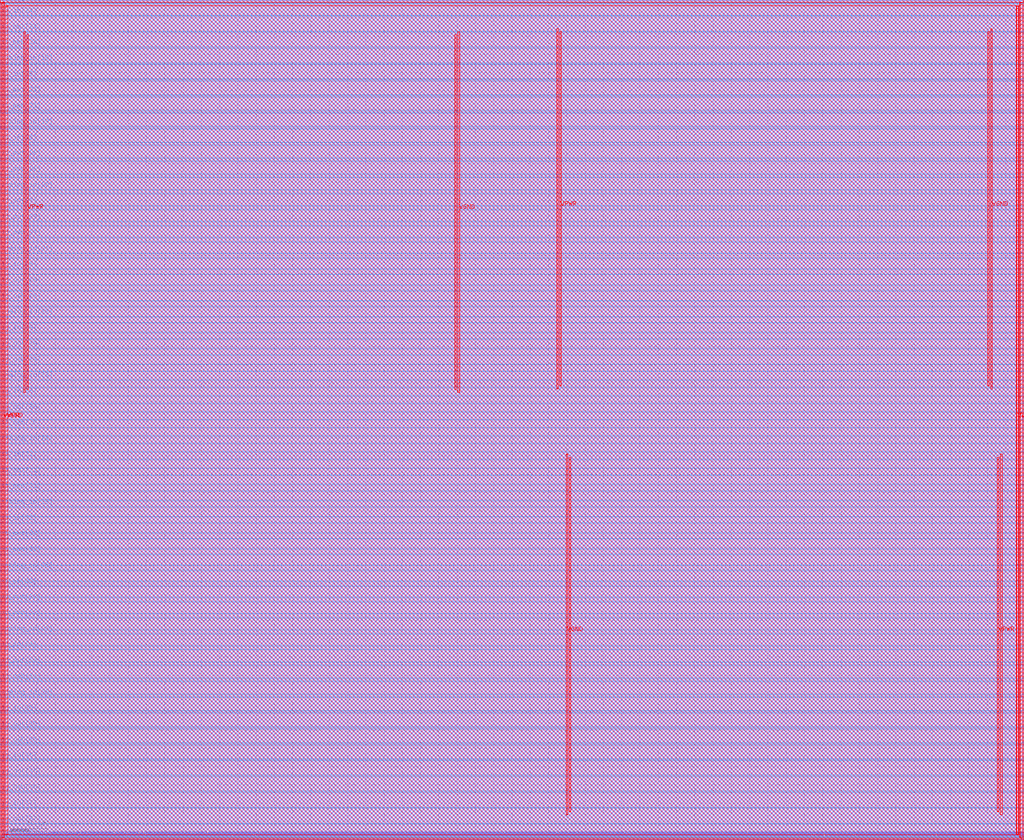
<source format=lef>
##
## LEF for PtnCells ;
## created by Innovus v20.10-p004_1 on Thu Dec 30 17:02:00 2021
##

VERSION 5.8 ;

BUSBITCHARS "[]" ;
DIVIDERCHAR "/" ;

MACRO user_proj_example
  CLASS BLOCK ;
  SIZE 1120.100000 BY 919.700000 ;
  FOREIGN user_proj_example 0.000000 0.000000 ;
  ORIGIN 0 0 ;
  SYMMETRY X Y R90 ;
  PIN wb_clk_i
    DIRECTION INPUT ;
    USE SIGNAL ;
    PORT
      LAYER met2 ;
        RECT 2.200000 0.000000 2.340000 0.490000 ;
    END
  END wb_clk_i
  PIN wb_rst_i
    DIRECTION INPUT ;
    USE SIGNAL ;
    PORT
      LAYER met2 ;
        RECT 1.540000 0.000000 1.680000 0.490000 ;
    END
  END wb_rst_i
  PIN wbs_stb_i
    DIRECTION INPUT ;
    USE SIGNAL ;
    PORT
      LAYER met2 ;
        RECT 236.220000 0.000000 236.360000 0.490000 ;
    END
  END wbs_stb_i
  PIN wbs_cyc_i
    DIRECTION INPUT ;
    USE SIGNAL ;
    PORT
      LAYER met2 ;
        RECT 79.450000 0.000000 79.590000 0.490000 ;
    END
  END wbs_cyc_i
  PIN wbs_we_i
    DIRECTION INPUT ;
    USE SIGNAL ;
    PORT
      LAYER met2 ;
        RECT 238.490000 0.000000 238.630000 0.490000 ;
    END
  END wbs_we_i
  PIN wbs_sel_i[3]
    DIRECTION INPUT ;
    USE SIGNAL ;
    PORT
      LAYER met2 ;
        RECT 233.945000 0.000000 234.085000 0.490000 ;
    END
  END wbs_sel_i[3]
  PIN wbs_sel_i[2]
    DIRECTION INPUT ;
    USE SIGNAL ;
    PORT
      LAYER met2 ;
        RECT 231.675000 0.000000 231.815000 0.490000 ;
    END
  END wbs_sel_i[2]
  PIN wbs_sel_i[1]
    DIRECTION INPUT ;
    USE SIGNAL ;
    PORT
      LAYER met2 ;
        RECT 229.400000 0.000000 229.540000 0.490000 ;
    END
  END wbs_sel_i[1]
  PIN wbs_sel_i[0]
    DIRECTION INPUT ;
    USE SIGNAL ;
    PORT
      LAYER met2 ;
        RECT 227.130000 0.000000 227.270000 0.490000 ;
    END
  END wbs_sel_i[0]
  PIN wbs_dat_i[31]
    DIRECTION INPUT ;
    USE SIGNAL ;
    PORT
      LAYER met2 ;
        RECT 152.155000 0.000000 152.295000 0.490000 ;
    END
  END wbs_dat_i[31]
  PIN wbs_dat_i[30]
    DIRECTION INPUT ;
    USE SIGNAL ;
    PORT
      LAYER met2 ;
        RECT 149.880000 0.000000 150.020000 0.490000 ;
    END
  END wbs_dat_i[30]
  PIN wbs_dat_i[29]
    DIRECTION INPUT ;
    USE SIGNAL ;
    PORT
      LAYER met2 ;
        RECT 147.610000 0.000000 147.750000 0.490000 ;
    END
  END wbs_dat_i[29]
  PIN wbs_dat_i[28]
    DIRECTION INPUT ;
    USE SIGNAL ;
    PORT
      LAYER met2 ;
        RECT 145.340000 0.000000 145.480000 0.490000 ;
    END
  END wbs_dat_i[28]
  PIN wbs_dat_i[27]
    DIRECTION INPUT ;
    USE SIGNAL ;
    PORT
      LAYER met2 ;
        RECT 143.065000 0.000000 143.205000 0.490000 ;
    END
  END wbs_dat_i[27]
  PIN wbs_dat_i[26]
    DIRECTION INPUT ;
    USE SIGNAL ;
    PORT
      LAYER met2 ;
        RECT 140.795000 0.000000 140.935000 0.490000 ;
    END
  END wbs_dat_i[26]
  PIN wbs_dat_i[25]
    DIRECTION INPUT ;
    USE SIGNAL ;
    PORT
      LAYER met2 ;
        RECT 138.520000 0.000000 138.660000 0.490000 ;
    END
  END wbs_dat_i[25]
  PIN wbs_dat_i[24]
    DIRECTION INPUT ;
    USE SIGNAL ;
    PORT
      LAYER met2 ;
        RECT 136.250000 0.000000 136.390000 0.490000 ;
    END
  END wbs_dat_i[24]
  PIN wbs_dat_i[23]
    DIRECTION INPUT ;
    USE SIGNAL ;
    PORT
      LAYER met2 ;
        RECT 133.980000 0.000000 134.120000 0.490000 ;
    END
  END wbs_dat_i[23]
  PIN wbs_dat_i[22]
    DIRECTION INPUT ;
    USE SIGNAL ;
    PORT
      LAYER met2 ;
        RECT 131.705000 0.000000 131.845000 0.490000 ;
    END
  END wbs_dat_i[22]
  PIN wbs_dat_i[21]
    DIRECTION INPUT ;
    USE SIGNAL ;
    PORT
      LAYER met2 ;
        RECT 129.435000 0.000000 129.575000 0.490000 ;
    END
  END wbs_dat_i[21]
  PIN wbs_dat_i[20]
    DIRECTION INPUT ;
    USE SIGNAL ;
    PORT
      LAYER met2 ;
        RECT 127.160000 0.000000 127.300000 0.490000 ;
    END
  END wbs_dat_i[20]
  PIN wbs_dat_i[19]
    DIRECTION INPUT ;
    USE SIGNAL ;
    PORT
      LAYER met2 ;
        RECT 124.890000 0.000000 125.030000 0.490000 ;
    END
  END wbs_dat_i[19]
  PIN wbs_dat_i[18]
    DIRECTION INPUT ;
    USE SIGNAL ;
    PORT
      LAYER met2 ;
        RECT 122.620000 0.000000 122.760000 0.490000 ;
    END
  END wbs_dat_i[18]
  PIN wbs_dat_i[17]
    DIRECTION INPUT ;
    USE SIGNAL ;
    PORT
      LAYER met2 ;
        RECT 120.345000 0.000000 120.485000 0.490000 ;
    END
  END wbs_dat_i[17]
  PIN wbs_dat_i[16]
    DIRECTION INPUT ;
    USE SIGNAL ;
    PORT
      LAYER met2 ;
        RECT 118.075000 0.000000 118.215000 0.490000 ;
    END
  END wbs_dat_i[16]
  PIN wbs_dat_i[15]
    DIRECTION INPUT ;
    USE SIGNAL ;
    PORT
      LAYER met2 ;
        RECT 115.800000 0.000000 115.940000 0.490000 ;
    END
  END wbs_dat_i[15]
  PIN wbs_dat_i[14]
    DIRECTION INPUT ;
    USE SIGNAL ;
    PORT
      LAYER met2 ;
        RECT 113.530000 0.000000 113.670000 0.490000 ;
    END
  END wbs_dat_i[14]
  PIN wbs_dat_i[13]
    DIRECTION INPUT ;
    USE SIGNAL ;
    PORT
      LAYER met2 ;
        RECT 111.260000 0.000000 111.400000 0.490000 ;
    END
  END wbs_dat_i[13]
  PIN wbs_dat_i[12]
    DIRECTION INPUT ;
    USE SIGNAL ;
    PORT
      LAYER met2 ;
        RECT 108.985000 0.000000 109.125000 0.490000 ;
    END
  END wbs_dat_i[12]
  PIN wbs_dat_i[11]
    DIRECTION INPUT ;
    USE SIGNAL ;
    PORT
      LAYER met2 ;
        RECT 106.715000 0.000000 106.855000 0.490000 ;
    END
  END wbs_dat_i[11]
  PIN wbs_dat_i[10]
    DIRECTION INPUT ;
    USE SIGNAL ;
    PORT
      LAYER met2 ;
        RECT 104.440000 0.000000 104.580000 0.490000 ;
    END
  END wbs_dat_i[10]
  PIN wbs_dat_i[9]
    DIRECTION INPUT ;
    USE SIGNAL ;
    PORT
      LAYER met2 ;
        RECT 102.170000 0.000000 102.310000 0.490000 ;
    END
  END wbs_dat_i[9]
  PIN wbs_dat_i[8]
    DIRECTION INPUT ;
    USE SIGNAL ;
    PORT
      LAYER met2 ;
        RECT 99.900000 0.000000 100.040000 0.490000 ;
    END
  END wbs_dat_i[8]
  PIN wbs_dat_i[7]
    DIRECTION INPUT ;
    USE SIGNAL ;
    PORT
      LAYER met2 ;
        RECT 97.625000 0.000000 97.765000 0.490000 ;
    END
  END wbs_dat_i[7]
  PIN wbs_dat_i[6]
    DIRECTION INPUT ;
    USE SIGNAL ;
    PORT
      LAYER met2 ;
        RECT 95.355000 0.000000 95.495000 0.490000 ;
    END
  END wbs_dat_i[6]
  PIN wbs_dat_i[5]
    DIRECTION INPUT ;
    USE SIGNAL ;
    PORT
      LAYER met2 ;
        RECT 93.080000 0.000000 93.220000 0.490000 ;
    END
  END wbs_dat_i[5]
  PIN wbs_dat_i[4]
    DIRECTION INPUT ;
    USE SIGNAL ;
    PORT
      LAYER met2 ;
        RECT 90.810000 0.000000 90.950000 0.490000 ;
    END
  END wbs_dat_i[4]
  PIN wbs_dat_i[3]
    DIRECTION INPUT ;
    USE SIGNAL ;
    PORT
      LAYER met2 ;
        RECT 88.540000 0.000000 88.680000 0.490000 ;
    END
  END wbs_dat_i[3]
  PIN wbs_dat_i[2]
    DIRECTION INPUT ;
    USE SIGNAL ;
    PORT
      LAYER met2 ;
        RECT 86.265000 0.000000 86.405000 0.490000 ;
    END
  END wbs_dat_i[2]
  PIN wbs_dat_i[1]
    DIRECTION INPUT ;
    USE SIGNAL ;
    PORT
      LAYER met2 ;
        RECT 83.995000 0.000000 84.135000 0.490000 ;
    END
  END wbs_dat_i[1]
  PIN wbs_dat_i[0]
    DIRECTION INPUT ;
    USE SIGNAL ;
    PORT
      LAYER met2 ;
        RECT 81.720000 0.000000 81.860000 0.490000 ;
    END
  END wbs_dat_i[0]
  PIN wbs_adr_i[31]
    DIRECTION INPUT ;
    USE SIGNAL ;
    PORT
      LAYER met2 ;
        RECT 77.180000 0.000000 77.320000 0.490000 ;
    END
  END wbs_adr_i[31]
  PIN wbs_adr_i[30]
    DIRECTION INPUT ;
    USE SIGNAL ;
    PORT
      LAYER met2 ;
        RECT 74.905000 0.000000 75.045000 0.490000 ;
    END
  END wbs_adr_i[30]
  PIN wbs_adr_i[29]
    DIRECTION INPUT ;
    USE SIGNAL ;
    PORT
      LAYER met2 ;
        RECT 72.635000 0.000000 72.775000 0.490000 ;
    END
  END wbs_adr_i[29]
  PIN wbs_adr_i[28]
    DIRECTION INPUT ;
    USE SIGNAL ;
    PORT
      LAYER met2 ;
        RECT 70.360000 0.000000 70.500000 0.490000 ;
    END
  END wbs_adr_i[28]
  PIN wbs_adr_i[27]
    DIRECTION INPUT ;
    USE SIGNAL ;
    PORT
      LAYER met2 ;
        RECT 68.090000 0.000000 68.230000 0.490000 ;
    END
  END wbs_adr_i[27]
  PIN wbs_adr_i[26]
    DIRECTION INPUT ;
    USE SIGNAL ;
    PORT
      LAYER met2 ;
        RECT 65.820000 0.000000 65.960000 0.490000 ;
    END
  END wbs_adr_i[26]
  PIN wbs_adr_i[25]
    DIRECTION INPUT ;
    USE SIGNAL ;
    PORT
      LAYER met2 ;
        RECT 63.545000 0.000000 63.685000 0.490000 ;
    END
  END wbs_adr_i[25]
  PIN wbs_adr_i[24]
    DIRECTION INPUT ;
    USE SIGNAL ;
    PORT
      LAYER met2 ;
        RECT 61.275000 0.000000 61.415000 0.490000 ;
    END
  END wbs_adr_i[24]
  PIN wbs_adr_i[23]
    DIRECTION INPUT ;
    USE SIGNAL ;
    PORT
      LAYER met2 ;
        RECT 59.000000 0.000000 59.140000 0.490000 ;
    END
  END wbs_adr_i[23]
  PIN wbs_adr_i[22]
    DIRECTION INPUT ;
    USE SIGNAL ;
    PORT
      LAYER met2 ;
        RECT 56.730000 0.000000 56.870000 0.490000 ;
    END
  END wbs_adr_i[22]
  PIN wbs_adr_i[21]
    DIRECTION INPUT ;
    USE SIGNAL ;
    PORT
      LAYER met2 ;
        RECT 54.460000 0.000000 54.600000 0.490000 ;
    END
  END wbs_adr_i[21]
  PIN wbs_adr_i[20]
    DIRECTION INPUT ;
    USE SIGNAL ;
    PORT
      LAYER met2 ;
        RECT 52.185000 0.000000 52.325000 0.490000 ;
    END
  END wbs_adr_i[20]
  PIN wbs_adr_i[19]
    DIRECTION INPUT ;
    USE SIGNAL ;
    PORT
      LAYER met2 ;
        RECT 49.915000 0.000000 50.055000 0.490000 ;
    END
  END wbs_adr_i[19]
  PIN wbs_adr_i[18]
    DIRECTION INPUT ;
    USE SIGNAL ;
    PORT
      LAYER met2 ;
        RECT 47.640000 0.000000 47.780000 0.490000 ;
    END
  END wbs_adr_i[18]
  PIN wbs_adr_i[17]
    DIRECTION INPUT ;
    USE SIGNAL ;
    PORT
      LAYER met2 ;
        RECT 45.370000 0.000000 45.510000 0.490000 ;
    END
  END wbs_adr_i[17]
  PIN wbs_adr_i[16]
    DIRECTION INPUT ;
    USE SIGNAL ;
    PORT
      LAYER met2 ;
        RECT 43.100000 0.000000 43.240000 0.490000 ;
    END
  END wbs_adr_i[16]
  PIN wbs_adr_i[15]
    DIRECTION INPUT ;
    USE SIGNAL ;
    PORT
      LAYER met2 ;
        RECT 40.825000 0.000000 40.965000 0.490000 ;
    END
  END wbs_adr_i[15]
  PIN wbs_adr_i[14]
    DIRECTION INPUT ;
    USE SIGNAL ;
    PORT
      LAYER met2 ;
        RECT 38.555000 0.000000 38.695000 0.490000 ;
    END
  END wbs_adr_i[14]
  PIN wbs_adr_i[13]
    DIRECTION INPUT ;
    USE SIGNAL ;
    PORT
      LAYER met2 ;
        RECT 36.280000 0.000000 36.420000 0.490000 ;
    END
  END wbs_adr_i[13]
  PIN wbs_adr_i[12]
    DIRECTION INPUT ;
    USE SIGNAL ;
    PORT
      LAYER met2 ;
        RECT 34.010000 0.000000 34.150000 0.490000 ;
    END
  END wbs_adr_i[12]
  PIN wbs_adr_i[11]
    DIRECTION INPUT ;
    USE SIGNAL ;
    PORT
      LAYER met2 ;
        RECT 31.740000 0.000000 31.880000 0.490000 ;
    END
  END wbs_adr_i[11]
  PIN wbs_adr_i[10]
    DIRECTION INPUT ;
    USE SIGNAL ;
    PORT
      LAYER met2 ;
        RECT 29.465000 0.000000 29.605000 0.490000 ;
    END
  END wbs_adr_i[10]
  PIN wbs_adr_i[9]
    DIRECTION INPUT ;
    USE SIGNAL ;
    PORT
      LAYER met2 ;
        RECT 27.195000 0.000000 27.335000 0.490000 ;
    END
  END wbs_adr_i[9]
  PIN wbs_adr_i[8]
    DIRECTION INPUT ;
    USE SIGNAL ;
    PORT
      LAYER met2 ;
        RECT 24.920000 0.000000 25.060000 0.490000 ;
    END
  END wbs_adr_i[8]
  PIN wbs_adr_i[7]
    DIRECTION INPUT ;
    USE SIGNAL ;
    PORT
      LAYER met2 ;
        RECT 22.650000 0.000000 22.790000 0.490000 ;
    END
  END wbs_adr_i[7]
  PIN wbs_adr_i[6]
    DIRECTION INPUT ;
    USE SIGNAL ;
    PORT
      LAYER met2 ;
        RECT 20.380000 0.000000 20.520000 0.490000 ;
    END
  END wbs_adr_i[6]
  PIN wbs_adr_i[5]
    DIRECTION INPUT ;
    USE SIGNAL ;
    PORT
      LAYER met2 ;
        RECT 18.105000 0.000000 18.245000 0.490000 ;
    END
  END wbs_adr_i[5]
  PIN wbs_adr_i[4]
    DIRECTION INPUT ;
    USE SIGNAL ;
    PORT
      LAYER met2 ;
        RECT 15.835000 0.000000 15.975000 0.490000 ;
    END
  END wbs_adr_i[4]
  PIN wbs_adr_i[3]
    DIRECTION INPUT ;
    USE SIGNAL ;
    PORT
      LAYER met2 ;
        RECT 13.560000 0.000000 13.700000 0.490000 ;
    END
  END wbs_adr_i[3]
  PIN wbs_adr_i[2]
    DIRECTION INPUT ;
    USE SIGNAL ;
    PORT
      LAYER met2 ;
        RECT 11.290000 0.000000 11.430000 0.490000 ;
    END
  END wbs_adr_i[2]
  PIN wbs_adr_i[1]
    DIRECTION INPUT ;
    USE SIGNAL ;
    PORT
      LAYER met2 ;
        RECT 9.020000 0.000000 9.160000 0.490000 ;
    END
  END wbs_adr_i[1]
  PIN wbs_adr_i[0]
    DIRECTION INPUT ;
    USE SIGNAL ;
    PORT
      LAYER met2 ;
        RECT 6.745000 0.000000 6.885000 0.490000 ;
    END
  END wbs_adr_i[0]
  PIN wbs_ack_o
    DIRECTION OUTPUT ;
    USE SIGNAL ;
    PORT
      LAYER met2 ;
        RECT 4.475000 0.000000 4.615000 0.490000 ;
    END
  END wbs_ack_o
  PIN wbs_dat_o[31]
    DIRECTION OUTPUT ;
    USE SIGNAL ;
    PORT
      LAYER met2 ;
        RECT 224.860000 0.000000 225.000000 0.490000 ;
    END
  END wbs_dat_o[31]
  PIN wbs_dat_o[30]
    DIRECTION OUTPUT ;
    USE SIGNAL ;
    PORT
      LAYER met2 ;
        RECT 222.585000 0.000000 222.725000 0.490000 ;
    END
  END wbs_dat_o[30]
  PIN wbs_dat_o[29]
    DIRECTION OUTPUT ;
    USE SIGNAL ;
    PORT
      LAYER met2 ;
        RECT 220.315000 0.000000 220.455000 0.490000 ;
    END
  END wbs_dat_o[29]
  PIN wbs_dat_o[28]
    DIRECTION OUTPUT ;
    USE SIGNAL ;
    PORT
      LAYER met2 ;
        RECT 218.040000 0.000000 218.180000 0.490000 ;
    END
  END wbs_dat_o[28]
  PIN wbs_dat_o[27]
    DIRECTION OUTPUT ;
    USE SIGNAL ;
    PORT
      LAYER met2 ;
        RECT 215.770000 0.000000 215.910000 0.490000 ;
    END
  END wbs_dat_o[27]
  PIN wbs_dat_o[26]
    DIRECTION OUTPUT ;
    USE SIGNAL ;
    PORT
      LAYER met2 ;
        RECT 213.500000 0.000000 213.640000 0.490000 ;
    END
  END wbs_dat_o[26]
  PIN wbs_dat_o[25]
    DIRECTION OUTPUT ;
    USE SIGNAL ;
    PORT
      LAYER met2 ;
        RECT 211.225000 0.000000 211.365000 0.490000 ;
    END
  END wbs_dat_o[25]
  PIN wbs_dat_o[24]
    DIRECTION OUTPUT ;
    USE SIGNAL ;
    PORT
      LAYER met2 ;
        RECT 208.955000 0.000000 209.095000 0.490000 ;
    END
  END wbs_dat_o[24]
  PIN wbs_dat_o[23]
    DIRECTION OUTPUT ;
    USE SIGNAL ;
    PORT
      LAYER met2 ;
        RECT 206.680000 0.000000 206.820000 0.490000 ;
    END
  END wbs_dat_o[23]
  PIN wbs_dat_o[22]
    DIRECTION OUTPUT ;
    USE SIGNAL ;
    PORT
      LAYER met2 ;
        RECT 204.410000 0.000000 204.550000 0.490000 ;
    END
  END wbs_dat_o[22]
  PIN wbs_dat_o[21]
    DIRECTION OUTPUT ;
    USE SIGNAL ;
    PORT
      LAYER met2 ;
        RECT 202.140000 0.000000 202.280000 0.490000 ;
    END
  END wbs_dat_o[21]
  PIN wbs_dat_o[20]
    DIRECTION OUTPUT ;
    USE SIGNAL ;
    PORT
      LAYER met2 ;
        RECT 199.865000 0.000000 200.005000 0.490000 ;
    END
  END wbs_dat_o[20]
  PIN wbs_dat_o[19]
    DIRECTION OUTPUT ;
    USE SIGNAL ;
    PORT
      LAYER met2 ;
        RECT 197.595000 0.000000 197.735000 0.490000 ;
    END
  END wbs_dat_o[19]
  PIN wbs_dat_o[18]
    DIRECTION OUTPUT ;
    USE SIGNAL ;
    PORT
      LAYER met2 ;
        RECT 195.320000 0.000000 195.460000 0.490000 ;
    END
  END wbs_dat_o[18]
  PIN wbs_dat_o[17]
    DIRECTION OUTPUT ;
    USE SIGNAL ;
    PORT
      LAYER met2 ;
        RECT 193.050000 0.000000 193.190000 0.490000 ;
    END
  END wbs_dat_o[17]
  PIN wbs_dat_o[16]
    DIRECTION OUTPUT ;
    USE SIGNAL ;
    PORT
      LAYER met2 ;
        RECT 190.780000 0.000000 190.920000 0.490000 ;
    END
  END wbs_dat_o[16]
  PIN wbs_dat_o[15]
    DIRECTION OUTPUT ;
    USE SIGNAL ;
    PORT
      LAYER met2 ;
        RECT 188.505000 0.000000 188.645000 0.490000 ;
    END
  END wbs_dat_o[15]
  PIN wbs_dat_o[14]
    DIRECTION OUTPUT ;
    USE SIGNAL ;
    PORT
      LAYER met2 ;
        RECT 186.235000 0.000000 186.375000 0.490000 ;
    END
  END wbs_dat_o[14]
  PIN wbs_dat_o[13]
    DIRECTION OUTPUT ;
    USE SIGNAL ;
    PORT
      LAYER met2 ;
        RECT 183.960000 0.000000 184.100000 0.490000 ;
    END
  END wbs_dat_o[13]
  PIN wbs_dat_o[12]
    DIRECTION OUTPUT ;
    USE SIGNAL ;
    PORT
      LAYER met2 ;
        RECT 181.690000 0.000000 181.830000 0.490000 ;
    END
  END wbs_dat_o[12]
  PIN wbs_dat_o[11]
    DIRECTION OUTPUT ;
    USE SIGNAL ;
    PORT
      LAYER met2 ;
        RECT 179.420000 0.000000 179.560000 0.490000 ;
    END
  END wbs_dat_o[11]
  PIN wbs_dat_o[10]
    DIRECTION OUTPUT ;
    USE SIGNAL ;
    PORT
      LAYER met2 ;
        RECT 177.145000 0.000000 177.285000 0.490000 ;
    END
  END wbs_dat_o[10]
  PIN wbs_dat_o[9]
    DIRECTION OUTPUT ;
    USE SIGNAL ;
    PORT
      LAYER met2 ;
        RECT 174.875000 0.000000 175.015000 0.490000 ;
    END
  END wbs_dat_o[9]
  PIN wbs_dat_o[8]
    DIRECTION OUTPUT ;
    USE SIGNAL ;
    PORT
      LAYER met2 ;
        RECT 172.600000 0.000000 172.740000 0.490000 ;
    END
  END wbs_dat_o[8]
  PIN wbs_dat_o[7]
    DIRECTION OUTPUT ;
    USE SIGNAL ;
    PORT
      LAYER met2 ;
        RECT 170.330000 0.000000 170.470000 0.490000 ;
    END
  END wbs_dat_o[7]
  PIN wbs_dat_o[6]
    DIRECTION OUTPUT ;
    USE SIGNAL ;
    PORT
      LAYER met2 ;
        RECT 168.060000 0.000000 168.200000 0.490000 ;
    END
  END wbs_dat_o[6]
  PIN wbs_dat_o[5]
    DIRECTION OUTPUT ;
    USE SIGNAL ;
    PORT
      LAYER met2 ;
        RECT 165.785000 0.000000 165.925000 0.490000 ;
    END
  END wbs_dat_o[5]
  PIN wbs_dat_o[4]
    DIRECTION OUTPUT ;
    USE SIGNAL ;
    PORT
      LAYER met2 ;
        RECT 163.515000 0.000000 163.655000 0.490000 ;
    END
  END wbs_dat_o[4]
  PIN wbs_dat_o[3]
    DIRECTION OUTPUT ;
    USE SIGNAL ;
    PORT
      LAYER met2 ;
        RECT 161.240000 0.000000 161.380000 0.490000 ;
    END
  END wbs_dat_o[3]
  PIN wbs_dat_o[2]
    DIRECTION OUTPUT ;
    USE SIGNAL ;
    PORT
      LAYER met2 ;
        RECT 158.970000 0.000000 159.110000 0.490000 ;
    END
  END wbs_dat_o[2]
  PIN wbs_dat_o[1]
    DIRECTION OUTPUT ;
    USE SIGNAL ;
    PORT
      LAYER met2 ;
        RECT 156.700000 0.000000 156.840000 0.490000 ;
    END
  END wbs_dat_o[1]
  PIN wbs_dat_o[0]
    DIRECTION OUTPUT ;
    USE SIGNAL ;
    PORT
      LAYER met2 ;
        RECT 154.425000 0.000000 154.565000 0.490000 ;
    END
  END wbs_dat_o[0]
  PIN la_data_in[127]
    DIRECTION INPUT ;
    USE SIGNAL ;
    PORT
      LAYER met2 ;
        RECT 529.305000 0.000000 529.445000 0.490000 ;
    END
  END la_data_in[127]
  PIN la_data_in[126]
    DIRECTION INPUT ;
    USE SIGNAL ;
    PORT
      LAYER met2 ;
        RECT 527.035000 0.000000 527.175000 0.490000 ;
    END
  END la_data_in[126]
  PIN la_data_in[125]
    DIRECTION INPUT ;
    USE SIGNAL ;
    PORT
      LAYER met2 ;
        RECT 524.760000 0.000000 524.900000 0.490000 ;
    END
  END la_data_in[125]
  PIN la_data_in[124]
    DIRECTION INPUT ;
    USE SIGNAL ;
    PORT
      LAYER met2 ;
        RECT 522.490000 0.000000 522.630000 0.490000 ;
    END
  END la_data_in[124]
  PIN la_data_in[123]
    DIRECTION INPUT ;
    USE SIGNAL ;
    PORT
      LAYER met2 ;
        RECT 520.220000 0.000000 520.360000 0.490000 ;
    END
  END la_data_in[123]
  PIN la_data_in[122]
    DIRECTION INPUT ;
    USE SIGNAL ;
    PORT
      LAYER met2 ;
        RECT 517.945000 0.000000 518.085000 0.490000 ;
    END
  END la_data_in[122]
  PIN la_data_in[121]
    DIRECTION INPUT ;
    USE SIGNAL ;
    PORT
      LAYER met2 ;
        RECT 515.675000 0.000000 515.815000 0.490000 ;
    END
  END la_data_in[121]
  PIN la_data_in[120]
    DIRECTION INPUT ;
    USE SIGNAL ;
    PORT
      LAYER met2 ;
        RECT 513.400000 0.000000 513.540000 0.490000 ;
    END
  END la_data_in[120]
  PIN la_data_in[119]
    DIRECTION INPUT ;
    USE SIGNAL ;
    PORT
      LAYER met2 ;
        RECT 511.130000 0.000000 511.270000 0.490000 ;
    END
  END la_data_in[119]
  PIN la_data_in[118]
    DIRECTION INPUT ;
    USE SIGNAL ;
    PORT
      LAYER met2 ;
        RECT 508.860000 0.000000 509.000000 0.490000 ;
    END
  END la_data_in[118]
  PIN la_data_in[117]
    DIRECTION INPUT ;
    USE SIGNAL ;
    PORT
      LAYER met2 ;
        RECT 506.585000 0.000000 506.725000 0.490000 ;
    END
  END la_data_in[117]
  PIN la_data_in[116]
    DIRECTION INPUT ;
    USE SIGNAL ;
    PORT
      LAYER met2 ;
        RECT 504.315000 0.000000 504.455000 0.490000 ;
    END
  END la_data_in[116]
  PIN la_data_in[115]
    DIRECTION INPUT ;
    USE SIGNAL ;
    PORT
      LAYER met2 ;
        RECT 502.040000 0.000000 502.180000 0.490000 ;
    END
  END la_data_in[115]
  PIN la_data_in[114]
    DIRECTION INPUT ;
    USE SIGNAL ;
    PORT
      LAYER met2 ;
        RECT 499.770000 0.000000 499.910000 0.490000 ;
    END
  END la_data_in[114]
  PIN la_data_in[113]
    DIRECTION INPUT ;
    USE SIGNAL ;
    PORT
      LAYER met2 ;
        RECT 497.500000 0.000000 497.640000 0.490000 ;
    END
  END la_data_in[113]
  PIN la_data_in[112]
    DIRECTION INPUT ;
    USE SIGNAL ;
    PORT
      LAYER met2 ;
        RECT 495.225000 0.000000 495.365000 0.490000 ;
    END
  END la_data_in[112]
  PIN la_data_in[111]
    DIRECTION INPUT ;
    USE SIGNAL ;
    PORT
      LAYER met2 ;
        RECT 492.955000 0.000000 493.095000 0.490000 ;
    END
  END la_data_in[111]
  PIN la_data_in[110]
    DIRECTION INPUT ;
    USE SIGNAL ;
    PORT
      LAYER met2 ;
        RECT 490.680000 0.000000 490.820000 0.490000 ;
    END
  END la_data_in[110]
  PIN la_data_in[109]
    DIRECTION INPUT ;
    USE SIGNAL ;
    PORT
      LAYER met2 ;
        RECT 488.410000 0.000000 488.550000 0.490000 ;
    END
  END la_data_in[109]
  PIN la_data_in[108]
    DIRECTION INPUT ;
    USE SIGNAL ;
    PORT
      LAYER met2 ;
        RECT 486.140000 0.000000 486.280000 0.490000 ;
    END
  END la_data_in[108]
  PIN la_data_in[107]
    DIRECTION INPUT ;
    USE SIGNAL ;
    PORT
      LAYER met2 ;
        RECT 483.865000 0.000000 484.005000 0.490000 ;
    END
  END la_data_in[107]
  PIN la_data_in[106]
    DIRECTION INPUT ;
    USE SIGNAL ;
    PORT
      LAYER met2 ;
        RECT 481.595000 0.000000 481.735000 0.490000 ;
    END
  END la_data_in[106]
  PIN la_data_in[105]
    DIRECTION INPUT ;
    USE SIGNAL ;
    PORT
      LAYER met2 ;
        RECT 479.320000 0.000000 479.460000 0.490000 ;
    END
  END la_data_in[105]
  PIN la_data_in[104]
    DIRECTION INPUT ;
    USE SIGNAL ;
    PORT
      LAYER met2 ;
        RECT 477.050000 0.000000 477.190000 0.490000 ;
    END
  END la_data_in[104]
  PIN la_data_in[103]
    DIRECTION INPUT ;
    USE SIGNAL ;
    PORT
      LAYER met2 ;
        RECT 474.780000 0.000000 474.920000 0.490000 ;
    END
  END la_data_in[103]
  PIN la_data_in[102]
    DIRECTION INPUT ;
    USE SIGNAL ;
    PORT
      LAYER met2 ;
        RECT 472.505000 0.000000 472.645000 0.490000 ;
    END
  END la_data_in[102]
  PIN la_data_in[101]
    DIRECTION INPUT ;
    USE SIGNAL ;
    PORT
      LAYER met2 ;
        RECT 470.235000 0.000000 470.375000 0.490000 ;
    END
  END la_data_in[101]
  PIN la_data_in[100]
    DIRECTION INPUT ;
    USE SIGNAL ;
    PORT
      LAYER met2 ;
        RECT 467.960000 0.000000 468.100000 0.490000 ;
    END
  END la_data_in[100]
  PIN la_data_in[99]
    DIRECTION INPUT ;
    USE SIGNAL ;
    PORT
      LAYER met2 ;
        RECT 465.690000 0.000000 465.830000 0.490000 ;
    END
  END la_data_in[99]
  PIN la_data_in[98]
    DIRECTION INPUT ;
    USE SIGNAL ;
    PORT
      LAYER met2 ;
        RECT 463.420000 0.000000 463.560000 0.490000 ;
    END
  END la_data_in[98]
  PIN la_data_in[97]
    DIRECTION INPUT ;
    USE SIGNAL ;
    PORT
      LAYER met2 ;
        RECT 461.145000 0.000000 461.285000 0.490000 ;
    END
  END la_data_in[97]
  PIN la_data_in[96]
    DIRECTION INPUT ;
    USE SIGNAL ;
    PORT
      LAYER met2 ;
        RECT 458.875000 0.000000 459.015000 0.490000 ;
    END
  END la_data_in[96]
  PIN la_data_in[95]
    DIRECTION INPUT ;
    USE SIGNAL ;
    PORT
      LAYER met2 ;
        RECT 456.600000 0.000000 456.740000 0.490000 ;
    END
  END la_data_in[95]
  PIN la_data_in[94]
    DIRECTION INPUT ;
    USE SIGNAL ;
    PORT
      LAYER met2 ;
        RECT 454.330000 0.000000 454.470000 0.490000 ;
    END
  END la_data_in[94]
  PIN la_data_in[93]
    DIRECTION INPUT ;
    USE SIGNAL ;
    PORT
      LAYER met2 ;
        RECT 452.060000 0.000000 452.200000 0.490000 ;
    END
  END la_data_in[93]
  PIN la_data_in[92]
    DIRECTION INPUT ;
    USE SIGNAL ;
    PORT
      LAYER met2 ;
        RECT 449.785000 0.000000 449.925000 0.490000 ;
    END
  END la_data_in[92]
  PIN la_data_in[91]
    DIRECTION INPUT ;
    USE SIGNAL ;
    PORT
      LAYER met2 ;
        RECT 447.515000 0.000000 447.655000 0.490000 ;
    END
  END la_data_in[91]
  PIN la_data_in[90]
    DIRECTION INPUT ;
    USE SIGNAL ;
    PORT
      LAYER met2 ;
        RECT 445.240000 0.000000 445.380000 0.490000 ;
    END
  END la_data_in[90]
  PIN la_data_in[89]
    DIRECTION INPUT ;
    USE SIGNAL ;
    PORT
      LAYER met2 ;
        RECT 442.970000 0.000000 443.110000 0.490000 ;
    END
  END la_data_in[89]
  PIN la_data_in[88]
    DIRECTION INPUT ;
    USE SIGNAL ;
    PORT
      LAYER met2 ;
        RECT 440.700000 0.000000 440.840000 0.490000 ;
    END
  END la_data_in[88]
  PIN la_data_in[87]
    DIRECTION INPUT ;
    USE SIGNAL ;
    PORT
      LAYER met2 ;
        RECT 438.425000 0.000000 438.565000 0.490000 ;
    END
  END la_data_in[87]
  PIN la_data_in[86]
    DIRECTION INPUT ;
    USE SIGNAL ;
    PORT
      LAYER met2 ;
        RECT 436.155000 0.000000 436.295000 0.490000 ;
    END
  END la_data_in[86]
  PIN la_data_in[85]
    DIRECTION INPUT ;
    USE SIGNAL ;
    PORT
      LAYER met2 ;
        RECT 433.880000 0.000000 434.020000 0.490000 ;
    END
  END la_data_in[85]
  PIN la_data_in[84]
    DIRECTION INPUT ;
    USE SIGNAL ;
    PORT
      LAYER met2 ;
        RECT 431.610000 0.000000 431.750000 0.490000 ;
    END
  END la_data_in[84]
  PIN la_data_in[83]
    DIRECTION INPUT ;
    USE SIGNAL ;
    PORT
      LAYER met2 ;
        RECT 429.340000 0.000000 429.480000 0.490000 ;
    END
  END la_data_in[83]
  PIN la_data_in[82]
    DIRECTION INPUT ;
    USE SIGNAL ;
    PORT
      LAYER met2 ;
        RECT 427.065000 0.000000 427.205000 0.490000 ;
    END
  END la_data_in[82]
  PIN la_data_in[81]
    DIRECTION INPUT ;
    USE SIGNAL ;
    PORT
      LAYER met2 ;
        RECT 424.795000 0.000000 424.935000 0.490000 ;
    END
  END la_data_in[81]
  PIN la_data_in[80]
    DIRECTION INPUT ;
    USE SIGNAL ;
    PORT
      LAYER met2 ;
        RECT 422.520000 0.000000 422.660000 0.490000 ;
    END
  END la_data_in[80]
  PIN la_data_in[79]
    DIRECTION INPUT ;
    USE SIGNAL ;
    PORT
      LAYER met2 ;
        RECT 420.250000 0.000000 420.390000 0.490000 ;
    END
  END la_data_in[79]
  PIN la_data_in[78]
    DIRECTION INPUT ;
    USE SIGNAL ;
    PORT
      LAYER met2 ;
        RECT 417.980000 0.000000 418.120000 0.490000 ;
    END
  END la_data_in[78]
  PIN la_data_in[77]
    DIRECTION INPUT ;
    USE SIGNAL ;
    PORT
      LAYER met2 ;
        RECT 415.705000 0.000000 415.845000 0.490000 ;
    END
  END la_data_in[77]
  PIN la_data_in[76]
    DIRECTION INPUT ;
    USE SIGNAL ;
    PORT
      LAYER met2 ;
        RECT 413.435000 0.000000 413.575000 0.490000 ;
    END
  END la_data_in[76]
  PIN la_data_in[75]
    DIRECTION INPUT ;
    USE SIGNAL ;
    PORT
      LAYER met2 ;
        RECT 411.160000 0.000000 411.300000 0.490000 ;
    END
  END la_data_in[75]
  PIN la_data_in[74]
    DIRECTION INPUT ;
    USE SIGNAL ;
    PORT
      LAYER met2 ;
        RECT 408.890000 0.000000 409.030000 0.490000 ;
    END
  END la_data_in[74]
  PIN la_data_in[73]
    DIRECTION INPUT ;
    USE SIGNAL ;
    PORT
      LAYER met2 ;
        RECT 406.620000 0.000000 406.760000 0.490000 ;
    END
  END la_data_in[73]
  PIN la_data_in[72]
    DIRECTION INPUT ;
    USE SIGNAL ;
    PORT
      LAYER met2 ;
        RECT 404.345000 0.000000 404.485000 0.490000 ;
    END
  END la_data_in[72]
  PIN la_data_in[71]
    DIRECTION INPUT ;
    USE SIGNAL ;
    PORT
      LAYER met2 ;
        RECT 402.075000 0.000000 402.215000 0.490000 ;
    END
  END la_data_in[71]
  PIN la_data_in[70]
    DIRECTION INPUT ;
    USE SIGNAL ;
    PORT
      LAYER met2 ;
        RECT 399.800000 0.000000 399.940000 0.490000 ;
    END
  END la_data_in[70]
  PIN la_data_in[69]
    DIRECTION INPUT ;
    USE SIGNAL ;
    PORT
      LAYER met2 ;
        RECT 397.530000 0.000000 397.670000 0.490000 ;
    END
  END la_data_in[69]
  PIN la_data_in[68]
    DIRECTION INPUT ;
    USE SIGNAL ;
    PORT
      LAYER met2 ;
        RECT 395.260000 0.000000 395.400000 0.490000 ;
    END
  END la_data_in[68]
  PIN la_data_in[67]
    DIRECTION INPUT ;
    USE SIGNAL ;
    PORT
      LAYER met2 ;
        RECT 392.985000 0.000000 393.125000 0.490000 ;
    END
  END la_data_in[67]
  PIN la_data_in[66]
    DIRECTION INPUT ;
    USE SIGNAL ;
    PORT
      LAYER met2 ;
        RECT 390.715000 0.000000 390.855000 0.490000 ;
    END
  END la_data_in[66]
  PIN la_data_in[65]
    DIRECTION INPUT ;
    USE SIGNAL ;
    PORT
      LAYER met2 ;
        RECT 388.440000 0.000000 388.580000 0.490000 ;
    END
  END la_data_in[65]
  PIN la_data_in[64]
    DIRECTION INPUT ;
    USE SIGNAL ;
    PORT
      LAYER met2 ;
        RECT 386.170000 0.000000 386.310000 0.490000 ;
    END
  END la_data_in[64]
  PIN la_data_in[63]
    DIRECTION INPUT ;
    USE SIGNAL ;
    PORT
      LAYER met2 ;
        RECT 383.900000 0.000000 384.040000 0.490000 ;
    END
  END la_data_in[63]
  PIN la_data_in[62]
    DIRECTION INPUT ;
    USE SIGNAL ;
    PORT
      LAYER met2 ;
        RECT 381.625000 0.000000 381.765000 0.490000 ;
    END
  END la_data_in[62]
  PIN la_data_in[61]
    DIRECTION INPUT ;
    USE SIGNAL ;
    PORT
      LAYER met2 ;
        RECT 379.355000 0.000000 379.495000 0.490000 ;
    END
  END la_data_in[61]
  PIN la_data_in[60]
    DIRECTION INPUT ;
    USE SIGNAL ;
    PORT
      LAYER met2 ;
        RECT 377.080000 0.000000 377.220000 0.490000 ;
    END
  END la_data_in[60]
  PIN la_data_in[59]
    DIRECTION INPUT ;
    USE SIGNAL ;
    PORT
      LAYER met2 ;
        RECT 374.810000 0.000000 374.950000 0.490000 ;
    END
  END la_data_in[59]
  PIN la_data_in[58]
    DIRECTION INPUT ;
    USE SIGNAL ;
    PORT
      LAYER met2 ;
        RECT 372.540000 0.000000 372.680000 0.490000 ;
    END
  END la_data_in[58]
  PIN la_data_in[57]
    DIRECTION INPUT ;
    USE SIGNAL ;
    PORT
      LAYER met2 ;
        RECT 370.265000 0.000000 370.405000 0.490000 ;
    END
  END la_data_in[57]
  PIN la_data_in[56]
    DIRECTION INPUT ;
    USE SIGNAL ;
    PORT
      LAYER met2 ;
        RECT 367.995000 0.000000 368.135000 0.490000 ;
    END
  END la_data_in[56]
  PIN la_data_in[55]
    DIRECTION INPUT ;
    USE SIGNAL ;
    PORT
      LAYER met2 ;
        RECT 365.720000 0.000000 365.860000 0.490000 ;
    END
  END la_data_in[55]
  PIN la_data_in[54]
    DIRECTION INPUT ;
    USE SIGNAL ;
    PORT
      LAYER met2 ;
        RECT 363.450000 0.000000 363.590000 0.490000 ;
    END
  END la_data_in[54]
  PIN la_data_in[53]
    DIRECTION INPUT ;
    USE SIGNAL ;
    PORT
      LAYER met2 ;
        RECT 361.180000 0.000000 361.320000 0.490000 ;
    END
  END la_data_in[53]
  PIN la_data_in[52]
    DIRECTION INPUT ;
    USE SIGNAL ;
    PORT
      LAYER met2 ;
        RECT 358.905000 0.000000 359.045000 0.490000 ;
    END
  END la_data_in[52]
  PIN la_data_in[51]
    DIRECTION INPUT ;
    USE SIGNAL ;
    PORT
      LAYER met2 ;
        RECT 356.635000 0.000000 356.775000 0.490000 ;
    END
  END la_data_in[51]
  PIN la_data_in[50]
    DIRECTION INPUT ;
    USE SIGNAL ;
    PORT
      LAYER met2 ;
        RECT 354.360000 0.000000 354.500000 0.490000 ;
    END
  END la_data_in[50]
  PIN la_data_in[49]
    DIRECTION INPUT ;
    USE SIGNAL ;
    PORT
      LAYER met2 ;
        RECT 352.090000 0.000000 352.230000 0.490000 ;
    END
  END la_data_in[49]
  PIN la_data_in[48]
    DIRECTION INPUT ;
    USE SIGNAL ;
    PORT
      LAYER met2 ;
        RECT 349.820000 0.000000 349.960000 0.490000 ;
    END
  END la_data_in[48]
  PIN la_data_in[47]
    DIRECTION INPUT ;
    USE SIGNAL ;
    PORT
      LAYER met2 ;
        RECT 347.545000 0.000000 347.685000 0.490000 ;
    END
  END la_data_in[47]
  PIN la_data_in[46]
    DIRECTION INPUT ;
    USE SIGNAL ;
    PORT
      LAYER met2 ;
        RECT 345.275000 0.000000 345.415000 0.490000 ;
    END
  END la_data_in[46]
  PIN la_data_in[45]
    DIRECTION INPUT ;
    USE SIGNAL ;
    PORT
      LAYER met2 ;
        RECT 343.000000 0.000000 343.140000 0.490000 ;
    END
  END la_data_in[45]
  PIN la_data_in[44]
    DIRECTION INPUT ;
    USE SIGNAL ;
    PORT
      LAYER met2 ;
        RECT 340.730000 0.000000 340.870000 0.490000 ;
    END
  END la_data_in[44]
  PIN la_data_in[43]
    DIRECTION INPUT ;
    USE SIGNAL ;
    PORT
      LAYER met2 ;
        RECT 338.460000 0.000000 338.600000 0.490000 ;
    END
  END la_data_in[43]
  PIN la_data_in[42]
    DIRECTION INPUT ;
    USE SIGNAL ;
    PORT
      LAYER met2 ;
        RECT 336.185000 0.000000 336.325000 0.490000 ;
    END
  END la_data_in[42]
  PIN la_data_in[41]
    DIRECTION INPUT ;
    USE SIGNAL ;
    PORT
      LAYER met2 ;
        RECT 333.915000 0.000000 334.055000 0.490000 ;
    END
  END la_data_in[41]
  PIN la_data_in[40]
    DIRECTION INPUT ;
    USE SIGNAL ;
    PORT
      LAYER met2 ;
        RECT 331.640000 0.000000 331.780000 0.490000 ;
    END
  END la_data_in[40]
  PIN la_data_in[39]
    DIRECTION INPUT ;
    USE SIGNAL ;
    PORT
      LAYER met2 ;
        RECT 329.370000 0.000000 329.510000 0.490000 ;
    END
  END la_data_in[39]
  PIN la_data_in[38]
    DIRECTION INPUT ;
    USE SIGNAL ;
    PORT
      LAYER met2 ;
        RECT 327.100000 0.000000 327.240000 0.490000 ;
    END
  END la_data_in[38]
  PIN la_data_in[37]
    DIRECTION INPUT ;
    USE SIGNAL ;
    PORT
      LAYER met2 ;
        RECT 324.825000 0.000000 324.965000 0.490000 ;
    END
  END la_data_in[37]
  PIN la_data_in[36]
    DIRECTION INPUT ;
    USE SIGNAL ;
    PORT
      LAYER met2 ;
        RECT 322.555000 0.000000 322.695000 0.490000 ;
    END
  END la_data_in[36]
  PIN la_data_in[35]
    DIRECTION INPUT ;
    USE SIGNAL ;
    PORT
      LAYER met2 ;
        RECT 320.280000 0.000000 320.420000 0.490000 ;
    END
  END la_data_in[35]
  PIN la_data_in[34]
    DIRECTION INPUT ;
    USE SIGNAL ;
    PORT
      LAYER met2 ;
        RECT 318.010000 0.000000 318.150000 0.490000 ;
    END
  END la_data_in[34]
  PIN la_data_in[33]
    DIRECTION INPUT ;
    USE SIGNAL ;
    PORT
      LAYER met2 ;
        RECT 315.740000 0.000000 315.880000 0.490000 ;
    END
  END la_data_in[33]
  PIN la_data_in[32]
    DIRECTION INPUT ;
    USE SIGNAL ;
    PORT
      LAYER met2 ;
        RECT 313.465000 0.000000 313.605000 0.490000 ;
    END
  END la_data_in[32]
  PIN la_data_in[31]
    DIRECTION INPUT ;
    USE SIGNAL ;
    PORT
      LAYER met2 ;
        RECT 311.195000 0.000000 311.335000 0.490000 ;
    END
  END la_data_in[31]
  PIN la_data_in[30]
    DIRECTION INPUT ;
    USE SIGNAL ;
    PORT
      LAYER met2 ;
        RECT 308.920000 0.000000 309.060000 0.490000 ;
    END
  END la_data_in[30]
  PIN la_data_in[29]
    DIRECTION INPUT ;
    USE SIGNAL ;
    PORT
      LAYER met2 ;
        RECT 306.650000 0.000000 306.790000 0.490000 ;
    END
  END la_data_in[29]
  PIN la_data_in[28]
    DIRECTION INPUT ;
    USE SIGNAL ;
    PORT
      LAYER met2 ;
        RECT 304.380000 0.000000 304.520000 0.490000 ;
    END
  END la_data_in[28]
  PIN la_data_in[27]
    DIRECTION INPUT ;
    USE SIGNAL ;
    PORT
      LAYER met2 ;
        RECT 302.105000 0.000000 302.245000 0.490000 ;
    END
  END la_data_in[27]
  PIN la_data_in[26]
    DIRECTION INPUT ;
    USE SIGNAL ;
    PORT
      LAYER met2 ;
        RECT 299.835000 0.000000 299.975000 0.490000 ;
    END
  END la_data_in[26]
  PIN la_data_in[25]
    DIRECTION INPUT ;
    USE SIGNAL ;
    PORT
      LAYER met2 ;
        RECT 297.560000 0.000000 297.700000 0.490000 ;
    END
  END la_data_in[25]
  PIN la_data_in[24]
    DIRECTION INPUT ;
    USE SIGNAL ;
    PORT
      LAYER met2 ;
        RECT 295.290000 0.000000 295.430000 0.490000 ;
    END
  END la_data_in[24]
  PIN la_data_in[23]
    DIRECTION INPUT ;
    USE SIGNAL ;
    PORT
      LAYER met2 ;
        RECT 293.020000 0.000000 293.160000 0.490000 ;
    END
  END la_data_in[23]
  PIN la_data_in[22]
    DIRECTION INPUT ;
    USE SIGNAL ;
    PORT
      LAYER met2 ;
        RECT 290.745000 0.000000 290.885000 0.490000 ;
    END
  END la_data_in[22]
  PIN la_data_in[21]
    DIRECTION INPUT ;
    USE SIGNAL ;
    PORT
      LAYER met2 ;
        RECT 288.475000 0.000000 288.615000 0.490000 ;
    END
  END la_data_in[21]
  PIN la_data_in[20]
    DIRECTION INPUT ;
    USE SIGNAL ;
    PORT
      LAYER met2 ;
        RECT 286.200000 0.000000 286.340000 0.490000 ;
    END
  END la_data_in[20]
  PIN la_data_in[19]
    DIRECTION INPUT ;
    USE SIGNAL ;
    PORT
      LAYER met2 ;
        RECT 283.930000 0.000000 284.070000 0.490000 ;
    END
  END la_data_in[19]
  PIN la_data_in[18]
    DIRECTION INPUT ;
    USE SIGNAL ;
    PORT
      LAYER met2 ;
        RECT 281.660000 0.000000 281.800000 0.490000 ;
    END
  END la_data_in[18]
  PIN la_data_in[17]
    DIRECTION INPUT ;
    USE SIGNAL ;
    PORT
      LAYER met2 ;
        RECT 279.385000 0.000000 279.525000 0.490000 ;
    END
  END la_data_in[17]
  PIN la_data_in[16]
    DIRECTION INPUT ;
    USE SIGNAL ;
    PORT
      LAYER met2 ;
        RECT 277.115000 0.000000 277.255000 0.490000 ;
    END
  END la_data_in[16]
  PIN la_data_in[15]
    DIRECTION INPUT ;
    USE SIGNAL ;
    PORT
      LAYER met2 ;
        RECT 274.840000 0.000000 274.980000 0.490000 ;
    END
  END la_data_in[15]
  PIN la_data_in[14]
    DIRECTION INPUT ;
    USE SIGNAL ;
    PORT
      LAYER met2 ;
        RECT 272.570000 0.000000 272.710000 0.490000 ;
    END
  END la_data_in[14]
  PIN la_data_in[13]
    DIRECTION INPUT ;
    USE SIGNAL ;
    PORT
      LAYER met2 ;
        RECT 270.300000 0.000000 270.440000 0.490000 ;
    END
  END la_data_in[13]
  PIN la_data_in[12]
    DIRECTION INPUT ;
    USE SIGNAL ;
    PORT
      LAYER met2 ;
        RECT 268.025000 0.000000 268.165000 0.490000 ;
    END
  END la_data_in[12]
  PIN la_data_in[11]
    DIRECTION INPUT ;
    USE SIGNAL ;
    PORT
      LAYER met2 ;
        RECT 265.755000 0.000000 265.895000 0.490000 ;
    END
  END la_data_in[11]
  PIN la_data_in[10]
    DIRECTION INPUT ;
    USE SIGNAL ;
    PORT
      LAYER met2 ;
        RECT 263.480000 0.000000 263.620000 0.490000 ;
    END
  END la_data_in[10]
  PIN la_data_in[9]
    DIRECTION INPUT ;
    USE SIGNAL ;
    PORT
      LAYER met2 ;
        RECT 261.210000 0.000000 261.350000 0.490000 ;
    END
  END la_data_in[9]
  PIN la_data_in[8]
    DIRECTION INPUT ;
    USE SIGNAL ;
    PORT
      LAYER met2 ;
        RECT 258.940000 0.000000 259.080000 0.490000 ;
    END
  END la_data_in[8]
  PIN la_data_in[7]
    DIRECTION INPUT ;
    USE SIGNAL ;
    PORT
      LAYER met2 ;
        RECT 256.665000 0.000000 256.805000 0.490000 ;
    END
  END la_data_in[7]
  PIN la_data_in[6]
    DIRECTION INPUT ;
    USE SIGNAL ;
    PORT
      LAYER met2 ;
        RECT 254.395000 0.000000 254.535000 0.490000 ;
    END
  END la_data_in[6]
  PIN la_data_in[5]
    DIRECTION INPUT ;
    USE SIGNAL ;
    PORT
      LAYER met2 ;
        RECT 252.120000 0.000000 252.260000 0.490000 ;
    END
  END la_data_in[5]
  PIN la_data_in[4]
    DIRECTION INPUT ;
    USE SIGNAL ;
    PORT
      LAYER met2 ;
        RECT 249.850000 0.000000 249.990000 0.490000 ;
    END
  END la_data_in[4]
  PIN la_data_in[3]
    DIRECTION INPUT ;
    USE SIGNAL ;
    PORT
      LAYER met2 ;
        RECT 247.580000 0.000000 247.720000 0.490000 ;
    END
  END la_data_in[3]
  PIN la_data_in[2]
    DIRECTION INPUT ;
    USE SIGNAL ;
    PORT
      LAYER met2 ;
        RECT 245.305000 0.000000 245.445000 0.490000 ;
    END
  END la_data_in[2]
  PIN la_data_in[1]
    DIRECTION INPUT ;
    USE SIGNAL ;
    PORT
      LAYER met2 ;
        RECT 243.035000 0.000000 243.175000 0.490000 ;
    END
  END la_data_in[1]
  PIN la_data_in[0]
    DIRECTION INPUT ;
    USE SIGNAL ;
    PORT
      LAYER met2 ;
        RECT 240.760000 0.000000 240.900000 0.490000 ;
    END
  END la_data_in[0]
  PIN la_data_out[127]
    DIRECTION OUTPUT ;
    USE SIGNAL ;
    PORT
      LAYER met2 ;
        RECT 820.120000 0.000000 820.260000 0.490000 ;
    END
  END la_data_out[127]
  PIN la_data_out[126]
    DIRECTION OUTPUT ;
    USE SIGNAL ;
    PORT
      LAYER met2 ;
        RECT 817.850000 0.000000 817.990000 0.490000 ;
    END
  END la_data_out[126]
  PIN la_data_out[125]
    DIRECTION OUTPUT ;
    USE SIGNAL ;
    PORT
      LAYER met2 ;
        RECT 815.580000 0.000000 815.720000 0.490000 ;
    END
  END la_data_out[125]
  PIN la_data_out[124]
    DIRECTION OUTPUT ;
    USE SIGNAL ;
    PORT
      LAYER met2 ;
        RECT 813.305000 0.000000 813.445000 0.490000 ;
    END
  END la_data_out[124]
  PIN la_data_out[123]
    DIRECTION OUTPUT ;
    USE SIGNAL ;
    PORT
      LAYER met2 ;
        RECT 811.035000 0.000000 811.175000 0.490000 ;
    END
  END la_data_out[123]
  PIN la_data_out[122]
    DIRECTION OUTPUT ;
    USE SIGNAL ;
    PORT
      LAYER met2 ;
        RECT 808.760000 0.000000 808.900000 0.490000 ;
    END
  END la_data_out[122]
  PIN la_data_out[121]
    DIRECTION OUTPUT ;
    USE SIGNAL ;
    PORT
      LAYER met2 ;
        RECT 806.490000 0.000000 806.630000 0.490000 ;
    END
  END la_data_out[121]
  PIN la_data_out[120]
    DIRECTION OUTPUT ;
    USE SIGNAL ;
    PORT
      LAYER met2 ;
        RECT 804.220000 0.000000 804.360000 0.490000 ;
    END
  END la_data_out[120]
  PIN la_data_out[119]
    DIRECTION OUTPUT ;
    USE SIGNAL ;
    PORT
      LAYER met2 ;
        RECT 801.945000 0.000000 802.085000 0.490000 ;
    END
  END la_data_out[119]
  PIN la_data_out[118]
    DIRECTION OUTPUT ;
    USE SIGNAL ;
    PORT
      LAYER met2 ;
        RECT 799.675000 0.000000 799.815000 0.490000 ;
    END
  END la_data_out[118]
  PIN la_data_out[117]
    DIRECTION OUTPUT ;
    USE SIGNAL ;
    PORT
      LAYER met2 ;
        RECT 797.400000 0.000000 797.540000 0.490000 ;
    END
  END la_data_out[117]
  PIN la_data_out[116]
    DIRECTION OUTPUT ;
    USE SIGNAL ;
    PORT
      LAYER met2 ;
        RECT 795.130000 0.000000 795.270000 0.490000 ;
    END
  END la_data_out[116]
  PIN la_data_out[115]
    DIRECTION OUTPUT ;
    USE SIGNAL ;
    PORT
      LAYER met2 ;
        RECT 792.860000 0.000000 793.000000 0.490000 ;
    END
  END la_data_out[115]
  PIN la_data_out[114]
    DIRECTION OUTPUT ;
    USE SIGNAL ;
    PORT
      LAYER met2 ;
        RECT 790.585000 0.000000 790.725000 0.490000 ;
    END
  END la_data_out[114]
  PIN la_data_out[113]
    DIRECTION OUTPUT ;
    USE SIGNAL ;
    PORT
      LAYER met2 ;
        RECT 788.315000 0.000000 788.455000 0.490000 ;
    END
  END la_data_out[113]
  PIN la_data_out[112]
    DIRECTION OUTPUT ;
    USE SIGNAL ;
    PORT
      LAYER met2 ;
        RECT 786.040000 0.000000 786.180000 0.490000 ;
    END
  END la_data_out[112]
  PIN la_data_out[111]
    DIRECTION OUTPUT ;
    USE SIGNAL ;
    PORT
      LAYER met2 ;
        RECT 783.770000 0.000000 783.910000 0.490000 ;
    END
  END la_data_out[111]
  PIN la_data_out[110]
    DIRECTION OUTPUT ;
    USE SIGNAL ;
    PORT
      LAYER met2 ;
        RECT 781.500000 0.000000 781.640000 0.490000 ;
    END
  END la_data_out[110]
  PIN la_data_out[109]
    DIRECTION OUTPUT ;
    USE SIGNAL ;
    PORT
      LAYER met2 ;
        RECT 779.225000 0.000000 779.365000 0.490000 ;
    END
  END la_data_out[109]
  PIN la_data_out[108]
    DIRECTION OUTPUT ;
    USE SIGNAL ;
    PORT
      LAYER met2 ;
        RECT 776.955000 0.000000 777.095000 0.490000 ;
    END
  END la_data_out[108]
  PIN la_data_out[107]
    DIRECTION OUTPUT ;
    USE SIGNAL ;
    PORT
      LAYER met2 ;
        RECT 774.680000 0.000000 774.820000 0.490000 ;
    END
  END la_data_out[107]
  PIN la_data_out[106]
    DIRECTION OUTPUT ;
    USE SIGNAL ;
    PORT
      LAYER met2 ;
        RECT 772.410000 0.000000 772.550000 0.490000 ;
    END
  END la_data_out[106]
  PIN la_data_out[105]
    DIRECTION OUTPUT ;
    USE SIGNAL ;
    PORT
      LAYER met2 ;
        RECT 770.140000 0.000000 770.280000 0.490000 ;
    END
  END la_data_out[105]
  PIN la_data_out[104]
    DIRECTION OUTPUT ;
    USE SIGNAL ;
    PORT
      LAYER met2 ;
        RECT 767.865000 0.000000 768.005000 0.490000 ;
    END
  END la_data_out[104]
  PIN la_data_out[103]
    DIRECTION OUTPUT ;
    USE SIGNAL ;
    PORT
      LAYER met2 ;
        RECT 765.595000 0.000000 765.735000 0.490000 ;
    END
  END la_data_out[103]
  PIN la_data_out[102]
    DIRECTION OUTPUT ;
    USE SIGNAL ;
    PORT
      LAYER met2 ;
        RECT 763.320000 0.000000 763.460000 0.490000 ;
    END
  END la_data_out[102]
  PIN la_data_out[101]
    DIRECTION OUTPUT ;
    USE SIGNAL ;
    PORT
      LAYER met2 ;
        RECT 761.050000 0.000000 761.190000 0.490000 ;
    END
  END la_data_out[101]
  PIN la_data_out[100]
    DIRECTION OUTPUT ;
    USE SIGNAL ;
    PORT
      LAYER met2 ;
        RECT 758.780000 0.000000 758.920000 0.490000 ;
    END
  END la_data_out[100]
  PIN la_data_out[99]
    DIRECTION OUTPUT ;
    USE SIGNAL ;
    PORT
      LAYER met2 ;
        RECT 756.505000 0.000000 756.645000 0.490000 ;
    END
  END la_data_out[99]
  PIN la_data_out[98]
    DIRECTION OUTPUT ;
    USE SIGNAL ;
    PORT
      LAYER met2 ;
        RECT 754.235000 0.000000 754.375000 0.490000 ;
    END
  END la_data_out[98]
  PIN la_data_out[97]
    DIRECTION OUTPUT ;
    USE SIGNAL ;
    PORT
      LAYER met2 ;
        RECT 751.960000 0.000000 752.100000 0.490000 ;
    END
  END la_data_out[97]
  PIN la_data_out[96]
    DIRECTION OUTPUT ;
    USE SIGNAL ;
    PORT
      LAYER met2 ;
        RECT 749.690000 0.000000 749.830000 0.490000 ;
    END
  END la_data_out[96]
  PIN la_data_out[95]
    DIRECTION OUTPUT ;
    USE SIGNAL ;
    PORT
      LAYER met2 ;
        RECT 747.420000 0.000000 747.560000 0.490000 ;
    END
  END la_data_out[95]
  PIN la_data_out[94]
    DIRECTION OUTPUT ;
    USE SIGNAL ;
    PORT
      LAYER met2 ;
        RECT 745.145000 0.000000 745.285000 0.490000 ;
    END
  END la_data_out[94]
  PIN la_data_out[93]
    DIRECTION OUTPUT ;
    USE SIGNAL ;
    PORT
      LAYER met2 ;
        RECT 742.875000 0.000000 743.015000 0.490000 ;
    END
  END la_data_out[93]
  PIN la_data_out[92]
    DIRECTION OUTPUT ;
    USE SIGNAL ;
    PORT
      LAYER met2 ;
        RECT 740.600000 0.000000 740.740000 0.490000 ;
    END
  END la_data_out[92]
  PIN la_data_out[91]
    DIRECTION OUTPUT ;
    USE SIGNAL ;
    PORT
      LAYER met2 ;
        RECT 738.330000 0.000000 738.470000 0.490000 ;
    END
  END la_data_out[91]
  PIN la_data_out[90]
    DIRECTION OUTPUT ;
    USE SIGNAL ;
    PORT
      LAYER met2 ;
        RECT 736.060000 0.000000 736.200000 0.490000 ;
    END
  END la_data_out[90]
  PIN la_data_out[89]
    DIRECTION OUTPUT ;
    USE SIGNAL ;
    PORT
      LAYER met2 ;
        RECT 733.785000 0.000000 733.925000 0.490000 ;
    END
  END la_data_out[89]
  PIN la_data_out[88]
    DIRECTION OUTPUT ;
    USE SIGNAL ;
    PORT
      LAYER met2 ;
        RECT 731.515000 0.000000 731.655000 0.490000 ;
    END
  END la_data_out[88]
  PIN la_data_out[87]
    DIRECTION OUTPUT ;
    USE SIGNAL ;
    PORT
      LAYER met2 ;
        RECT 729.240000 0.000000 729.380000 0.490000 ;
    END
  END la_data_out[87]
  PIN la_data_out[86]
    DIRECTION OUTPUT ;
    USE SIGNAL ;
    PORT
      LAYER met2 ;
        RECT 726.970000 0.000000 727.110000 0.490000 ;
    END
  END la_data_out[86]
  PIN la_data_out[85]
    DIRECTION OUTPUT ;
    USE SIGNAL ;
    PORT
      LAYER met2 ;
        RECT 724.700000 0.000000 724.840000 0.490000 ;
    END
  END la_data_out[85]
  PIN la_data_out[84]
    DIRECTION OUTPUT ;
    USE SIGNAL ;
    PORT
      LAYER met2 ;
        RECT 722.425000 0.000000 722.565000 0.490000 ;
    END
  END la_data_out[84]
  PIN la_data_out[83]
    DIRECTION OUTPUT ;
    USE SIGNAL ;
    PORT
      LAYER met2 ;
        RECT 720.155000 0.000000 720.295000 0.490000 ;
    END
  END la_data_out[83]
  PIN la_data_out[82]
    DIRECTION OUTPUT ;
    USE SIGNAL ;
    PORT
      LAYER met2 ;
        RECT 717.880000 0.000000 718.020000 0.490000 ;
    END
  END la_data_out[82]
  PIN la_data_out[81]
    DIRECTION OUTPUT ;
    USE SIGNAL ;
    PORT
      LAYER met2 ;
        RECT 715.610000 0.000000 715.750000 0.490000 ;
    END
  END la_data_out[81]
  PIN la_data_out[80]
    DIRECTION OUTPUT ;
    USE SIGNAL ;
    PORT
      LAYER met2 ;
        RECT 713.340000 0.000000 713.480000 0.490000 ;
    END
  END la_data_out[80]
  PIN la_data_out[79]
    DIRECTION OUTPUT ;
    USE SIGNAL ;
    PORT
      LAYER met2 ;
        RECT 711.065000 0.000000 711.205000 0.490000 ;
    END
  END la_data_out[79]
  PIN la_data_out[78]
    DIRECTION OUTPUT ;
    USE SIGNAL ;
    PORT
      LAYER met2 ;
        RECT 708.795000 0.000000 708.935000 0.490000 ;
    END
  END la_data_out[78]
  PIN la_data_out[77]
    DIRECTION OUTPUT ;
    USE SIGNAL ;
    PORT
      LAYER met2 ;
        RECT 706.520000 0.000000 706.660000 0.490000 ;
    END
  END la_data_out[77]
  PIN la_data_out[76]
    DIRECTION OUTPUT ;
    USE SIGNAL ;
    PORT
      LAYER met2 ;
        RECT 704.250000 0.000000 704.390000 0.490000 ;
    END
  END la_data_out[76]
  PIN la_data_out[75]
    DIRECTION OUTPUT ;
    USE SIGNAL ;
    PORT
      LAYER met2 ;
        RECT 701.980000 0.000000 702.120000 0.490000 ;
    END
  END la_data_out[75]
  PIN la_data_out[74]
    DIRECTION OUTPUT ;
    USE SIGNAL ;
    PORT
      LAYER met2 ;
        RECT 699.705000 0.000000 699.845000 0.490000 ;
    END
  END la_data_out[74]
  PIN la_data_out[73]
    DIRECTION OUTPUT ;
    USE SIGNAL ;
    PORT
      LAYER met2 ;
        RECT 697.435000 0.000000 697.575000 0.490000 ;
    END
  END la_data_out[73]
  PIN la_data_out[72]
    DIRECTION OUTPUT ;
    USE SIGNAL ;
    PORT
      LAYER met2 ;
        RECT 695.160000 0.000000 695.300000 0.490000 ;
    END
  END la_data_out[72]
  PIN la_data_out[71]
    DIRECTION OUTPUT ;
    USE SIGNAL ;
    PORT
      LAYER met2 ;
        RECT 692.890000 0.000000 693.030000 0.490000 ;
    END
  END la_data_out[71]
  PIN la_data_out[70]
    DIRECTION OUTPUT ;
    USE SIGNAL ;
    PORT
      LAYER met2 ;
        RECT 690.620000 0.000000 690.760000 0.490000 ;
    END
  END la_data_out[70]
  PIN la_data_out[69]
    DIRECTION OUTPUT ;
    USE SIGNAL ;
    PORT
      LAYER met2 ;
        RECT 688.345000 0.000000 688.485000 0.490000 ;
    END
  END la_data_out[69]
  PIN la_data_out[68]
    DIRECTION OUTPUT ;
    USE SIGNAL ;
    PORT
      LAYER met2 ;
        RECT 686.075000 0.000000 686.215000 0.490000 ;
    END
  END la_data_out[68]
  PIN la_data_out[67]
    DIRECTION OUTPUT ;
    USE SIGNAL ;
    PORT
      LAYER met2 ;
        RECT 683.800000 0.000000 683.940000 0.490000 ;
    END
  END la_data_out[67]
  PIN la_data_out[66]
    DIRECTION OUTPUT ;
    USE SIGNAL ;
    PORT
      LAYER met2 ;
        RECT 681.530000 0.000000 681.670000 0.490000 ;
    END
  END la_data_out[66]
  PIN la_data_out[65]
    DIRECTION OUTPUT ;
    USE SIGNAL ;
    PORT
      LAYER met2 ;
        RECT 679.260000 0.000000 679.400000 0.490000 ;
    END
  END la_data_out[65]
  PIN la_data_out[64]
    DIRECTION OUTPUT ;
    USE SIGNAL ;
    PORT
      LAYER met2 ;
        RECT 676.985000 0.000000 677.125000 0.490000 ;
    END
  END la_data_out[64]
  PIN la_data_out[63]
    DIRECTION OUTPUT ;
    USE SIGNAL ;
    PORT
      LAYER met2 ;
        RECT 674.715000 0.000000 674.855000 0.490000 ;
    END
  END la_data_out[63]
  PIN la_data_out[62]
    DIRECTION OUTPUT ;
    USE SIGNAL ;
    PORT
      LAYER met2 ;
        RECT 672.440000 0.000000 672.580000 0.490000 ;
    END
  END la_data_out[62]
  PIN la_data_out[61]
    DIRECTION OUTPUT ;
    USE SIGNAL ;
    PORT
      LAYER met2 ;
        RECT 670.170000 0.000000 670.310000 0.490000 ;
    END
  END la_data_out[61]
  PIN la_data_out[60]
    DIRECTION OUTPUT ;
    USE SIGNAL ;
    PORT
      LAYER met2 ;
        RECT 667.900000 0.000000 668.040000 0.490000 ;
    END
  END la_data_out[60]
  PIN la_data_out[59]
    DIRECTION OUTPUT ;
    USE SIGNAL ;
    PORT
      LAYER met2 ;
        RECT 665.625000 0.000000 665.765000 0.490000 ;
    END
  END la_data_out[59]
  PIN la_data_out[58]
    DIRECTION OUTPUT ;
    USE SIGNAL ;
    PORT
      LAYER met2 ;
        RECT 663.355000 0.000000 663.495000 0.490000 ;
    END
  END la_data_out[58]
  PIN la_data_out[57]
    DIRECTION OUTPUT ;
    USE SIGNAL ;
    PORT
      LAYER met2 ;
        RECT 661.080000 0.000000 661.220000 0.490000 ;
    END
  END la_data_out[57]
  PIN la_data_out[56]
    DIRECTION OUTPUT ;
    USE SIGNAL ;
    PORT
      LAYER met2 ;
        RECT 658.810000 0.000000 658.950000 0.490000 ;
    END
  END la_data_out[56]
  PIN la_data_out[55]
    DIRECTION OUTPUT ;
    USE SIGNAL ;
    PORT
      LAYER met2 ;
        RECT 656.540000 0.000000 656.680000 0.490000 ;
    END
  END la_data_out[55]
  PIN la_data_out[54]
    DIRECTION OUTPUT ;
    USE SIGNAL ;
    PORT
      LAYER met2 ;
        RECT 654.265000 0.000000 654.405000 0.490000 ;
    END
  END la_data_out[54]
  PIN la_data_out[53]
    DIRECTION OUTPUT ;
    USE SIGNAL ;
    PORT
      LAYER met2 ;
        RECT 651.995000 0.000000 652.135000 0.490000 ;
    END
  END la_data_out[53]
  PIN la_data_out[52]
    DIRECTION OUTPUT ;
    USE SIGNAL ;
    PORT
      LAYER met2 ;
        RECT 649.720000 0.000000 649.860000 0.490000 ;
    END
  END la_data_out[52]
  PIN la_data_out[51]
    DIRECTION OUTPUT ;
    USE SIGNAL ;
    PORT
      LAYER met2 ;
        RECT 647.450000 0.000000 647.590000 0.490000 ;
    END
  END la_data_out[51]
  PIN la_data_out[50]
    DIRECTION OUTPUT ;
    USE SIGNAL ;
    PORT
      LAYER met2 ;
        RECT 645.180000 0.000000 645.320000 0.490000 ;
    END
  END la_data_out[50]
  PIN la_data_out[49]
    DIRECTION OUTPUT ;
    USE SIGNAL ;
    PORT
      LAYER met2 ;
        RECT 642.905000 0.000000 643.045000 0.490000 ;
    END
  END la_data_out[49]
  PIN la_data_out[48]
    DIRECTION OUTPUT ;
    USE SIGNAL ;
    PORT
      LAYER met2 ;
        RECT 640.635000 0.000000 640.775000 0.490000 ;
    END
  END la_data_out[48]
  PIN la_data_out[47]
    DIRECTION OUTPUT ;
    USE SIGNAL ;
    PORT
      LAYER met2 ;
        RECT 638.360000 0.000000 638.500000 0.490000 ;
    END
  END la_data_out[47]
  PIN la_data_out[46]
    DIRECTION OUTPUT ;
    USE SIGNAL ;
    PORT
      LAYER met2 ;
        RECT 636.090000 0.000000 636.230000 0.490000 ;
    END
  END la_data_out[46]
  PIN la_data_out[45]
    DIRECTION OUTPUT ;
    USE SIGNAL ;
    PORT
      LAYER met2 ;
        RECT 633.820000 0.000000 633.960000 0.490000 ;
    END
  END la_data_out[45]
  PIN la_data_out[44]
    DIRECTION OUTPUT ;
    USE SIGNAL ;
    PORT
      LAYER met2 ;
        RECT 631.545000 0.000000 631.685000 0.490000 ;
    END
  END la_data_out[44]
  PIN la_data_out[43]
    DIRECTION OUTPUT ;
    USE SIGNAL ;
    PORT
      LAYER met2 ;
        RECT 629.275000 0.000000 629.415000 0.490000 ;
    END
  END la_data_out[43]
  PIN la_data_out[42]
    DIRECTION OUTPUT ;
    USE SIGNAL ;
    PORT
      LAYER met2 ;
        RECT 627.000000 0.000000 627.140000 0.490000 ;
    END
  END la_data_out[42]
  PIN la_data_out[41]
    DIRECTION OUTPUT ;
    USE SIGNAL ;
    PORT
      LAYER met2 ;
        RECT 624.730000 0.000000 624.870000 0.490000 ;
    END
  END la_data_out[41]
  PIN la_data_out[40]
    DIRECTION OUTPUT ;
    USE SIGNAL ;
    PORT
      LAYER met2 ;
        RECT 622.460000 0.000000 622.600000 0.490000 ;
    END
  END la_data_out[40]
  PIN la_data_out[39]
    DIRECTION OUTPUT ;
    USE SIGNAL ;
    PORT
      LAYER met2 ;
        RECT 620.185000 0.000000 620.325000 0.490000 ;
    END
  END la_data_out[39]
  PIN la_data_out[38]
    DIRECTION OUTPUT ;
    USE SIGNAL ;
    PORT
      LAYER met2 ;
        RECT 617.915000 0.000000 618.055000 0.490000 ;
    END
  END la_data_out[38]
  PIN la_data_out[37]
    DIRECTION OUTPUT ;
    USE SIGNAL ;
    PORT
      LAYER met2 ;
        RECT 615.640000 0.000000 615.780000 0.490000 ;
    END
  END la_data_out[37]
  PIN la_data_out[36]
    DIRECTION OUTPUT ;
    USE SIGNAL ;
    PORT
      LAYER met2 ;
        RECT 613.370000 0.000000 613.510000 0.490000 ;
    END
  END la_data_out[36]
  PIN la_data_out[35]
    DIRECTION OUTPUT ;
    USE SIGNAL ;
    PORT
      LAYER met2 ;
        RECT 611.100000 0.000000 611.240000 0.490000 ;
    END
  END la_data_out[35]
  PIN la_data_out[34]
    DIRECTION OUTPUT ;
    USE SIGNAL ;
    PORT
      LAYER met2 ;
        RECT 608.825000 0.000000 608.965000 0.490000 ;
    END
  END la_data_out[34]
  PIN la_data_out[33]
    DIRECTION OUTPUT ;
    USE SIGNAL ;
    PORT
      LAYER met2 ;
        RECT 606.555000 0.000000 606.695000 0.490000 ;
    END
  END la_data_out[33]
  PIN la_data_out[32]
    DIRECTION OUTPUT ;
    USE SIGNAL ;
    PORT
      LAYER met2 ;
        RECT 604.280000 0.000000 604.420000 0.490000 ;
    END
  END la_data_out[32]
  PIN la_data_out[31]
    DIRECTION OUTPUT ;
    USE SIGNAL ;
    PORT
      LAYER met2 ;
        RECT 602.010000 0.000000 602.150000 0.490000 ;
    END
  END la_data_out[31]
  PIN la_data_out[30]
    DIRECTION OUTPUT ;
    USE SIGNAL ;
    PORT
      LAYER met2 ;
        RECT 599.740000 0.000000 599.880000 0.490000 ;
    END
  END la_data_out[30]
  PIN la_data_out[29]
    DIRECTION OUTPUT ;
    USE SIGNAL ;
    PORT
      LAYER met2 ;
        RECT 597.465000 0.000000 597.605000 0.490000 ;
    END
  END la_data_out[29]
  PIN la_data_out[28]
    DIRECTION OUTPUT ;
    USE SIGNAL ;
    PORT
      LAYER met2 ;
        RECT 595.195000 0.000000 595.335000 0.490000 ;
    END
  END la_data_out[28]
  PIN la_data_out[27]
    DIRECTION OUTPUT ;
    USE SIGNAL ;
    PORT
      LAYER met2 ;
        RECT 592.920000 0.000000 593.060000 0.490000 ;
    END
  END la_data_out[27]
  PIN la_data_out[26]
    DIRECTION OUTPUT ;
    USE SIGNAL ;
    PORT
      LAYER met2 ;
        RECT 590.650000 0.000000 590.790000 0.490000 ;
    END
  END la_data_out[26]
  PIN la_data_out[25]
    DIRECTION OUTPUT ;
    USE SIGNAL ;
    PORT
      LAYER met2 ;
        RECT 588.380000 0.000000 588.520000 0.490000 ;
    END
  END la_data_out[25]
  PIN la_data_out[24]
    DIRECTION OUTPUT ;
    USE SIGNAL ;
    PORT
      LAYER met2 ;
        RECT 586.105000 0.000000 586.245000 0.490000 ;
    END
  END la_data_out[24]
  PIN la_data_out[23]
    DIRECTION OUTPUT ;
    USE SIGNAL ;
    PORT
      LAYER met2 ;
        RECT 583.835000 0.000000 583.975000 0.490000 ;
    END
  END la_data_out[23]
  PIN la_data_out[22]
    DIRECTION OUTPUT ;
    USE SIGNAL ;
    PORT
      LAYER met2 ;
        RECT 581.560000 0.000000 581.700000 0.490000 ;
    END
  END la_data_out[22]
  PIN la_data_out[21]
    DIRECTION OUTPUT ;
    USE SIGNAL ;
    PORT
      LAYER met2 ;
        RECT 579.290000 0.000000 579.430000 0.490000 ;
    END
  END la_data_out[21]
  PIN la_data_out[20]
    DIRECTION OUTPUT ;
    USE SIGNAL ;
    PORT
      LAYER met2 ;
        RECT 577.020000 0.000000 577.160000 0.490000 ;
    END
  END la_data_out[20]
  PIN la_data_out[19]
    DIRECTION OUTPUT ;
    USE SIGNAL ;
    PORT
      LAYER met2 ;
        RECT 574.745000 0.000000 574.885000 0.490000 ;
    END
  END la_data_out[19]
  PIN la_data_out[18]
    DIRECTION OUTPUT ;
    USE SIGNAL ;
    PORT
      LAYER met2 ;
        RECT 572.475000 0.000000 572.615000 0.490000 ;
    END
  END la_data_out[18]
  PIN la_data_out[17]
    DIRECTION OUTPUT ;
    USE SIGNAL ;
    PORT
      LAYER met2 ;
        RECT 570.200000 0.000000 570.340000 0.490000 ;
    END
  END la_data_out[17]
  PIN la_data_out[16]
    DIRECTION OUTPUT ;
    USE SIGNAL ;
    PORT
      LAYER met2 ;
        RECT 567.930000 0.000000 568.070000 0.490000 ;
    END
  END la_data_out[16]
  PIN la_data_out[15]
    DIRECTION OUTPUT ;
    USE SIGNAL ;
    PORT
      LAYER met2 ;
        RECT 565.660000 0.000000 565.800000 0.490000 ;
    END
  END la_data_out[15]
  PIN la_data_out[14]
    DIRECTION OUTPUT ;
    USE SIGNAL ;
    PORT
      LAYER met2 ;
        RECT 563.385000 0.000000 563.525000 0.490000 ;
    END
  END la_data_out[14]
  PIN la_data_out[13]
    DIRECTION OUTPUT ;
    USE SIGNAL ;
    PORT
      LAYER met2 ;
        RECT 561.115000 0.000000 561.255000 0.490000 ;
    END
  END la_data_out[13]
  PIN la_data_out[12]
    DIRECTION OUTPUT ;
    USE SIGNAL ;
    PORT
      LAYER met2 ;
        RECT 558.840000 0.000000 558.980000 0.490000 ;
    END
  END la_data_out[12]
  PIN la_data_out[11]
    DIRECTION OUTPUT ;
    USE SIGNAL ;
    PORT
      LAYER met2 ;
        RECT 556.570000 0.000000 556.710000 0.490000 ;
    END
  END la_data_out[11]
  PIN la_data_out[10]
    DIRECTION OUTPUT ;
    USE SIGNAL ;
    PORT
      LAYER met2 ;
        RECT 554.300000 0.000000 554.440000 0.490000 ;
    END
  END la_data_out[10]
  PIN la_data_out[9]
    DIRECTION OUTPUT ;
    USE SIGNAL ;
    PORT
      LAYER met2 ;
        RECT 552.025000 0.000000 552.165000 0.490000 ;
    END
  END la_data_out[9]
  PIN la_data_out[8]
    DIRECTION OUTPUT ;
    USE SIGNAL ;
    PORT
      LAYER met2 ;
        RECT 549.755000 0.000000 549.895000 0.490000 ;
    END
  END la_data_out[8]
  PIN la_data_out[7]
    DIRECTION OUTPUT ;
    USE SIGNAL ;
    PORT
      LAYER met2 ;
        RECT 547.480000 0.000000 547.620000 0.490000 ;
    END
  END la_data_out[7]
  PIN la_data_out[6]
    DIRECTION OUTPUT ;
    USE SIGNAL ;
    PORT
      LAYER met2 ;
        RECT 545.210000 0.000000 545.350000 0.490000 ;
    END
  END la_data_out[6]
  PIN la_data_out[5]
    DIRECTION OUTPUT ;
    USE SIGNAL ;
    PORT
      LAYER met2 ;
        RECT 542.940000 0.000000 543.080000 0.490000 ;
    END
  END la_data_out[5]
  PIN la_data_out[4]
    DIRECTION OUTPUT ;
    USE SIGNAL ;
    PORT
      LAYER met2 ;
        RECT 540.665000 0.000000 540.805000 0.490000 ;
    END
  END la_data_out[4]
  PIN la_data_out[3]
    DIRECTION OUTPUT ;
    USE SIGNAL ;
    PORT
      LAYER met2 ;
        RECT 538.395000 0.000000 538.535000 0.490000 ;
    END
  END la_data_out[3]
  PIN la_data_out[2]
    DIRECTION OUTPUT ;
    USE SIGNAL ;
    PORT
      LAYER met2 ;
        RECT 536.120000 0.000000 536.260000 0.490000 ;
    END
  END la_data_out[2]
  PIN la_data_out[1]
    DIRECTION OUTPUT ;
    USE SIGNAL ;
    PORT
      LAYER met2 ;
        RECT 533.850000 0.000000 533.990000 0.490000 ;
    END
  END la_data_out[1]
  PIN la_data_out[0]
    DIRECTION OUTPUT ;
    USE SIGNAL ;
    PORT
      LAYER met2 ;
        RECT 531.580000 0.000000 531.720000 0.490000 ;
    END
  END la_data_out[0]
  PIN la_oenb[127]
    DIRECTION INPUT ;
    USE SIGNAL ;
    PORT
      LAYER met2 ;
        RECT 1110.940000 0.000000 1111.080000 0.490000 ;
    END
  END la_oenb[127]
  PIN la_oenb[126]
    DIRECTION INPUT ;
    USE SIGNAL ;
    PORT
      LAYER met2 ;
        RECT 1108.665000 0.000000 1108.805000 0.490000 ;
    END
  END la_oenb[126]
  PIN la_oenb[125]
    DIRECTION INPUT ;
    USE SIGNAL ;
    PORT
      LAYER met2 ;
        RECT 1106.395000 0.000000 1106.535000 0.490000 ;
    END
  END la_oenb[125]
  PIN la_oenb[124]
    DIRECTION INPUT ;
    USE SIGNAL ;
    PORT
      LAYER met2 ;
        RECT 1104.120000 0.000000 1104.260000 0.490000 ;
    END
  END la_oenb[124]
  PIN la_oenb[123]
    DIRECTION INPUT ;
    USE SIGNAL ;
    PORT
      LAYER met2 ;
        RECT 1101.850000 0.000000 1101.990000 0.490000 ;
    END
  END la_oenb[123]
  PIN la_oenb[122]
    DIRECTION INPUT ;
    USE SIGNAL ;
    PORT
      LAYER met2 ;
        RECT 1099.580000 0.000000 1099.720000 0.490000 ;
    END
  END la_oenb[122]
  PIN la_oenb[121]
    DIRECTION INPUT ;
    USE SIGNAL ;
    PORT
      LAYER met2 ;
        RECT 1097.305000 0.000000 1097.445000 0.490000 ;
    END
  END la_oenb[121]
  PIN la_oenb[120]
    DIRECTION INPUT ;
    USE SIGNAL ;
    PORT
      LAYER met2 ;
        RECT 1095.035000 0.000000 1095.175000 0.490000 ;
    END
  END la_oenb[120]
  PIN la_oenb[119]
    DIRECTION INPUT ;
    USE SIGNAL ;
    PORT
      LAYER met2 ;
        RECT 1092.760000 0.000000 1092.900000 0.490000 ;
    END
  END la_oenb[119]
  PIN la_oenb[118]
    DIRECTION INPUT ;
    USE SIGNAL ;
    PORT
      LAYER met2 ;
        RECT 1090.490000 0.000000 1090.630000 0.490000 ;
    END
  END la_oenb[118]
  PIN la_oenb[117]
    DIRECTION INPUT ;
    USE SIGNAL ;
    PORT
      LAYER met2 ;
        RECT 1088.220000 0.000000 1088.360000 0.490000 ;
    END
  END la_oenb[117]
  PIN la_oenb[116]
    DIRECTION INPUT ;
    USE SIGNAL ;
    PORT
      LAYER met2 ;
        RECT 1085.945000 0.000000 1086.085000 0.490000 ;
    END
  END la_oenb[116]
  PIN la_oenb[115]
    DIRECTION INPUT ;
    USE SIGNAL ;
    PORT
      LAYER met2 ;
        RECT 1083.675000 0.000000 1083.815000 0.490000 ;
    END
  END la_oenb[115]
  PIN la_oenb[114]
    DIRECTION INPUT ;
    USE SIGNAL ;
    PORT
      LAYER met2 ;
        RECT 1081.400000 0.000000 1081.540000 0.490000 ;
    END
  END la_oenb[114]
  PIN la_oenb[113]
    DIRECTION INPUT ;
    USE SIGNAL ;
    PORT
      LAYER met2 ;
        RECT 1079.130000 0.000000 1079.270000 0.490000 ;
    END
  END la_oenb[113]
  PIN la_oenb[112]
    DIRECTION INPUT ;
    USE SIGNAL ;
    PORT
      LAYER met2 ;
        RECT 1076.860000 0.000000 1077.000000 0.490000 ;
    END
  END la_oenb[112]
  PIN la_oenb[111]
    DIRECTION INPUT ;
    USE SIGNAL ;
    PORT
      LAYER met2 ;
        RECT 1074.585000 0.000000 1074.725000 0.490000 ;
    END
  END la_oenb[111]
  PIN la_oenb[110]
    DIRECTION INPUT ;
    USE SIGNAL ;
    PORT
      LAYER met2 ;
        RECT 1072.315000 0.000000 1072.455000 0.490000 ;
    END
  END la_oenb[110]
  PIN la_oenb[109]
    DIRECTION INPUT ;
    USE SIGNAL ;
    PORT
      LAYER met2 ;
        RECT 1070.040000 0.000000 1070.180000 0.490000 ;
    END
  END la_oenb[109]
  PIN la_oenb[108]
    DIRECTION INPUT ;
    USE SIGNAL ;
    PORT
      LAYER met2 ;
        RECT 1067.770000 0.000000 1067.910000 0.490000 ;
    END
  END la_oenb[108]
  PIN la_oenb[107]
    DIRECTION INPUT ;
    USE SIGNAL ;
    PORT
      LAYER met2 ;
        RECT 1065.500000 0.000000 1065.640000 0.490000 ;
    END
  END la_oenb[107]
  PIN la_oenb[106]
    DIRECTION INPUT ;
    USE SIGNAL ;
    PORT
      LAYER met2 ;
        RECT 1063.225000 0.000000 1063.365000 0.490000 ;
    END
  END la_oenb[106]
  PIN la_oenb[105]
    DIRECTION INPUT ;
    USE SIGNAL ;
    PORT
      LAYER met2 ;
        RECT 1060.955000 0.000000 1061.095000 0.490000 ;
    END
  END la_oenb[105]
  PIN la_oenb[104]
    DIRECTION INPUT ;
    USE SIGNAL ;
    PORT
      LAYER met2 ;
        RECT 1058.680000 0.000000 1058.820000 0.490000 ;
    END
  END la_oenb[104]
  PIN la_oenb[103]
    DIRECTION INPUT ;
    USE SIGNAL ;
    PORT
      LAYER met2 ;
        RECT 1056.410000 0.000000 1056.550000 0.490000 ;
    END
  END la_oenb[103]
  PIN la_oenb[102]
    DIRECTION INPUT ;
    USE SIGNAL ;
    PORT
      LAYER met2 ;
        RECT 1054.140000 0.000000 1054.280000 0.490000 ;
    END
  END la_oenb[102]
  PIN la_oenb[101]
    DIRECTION INPUT ;
    USE SIGNAL ;
    PORT
      LAYER met2 ;
        RECT 1051.865000 0.000000 1052.005000 0.490000 ;
    END
  END la_oenb[101]
  PIN la_oenb[100]
    DIRECTION INPUT ;
    USE SIGNAL ;
    PORT
      LAYER met2 ;
        RECT 1049.595000 0.000000 1049.735000 0.490000 ;
    END
  END la_oenb[100]
  PIN la_oenb[99]
    DIRECTION INPUT ;
    USE SIGNAL ;
    PORT
      LAYER met2 ;
        RECT 1047.320000 0.000000 1047.460000 0.490000 ;
    END
  END la_oenb[99]
  PIN la_oenb[98]
    DIRECTION INPUT ;
    USE SIGNAL ;
    PORT
      LAYER met2 ;
        RECT 1045.050000 0.000000 1045.190000 0.490000 ;
    END
  END la_oenb[98]
  PIN la_oenb[97]
    DIRECTION INPUT ;
    USE SIGNAL ;
    PORT
      LAYER met2 ;
        RECT 1042.780000 0.000000 1042.920000 0.490000 ;
    END
  END la_oenb[97]
  PIN la_oenb[96]
    DIRECTION INPUT ;
    USE SIGNAL ;
    PORT
      LAYER met2 ;
        RECT 1040.505000 0.000000 1040.645000 0.490000 ;
    END
  END la_oenb[96]
  PIN la_oenb[95]
    DIRECTION INPUT ;
    USE SIGNAL ;
    PORT
      LAYER met2 ;
        RECT 1038.235000 0.000000 1038.375000 0.490000 ;
    END
  END la_oenb[95]
  PIN la_oenb[94]
    DIRECTION INPUT ;
    USE SIGNAL ;
    PORT
      LAYER met2 ;
        RECT 1035.960000 0.000000 1036.100000 0.490000 ;
    END
  END la_oenb[94]
  PIN la_oenb[93]
    DIRECTION INPUT ;
    USE SIGNAL ;
    PORT
      LAYER met2 ;
        RECT 1033.690000 0.000000 1033.830000 0.490000 ;
    END
  END la_oenb[93]
  PIN la_oenb[92]
    DIRECTION INPUT ;
    USE SIGNAL ;
    PORT
      LAYER met2 ;
        RECT 1031.420000 0.000000 1031.560000 0.490000 ;
    END
  END la_oenb[92]
  PIN la_oenb[91]
    DIRECTION INPUT ;
    USE SIGNAL ;
    PORT
      LAYER met2 ;
        RECT 1029.145000 0.000000 1029.285000 0.490000 ;
    END
  END la_oenb[91]
  PIN la_oenb[90]
    DIRECTION INPUT ;
    USE SIGNAL ;
    PORT
      LAYER met2 ;
        RECT 1026.875000 0.000000 1027.015000 0.490000 ;
    END
  END la_oenb[90]
  PIN la_oenb[89]
    DIRECTION INPUT ;
    USE SIGNAL ;
    PORT
      LAYER met2 ;
        RECT 1024.600000 0.000000 1024.740000 0.490000 ;
    END
  END la_oenb[89]
  PIN la_oenb[88]
    DIRECTION INPUT ;
    USE SIGNAL ;
    PORT
      LAYER met2 ;
        RECT 1022.330000 0.000000 1022.470000 0.490000 ;
    END
  END la_oenb[88]
  PIN la_oenb[87]
    DIRECTION INPUT ;
    USE SIGNAL ;
    PORT
      LAYER met2 ;
        RECT 1020.060000 0.000000 1020.200000 0.490000 ;
    END
  END la_oenb[87]
  PIN la_oenb[86]
    DIRECTION INPUT ;
    USE SIGNAL ;
    PORT
      LAYER met2 ;
        RECT 1017.785000 0.000000 1017.925000 0.490000 ;
    END
  END la_oenb[86]
  PIN la_oenb[85]
    DIRECTION INPUT ;
    USE SIGNAL ;
    PORT
      LAYER met2 ;
        RECT 1015.515000 0.000000 1015.655000 0.490000 ;
    END
  END la_oenb[85]
  PIN la_oenb[84]
    DIRECTION INPUT ;
    USE SIGNAL ;
    PORT
      LAYER met2 ;
        RECT 1013.240000 0.000000 1013.380000 0.490000 ;
    END
  END la_oenb[84]
  PIN la_oenb[83]
    DIRECTION INPUT ;
    USE SIGNAL ;
    PORT
      LAYER met2 ;
        RECT 1010.970000 0.000000 1011.110000 0.490000 ;
    END
  END la_oenb[83]
  PIN la_oenb[82]
    DIRECTION INPUT ;
    USE SIGNAL ;
    PORT
      LAYER met2 ;
        RECT 1008.700000 0.000000 1008.840000 0.490000 ;
    END
  END la_oenb[82]
  PIN la_oenb[81]
    DIRECTION INPUT ;
    USE SIGNAL ;
    PORT
      LAYER met2 ;
        RECT 1006.425000 0.000000 1006.565000 0.490000 ;
    END
  END la_oenb[81]
  PIN la_oenb[80]
    DIRECTION INPUT ;
    USE SIGNAL ;
    PORT
      LAYER met2 ;
        RECT 1004.155000 0.000000 1004.295000 0.490000 ;
    END
  END la_oenb[80]
  PIN la_oenb[79]
    DIRECTION INPUT ;
    USE SIGNAL ;
    PORT
      LAYER met2 ;
        RECT 1001.880000 0.000000 1002.020000 0.490000 ;
    END
  END la_oenb[79]
  PIN la_oenb[78]
    DIRECTION INPUT ;
    USE SIGNAL ;
    PORT
      LAYER met2 ;
        RECT 999.610000 0.000000 999.750000 0.490000 ;
    END
  END la_oenb[78]
  PIN la_oenb[77]
    DIRECTION INPUT ;
    USE SIGNAL ;
    PORT
      LAYER met2 ;
        RECT 997.340000 0.000000 997.480000 0.490000 ;
    END
  END la_oenb[77]
  PIN la_oenb[76]
    DIRECTION INPUT ;
    USE SIGNAL ;
    PORT
      LAYER met2 ;
        RECT 995.065000 0.000000 995.205000 0.490000 ;
    END
  END la_oenb[76]
  PIN la_oenb[75]
    DIRECTION INPUT ;
    USE SIGNAL ;
    PORT
      LAYER met2 ;
        RECT 992.795000 0.000000 992.935000 0.490000 ;
    END
  END la_oenb[75]
  PIN la_oenb[74]
    DIRECTION INPUT ;
    USE SIGNAL ;
    PORT
      LAYER met2 ;
        RECT 990.520000 0.000000 990.660000 0.490000 ;
    END
  END la_oenb[74]
  PIN la_oenb[73]
    DIRECTION INPUT ;
    USE SIGNAL ;
    PORT
      LAYER met2 ;
        RECT 988.250000 0.000000 988.390000 0.490000 ;
    END
  END la_oenb[73]
  PIN la_oenb[72]
    DIRECTION INPUT ;
    USE SIGNAL ;
    PORT
      LAYER met2 ;
        RECT 985.980000 0.000000 986.120000 0.490000 ;
    END
  END la_oenb[72]
  PIN la_oenb[71]
    DIRECTION INPUT ;
    USE SIGNAL ;
    PORT
      LAYER met2 ;
        RECT 983.705000 0.000000 983.845000 0.490000 ;
    END
  END la_oenb[71]
  PIN la_oenb[70]
    DIRECTION INPUT ;
    USE SIGNAL ;
    PORT
      LAYER met2 ;
        RECT 981.435000 0.000000 981.575000 0.490000 ;
    END
  END la_oenb[70]
  PIN la_oenb[69]
    DIRECTION INPUT ;
    USE SIGNAL ;
    PORT
      LAYER met2 ;
        RECT 979.160000 0.000000 979.300000 0.490000 ;
    END
  END la_oenb[69]
  PIN la_oenb[68]
    DIRECTION INPUT ;
    USE SIGNAL ;
    PORT
      LAYER met2 ;
        RECT 976.890000 0.000000 977.030000 0.490000 ;
    END
  END la_oenb[68]
  PIN la_oenb[67]
    DIRECTION INPUT ;
    USE SIGNAL ;
    PORT
      LAYER met2 ;
        RECT 974.620000 0.000000 974.760000 0.490000 ;
    END
  END la_oenb[67]
  PIN la_oenb[66]
    DIRECTION INPUT ;
    USE SIGNAL ;
    PORT
      LAYER met2 ;
        RECT 972.345000 0.000000 972.485000 0.490000 ;
    END
  END la_oenb[66]
  PIN la_oenb[65]
    DIRECTION INPUT ;
    USE SIGNAL ;
    PORT
      LAYER met2 ;
        RECT 970.075000 0.000000 970.215000 0.490000 ;
    END
  END la_oenb[65]
  PIN la_oenb[64]
    DIRECTION INPUT ;
    USE SIGNAL ;
    PORT
      LAYER met2 ;
        RECT 967.800000 0.000000 967.940000 0.490000 ;
    END
  END la_oenb[64]
  PIN la_oenb[63]
    DIRECTION INPUT ;
    USE SIGNAL ;
    PORT
      LAYER met2 ;
        RECT 965.530000 0.000000 965.670000 0.490000 ;
    END
  END la_oenb[63]
  PIN la_oenb[62]
    DIRECTION INPUT ;
    USE SIGNAL ;
    PORT
      LAYER met2 ;
        RECT 963.260000 0.000000 963.400000 0.490000 ;
    END
  END la_oenb[62]
  PIN la_oenb[61]
    DIRECTION INPUT ;
    USE SIGNAL ;
    PORT
      LAYER met2 ;
        RECT 960.985000 0.000000 961.125000 0.490000 ;
    END
  END la_oenb[61]
  PIN la_oenb[60]
    DIRECTION INPUT ;
    USE SIGNAL ;
    PORT
      LAYER met2 ;
        RECT 958.715000 0.000000 958.855000 0.490000 ;
    END
  END la_oenb[60]
  PIN la_oenb[59]
    DIRECTION INPUT ;
    USE SIGNAL ;
    PORT
      LAYER met2 ;
        RECT 956.440000 0.000000 956.580000 0.490000 ;
    END
  END la_oenb[59]
  PIN la_oenb[58]
    DIRECTION INPUT ;
    USE SIGNAL ;
    PORT
      LAYER met2 ;
        RECT 954.170000 0.000000 954.310000 0.490000 ;
    END
  END la_oenb[58]
  PIN la_oenb[57]
    DIRECTION INPUT ;
    USE SIGNAL ;
    PORT
      LAYER met2 ;
        RECT 951.900000 0.000000 952.040000 0.490000 ;
    END
  END la_oenb[57]
  PIN la_oenb[56]
    DIRECTION INPUT ;
    USE SIGNAL ;
    PORT
      LAYER met2 ;
        RECT 949.625000 0.000000 949.765000 0.490000 ;
    END
  END la_oenb[56]
  PIN la_oenb[55]
    DIRECTION INPUT ;
    USE SIGNAL ;
    PORT
      LAYER met2 ;
        RECT 947.355000 0.000000 947.495000 0.490000 ;
    END
  END la_oenb[55]
  PIN la_oenb[54]
    DIRECTION INPUT ;
    USE SIGNAL ;
    PORT
      LAYER met2 ;
        RECT 945.080000 0.000000 945.220000 0.490000 ;
    END
  END la_oenb[54]
  PIN la_oenb[53]
    DIRECTION INPUT ;
    USE SIGNAL ;
    PORT
      LAYER met2 ;
        RECT 942.810000 0.000000 942.950000 0.490000 ;
    END
  END la_oenb[53]
  PIN la_oenb[52]
    DIRECTION INPUT ;
    USE SIGNAL ;
    PORT
      LAYER met2 ;
        RECT 940.540000 0.000000 940.680000 0.490000 ;
    END
  END la_oenb[52]
  PIN la_oenb[51]
    DIRECTION INPUT ;
    USE SIGNAL ;
    PORT
      LAYER met2 ;
        RECT 938.265000 0.000000 938.405000 0.490000 ;
    END
  END la_oenb[51]
  PIN la_oenb[50]
    DIRECTION INPUT ;
    USE SIGNAL ;
    PORT
      LAYER met2 ;
        RECT 935.995000 0.000000 936.135000 0.490000 ;
    END
  END la_oenb[50]
  PIN la_oenb[49]
    DIRECTION INPUT ;
    USE SIGNAL ;
    PORT
      LAYER met2 ;
        RECT 933.720000 0.000000 933.860000 0.490000 ;
    END
  END la_oenb[49]
  PIN la_oenb[48]
    DIRECTION INPUT ;
    USE SIGNAL ;
    PORT
      LAYER met2 ;
        RECT 931.450000 0.000000 931.590000 0.490000 ;
    END
  END la_oenb[48]
  PIN la_oenb[47]
    DIRECTION INPUT ;
    USE SIGNAL ;
    PORT
      LAYER met2 ;
        RECT 929.180000 0.000000 929.320000 0.490000 ;
    END
  END la_oenb[47]
  PIN la_oenb[46]
    DIRECTION INPUT ;
    USE SIGNAL ;
    PORT
      LAYER met2 ;
        RECT 926.905000 0.000000 927.045000 0.490000 ;
    END
  END la_oenb[46]
  PIN la_oenb[45]
    DIRECTION INPUT ;
    USE SIGNAL ;
    PORT
      LAYER met2 ;
        RECT 924.635000 0.000000 924.775000 0.490000 ;
    END
  END la_oenb[45]
  PIN la_oenb[44]
    DIRECTION INPUT ;
    USE SIGNAL ;
    PORT
      LAYER met2 ;
        RECT 922.360000 0.000000 922.500000 0.490000 ;
    END
  END la_oenb[44]
  PIN la_oenb[43]
    DIRECTION INPUT ;
    USE SIGNAL ;
    PORT
      LAYER met2 ;
        RECT 920.090000 0.000000 920.230000 0.490000 ;
    END
  END la_oenb[43]
  PIN la_oenb[42]
    DIRECTION INPUT ;
    USE SIGNAL ;
    PORT
      LAYER met2 ;
        RECT 917.820000 0.000000 917.960000 0.490000 ;
    END
  END la_oenb[42]
  PIN la_oenb[41]
    DIRECTION INPUT ;
    USE SIGNAL ;
    PORT
      LAYER met2 ;
        RECT 915.545000 0.000000 915.685000 0.490000 ;
    END
  END la_oenb[41]
  PIN la_oenb[40]
    DIRECTION INPUT ;
    USE SIGNAL ;
    PORT
      LAYER met2 ;
        RECT 913.275000 0.000000 913.415000 0.490000 ;
    END
  END la_oenb[40]
  PIN la_oenb[39]
    DIRECTION INPUT ;
    USE SIGNAL ;
    PORT
      LAYER met2 ;
        RECT 911.000000 0.000000 911.140000 0.490000 ;
    END
  END la_oenb[39]
  PIN la_oenb[38]
    DIRECTION INPUT ;
    USE SIGNAL ;
    PORT
      LAYER met2 ;
        RECT 908.730000 0.000000 908.870000 0.490000 ;
    END
  END la_oenb[38]
  PIN la_oenb[37]
    DIRECTION INPUT ;
    USE SIGNAL ;
    PORT
      LAYER met2 ;
        RECT 906.460000 0.000000 906.600000 0.490000 ;
    END
  END la_oenb[37]
  PIN la_oenb[36]
    DIRECTION INPUT ;
    USE SIGNAL ;
    PORT
      LAYER met2 ;
        RECT 904.185000 0.000000 904.325000 0.490000 ;
    END
  END la_oenb[36]
  PIN la_oenb[35]
    DIRECTION INPUT ;
    USE SIGNAL ;
    PORT
      LAYER met2 ;
        RECT 901.915000 0.000000 902.055000 0.490000 ;
    END
  END la_oenb[35]
  PIN la_oenb[34]
    DIRECTION INPUT ;
    USE SIGNAL ;
    PORT
      LAYER met2 ;
        RECT 899.640000 0.000000 899.780000 0.490000 ;
    END
  END la_oenb[34]
  PIN la_oenb[33]
    DIRECTION INPUT ;
    USE SIGNAL ;
    PORT
      LAYER met2 ;
        RECT 897.370000 0.000000 897.510000 0.490000 ;
    END
  END la_oenb[33]
  PIN la_oenb[32]
    DIRECTION INPUT ;
    USE SIGNAL ;
    PORT
      LAYER met2 ;
        RECT 895.100000 0.000000 895.240000 0.490000 ;
    END
  END la_oenb[32]
  PIN la_oenb[31]
    DIRECTION INPUT ;
    USE SIGNAL ;
    PORT
      LAYER met2 ;
        RECT 892.825000 0.000000 892.965000 0.490000 ;
    END
  END la_oenb[31]
  PIN la_oenb[30]
    DIRECTION INPUT ;
    USE SIGNAL ;
    PORT
      LAYER met2 ;
        RECT 890.555000 0.000000 890.695000 0.490000 ;
    END
  END la_oenb[30]
  PIN la_oenb[29]
    DIRECTION INPUT ;
    USE SIGNAL ;
    PORT
      LAYER met2 ;
        RECT 888.280000 0.000000 888.420000 0.490000 ;
    END
  END la_oenb[29]
  PIN la_oenb[28]
    DIRECTION INPUT ;
    USE SIGNAL ;
    PORT
      LAYER met2 ;
        RECT 886.010000 0.000000 886.150000 0.490000 ;
    END
  END la_oenb[28]
  PIN la_oenb[27]
    DIRECTION INPUT ;
    USE SIGNAL ;
    PORT
      LAYER met2 ;
        RECT 883.740000 0.000000 883.880000 0.490000 ;
    END
  END la_oenb[27]
  PIN la_oenb[26]
    DIRECTION INPUT ;
    USE SIGNAL ;
    PORT
      LAYER met2 ;
        RECT 881.465000 0.000000 881.605000 0.490000 ;
    END
  END la_oenb[26]
  PIN la_oenb[25]
    DIRECTION INPUT ;
    USE SIGNAL ;
    PORT
      LAYER met2 ;
        RECT 879.195000 0.000000 879.335000 0.490000 ;
    END
  END la_oenb[25]
  PIN la_oenb[24]
    DIRECTION INPUT ;
    USE SIGNAL ;
    PORT
      LAYER met2 ;
        RECT 876.920000 0.000000 877.060000 0.490000 ;
    END
  END la_oenb[24]
  PIN la_oenb[23]
    DIRECTION INPUT ;
    USE SIGNAL ;
    PORT
      LAYER met2 ;
        RECT 874.650000 0.000000 874.790000 0.490000 ;
    END
  END la_oenb[23]
  PIN la_oenb[22]
    DIRECTION INPUT ;
    USE SIGNAL ;
    PORT
      LAYER met2 ;
        RECT 872.380000 0.000000 872.520000 0.490000 ;
    END
  END la_oenb[22]
  PIN la_oenb[21]
    DIRECTION INPUT ;
    USE SIGNAL ;
    PORT
      LAYER met2 ;
        RECT 870.105000 0.000000 870.245000 0.490000 ;
    END
  END la_oenb[21]
  PIN la_oenb[20]
    DIRECTION INPUT ;
    USE SIGNAL ;
    PORT
      LAYER met2 ;
        RECT 867.835000 0.000000 867.975000 0.490000 ;
    END
  END la_oenb[20]
  PIN la_oenb[19]
    DIRECTION INPUT ;
    USE SIGNAL ;
    PORT
      LAYER met2 ;
        RECT 865.560000 0.000000 865.700000 0.490000 ;
    END
  END la_oenb[19]
  PIN la_oenb[18]
    DIRECTION INPUT ;
    USE SIGNAL ;
    PORT
      LAYER met2 ;
        RECT 863.290000 0.000000 863.430000 0.490000 ;
    END
  END la_oenb[18]
  PIN la_oenb[17]
    DIRECTION INPUT ;
    USE SIGNAL ;
    PORT
      LAYER met2 ;
        RECT 861.020000 0.000000 861.160000 0.490000 ;
    END
  END la_oenb[17]
  PIN la_oenb[16]
    DIRECTION INPUT ;
    USE SIGNAL ;
    PORT
      LAYER met2 ;
        RECT 858.745000 0.000000 858.885000 0.490000 ;
    END
  END la_oenb[16]
  PIN la_oenb[15]
    DIRECTION INPUT ;
    USE SIGNAL ;
    PORT
      LAYER met2 ;
        RECT 856.475000 0.000000 856.615000 0.490000 ;
    END
  END la_oenb[15]
  PIN la_oenb[14]
    DIRECTION INPUT ;
    USE SIGNAL ;
    PORT
      LAYER met2 ;
        RECT 854.200000 0.000000 854.340000 0.490000 ;
    END
  END la_oenb[14]
  PIN la_oenb[13]
    DIRECTION INPUT ;
    USE SIGNAL ;
    PORT
      LAYER met2 ;
        RECT 851.930000 0.000000 852.070000 0.490000 ;
    END
  END la_oenb[13]
  PIN la_oenb[12]
    DIRECTION INPUT ;
    USE SIGNAL ;
    PORT
      LAYER met2 ;
        RECT 849.660000 0.000000 849.800000 0.490000 ;
    END
  END la_oenb[12]
  PIN la_oenb[11]
    DIRECTION INPUT ;
    USE SIGNAL ;
    PORT
      LAYER met2 ;
        RECT 847.385000 0.000000 847.525000 0.490000 ;
    END
  END la_oenb[11]
  PIN la_oenb[10]
    DIRECTION INPUT ;
    USE SIGNAL ;
    PORT
      LAYER met2 ;
        RECT 845.115000 0.000000 845.255000 0.490000 ;
    END
  END la_oenb[10]
  PIN la_oenb[9]
    DIRECTION INPUT ;
    USE SIGNAL ;
    PORT
      LAYER met2 ;
        RECT 842.840000 0.000000 842.980000 0.490000 ;
    END
  END la_oenb[9]
  PIN la_oenb[8]
    DIRECTION INPUT ;
    USE SIGNAL ;
    PORT
      LAYER met2 ;
        RECT 840.570000 0.000000 840.710000 0.490000 ;
    END
  END la_oenb[8]
  PIN la_oenb[7]
    DIRECTION INPUT ;
    USE SIGNAL ;
    PORT
      LAYER met2 ;
        RECT 838.300000 0.000000 838.440000 0.490000 ;
    END
  END la_oenb[7]
  PIN la_oenb[6]
    DIRECTION INPUT ;
    USE SIGNAL ;
    PORT
      LAYER met2 ;
        RECT 836.025000 0.000000 836.165000 0.490000 ;
    END
  END la_oenb[6]
  PIN la_oenb[5]
    DIRECTION INPUT ;
    USE SIGNAL ;
    PORT
      LAYER met2 ;
        RECT 833.755000 0.000000 833.895000 0.490000 ;
    END
  END la_oenb[5]
  PIN la_oenb[4]
    DIRECTION INPUT ;
    USE SIGNAL ;
    PORT
      LAYER met2 ;
        RECT 831.480000 0.000000 831.620000 0.490000 ;
    END
  END la_oenb[4]
  PIN la_oenb[3]
    DIRECTION INPUT ;
    USE SIGNAL ;
    PORT
      LAYER met2 ;
        RECT 829.210000 0.000000 829.350000 0.490000 ;
    END
  END la_oenb[3]
  PIN la_oenb[2]
    DIRECTION INPUT ;
    USE SIGNAL ;
    PORT
      LAYER met2 ;
        RECT 826.940000 0.000000 827.080000 0.490000 ;
    END
  END la_oenb[2]
  PIN la_oenb[1]
    DIRECTION INPUT ;
    USE SIGNAL ;
    PORT
      LAYER met2 ;
        RECT 824.665000 0.000000 824.805000 0.490000 ;
    END
  END la_oenb[1]
  PIN la_oenb[0]
    DIRECTION INPUT ;
    USE SIGNAL ;
    PORT
      LAYER met2 ;
        RECT 822.395000 0.000000 822.535000 0.490000 ;
    END
  END la_oenb[0]
  PIN io_in[37]
    DIRECTION INPUT ;
    USE SIGNAL ;
    PORT
      LAYER met3 ;
        RECT 0.000000 34.555000 0.800000 34.855000 ;
    END
  END io_in[37]
  PIN io_in[36]
    DIRECTION INPUT ;
    USE SIGNAL ;
    PORT
      LAYER met3 ;
        RECT 0.000000 86.610000 0.800000 86.910000 ;
    END
  END io_in[36]
  PIN io_in[35]
    DIRECTION INPUT ;
    USE SIGNAL ;
    PORT
      LAYER met3 ;
        RECT 0.000000 138.665000 0.800000 138.965000 ;
    END
  END io_in[35]
  PIN io_in[34]
    DIRECTION INPUT ;
    USE SIGNAL ;
    PORT
      LAYER met3 ;
        RECT 0.000000 208.075000 0.800000 208.375000 ;
    END
  END io_in[34]
  PIN io_in[33]
    DIRECTION INPUT ;
    USE SIGNAL ;
    PORT
      LAYER met3 ;
        RECT 0.000000 277.480000 0.800000 277.780000 ;
    END
  END io_in[33]
  PIN io_in[32]
    DIRECTION INPUT ;
    USE SIGNAL ;
    PORT
      LAYER met3 ;
        RECT 0.000000 346.890000 0.800000 347.190000 ;
    END
  END io_in[32]
  PIN io_in[31]
    DIRECTION INPUT ;
    USE SIGNAL ;
    PORT
      LAYER met3 ;
        RECT 0.000000 416.300000 0.800000 416.600000 ;
    END
  END io_in[31]
  PIN io_in[30]
    DIRECTION INPUT ;
    USE SIGNAL ;
    PORT
      LAYER met3 ;
        RECT 0.000000 485.705000 0.800000 486.005000 ;
    END
  END io_in[30]
  PIN io_in[29]
    DIRECTION INPUT ;
    USE SIGNAL ;
    PORT
      LAYER met3 ;
        RECT 0.000000 555.115000 0.800000 555.415000 ;
    END
  END io_in[29]
  PIN io_in[28]
    DIRECTION INPUT ;
    USE SIGNAL ;
    PORT
      LAYER met3 ;
        RECT 0.000000 624.520000 0.800000 624.820000 ;
    END
  END io_in[28]
  PIN io_in[27]
    DIRECTION INPUT ;
    USE SIGNAL ;
    PORT
      LAYER met3 ;
        RECT 0.000000 693.930000 0.800000 694.230000 ;
    END
  END io_in[27]
  PIN io_in[26]
    DIRECTION INPUT ;
    USE SIGNAL ;
    PORT
      LAYER met3 ;
        RECT 0.000000 763.340000 0.800000 763.640000 ;
    END
  END io_in[26]
  PIN io_in[25]
    DIRECTION INPUT ;
    USE SIGNAL ;
    PORT
      LAYER met3 ;
        RECT 0.000000 832.745000 0.800000 833.045000 ;
    END
  END io_in[25]
  PIN io_in[24]
    DIRECTION INPUT ;
    USE SIGNAL ;
    PORT
      LAYER met3 ;
        RECT 0.000000 902.155000 0.800000 902.455000 ;
    END
  END io_in[24]
  PIN io_in[23]
    DIRECTION INPUT ;
    USE SIGNAL ;
    PORT
      LAYER met2 ;
        RECT 95.935000 919.210000 96.075000 919.700000 ;
    END
  END io_in[23]
  PIN io_in[22]
    DIRECTION INPUT ;
    USE SIGNAL ;
    PORT
      LAYER met2 ;
        RECT 223.945000 919.210000 224.085000 919.700000 ;
    END
  END io_in[22]
  PIN io_in[21]
    DIRECTION INPUT ;
    USE SIGNAL ;
    PORT
      LAYER met2 ;
        RECT 351.950000 919.210000 352.090000 919.700000 ;
    END
  END io_in[21]
  PIN io_in[20]
    DIRECTION INPUT ;
    USE SIGNAL ;
    PORT
      LAYER met2 ;
        RECT 479.960000 919.210000 480.100000 919.700000 ;
    END
  END io_in[20]
  PIN io_in[19]
    DIRECTION INPUT ;
    USE SIGNAL ;
    PORT
      LAYER met2 ;
        RECT 607.970000 919.210000 608.110000 919.700000 ;
    END
  END io_in[19]
  PIN io_in[18]
    DIRECTION INPUT ;
    USE SIGNAL ;
    PORT
      LAYER met2 ;
        RECT 735.975000 919.210000 736.115000 919.700000 ;
    END
  END io_in[18]
  PIN io_in[17]
    DIRECTION INPUT ;
    USE SIGNAL ;
    PORT
      LAYER met2 ;
        RECT 863.985000 919.210000 864.125000 919.700000 ;
    END
  END io_in[17]
  PIN io_in[16]
    DIRECTION INPUT ;
    USE SIGNAL ;
    PORT
      LAYER met2 ;
        RECT 991.990000 919.210000 992.130000 919.700000 ;
    END
  END io_in[16]
  PIN io_in[15]
    DIRECTION INPUT ;
    USE SIGNAL ;
    PORT
      LAYER met2 ;
        RECT 1117.960000 919.210000 1118.100000 919.700000 ;
    END
  END io_in[15]
  PIN io_in[14]
    DIRECTION INPUT ;
    USE SIGNAL ;
    PORT
      LAYER met3 ;
        RECT 1119.300000 884.150000 1120.100000 884.450000 ;
    END
  END io_in[14]
  PIN io_in[13]
    DIRECTION INPUT ;
    USE SIGNAL ;
    PORT
      LAYER met3 ;
        RECT 1119.300000 813.405000 1120.100000 813.705000 ;
    END
  END io_in[13]
  PIN io_in[12]
    DIRECTION INPUT ;
    USE SIGNAL ;
    PORT
      LAYER met3 ;
        RECT 1119.300000 742.660000 1120.100000 742.960000 ;
    END
  END io_in[12]
  PIN io_in[11]
    DIRECTION INPUT ;
    USE SIGNAL ;
    PORT
      LAYER met3 ;
        RECT 1119.300000 671.920000 1120.100000 672.220000 ;
    END
  END io_in[11]
  PIN io_in[10]
    DIRECTION INPUT ;
    USE SIGNAL ;
    PORT
      LAYER met3 ;
        RECT 1119.300000 601.175000 1120.100000 601.475000 ;
    END
  END io_in[10]
  PIN io_in[9]
    DIRECTION INPUT ;
    USE SIGNAL ;
    PORT
      LAYER met3 ;
        RECT 1119.300000 530.430000 1120.100000 530.730000 ;
    END
  END io_in[9]
  PIN io_in[8]
    DIRECTION INPUT ;
    USE SIGNAL ;
    PORT
      LAYER met3 ;
        RECT 1119.300000 459.685000 1120.100000 459.985000 ;
    END
  END io_in[8]
  PIN io_in[7]
    DIRECTION INPUT ;
    USE SIGNAL ;
    PORT
      LAYER met3 ;
        RECT 1119.300000 388.940000 1120.100000 389.240000 ;
    END
  END io_in[7]
  PIN io_in[6]
    DIRECTION INPUT ;
    USE SIGNAL ;
    PORT
      LAYER met3 ;
        RECT 1119.300000 318.200000 1120.100000 318.500000 ;
    END
  END io_in[6]
  PIN io_in[5]
    DIRECTION INPUT ;
    USE SIGNAL ;
    PORT
      LAYER met3 ;
        RECT 1119.300000 265.140000 1120.100000 265.440000 ;
    END
  END io_in[5]
  PIN io_in[4]
    DIRECTION INPUT ;
    USE SIGNAL ;
    PORT
      LAYER met3 ;
        RECT 1119.300000 212.080000 1120.100000 212.380000 ;
    END
  END io_in[4]
  PIN io_in[3]
    DIRECTION INPUT ;
    USE SIGNAL ;
    PORT
      LAYER met3 ;
        RECT 1119.300000 159.025000 1120.100000 159.325000 ;
    END
  END io_in[3]
  PIN io_in[2]
    DIRECTION INPUT ;
    USE SIGNAL ;
    PORT
      LAYER met3 ;
        RECT 1119.300000 105.965000 1120.100000 106.265000 ;
    END
  END io_in[2]
  PIN io_in[1]
    DIRECTION INPUT ;
    USE SIGNAL ;
    PORT
      LAYER met3 ;
        RECT 1119.300000 52.910000 1120.100000 53.210000 ;
    END
  END io_in[1]
  PIN io_in[0]
    DIRECTION INPUT ;
    USE SIGNAL ;
    PORT
      LAYER met3 ;
        RECT 1119.300000 2.560000 1120.100000 2.860000 ;
    END
  END io_in[0]
  PIN io_out[37]
    DIRECTION OUTPUT ;
    USE SIGNAL ;
    PORT
      LAYER met3 ;
        RECT 0.000000 17.200000 0.800000 17.500000 ;
    END
  END io_out[37]
  PIN io_out[36]
    DIRECTION OUTPUT ;
    USE SIGNAL ;
    PORT
      LAYER met3 ;
        RECT 0.000000 69.260000 0.800000 69.560000 ;
    END
  END io_out[36]
  PIN io_out[35]
    DIRECTION OUTPUT ;
    USE SIGNAL ;
    PORT
      LAYER met3 ;
        RECT 0.000000 121.315000 0.800000 121.615000 ;
    END
  END io_out[35]
  PIN io_out[34]
    DIRECTION OUTPUT ;
    USE SIGNAL ;
    PORT
      LAYER met3 ;
        RECT 0.000000 190.720000 0.800000 191.020000 ;
    END
  END io_out[34]
  PIN io_out[33]
    DIRECTION OUTPUT ;
    USE SIGNAL ;
    PORT
      LAYER met3 ;
        RECT 0.000000 260.130000 0.800000 260.430000 ;
    END
  END io_out[33]
  PIN io_out[32]
    DIRECTION OUTPUT ;
    USE SIGNAL ;
    PORT
      LAYER met3 ;
        RECT 0.000000 329.540000 0.800000 329.840000 ;
    END
  END io_out[32]
  PIN io_out[31]
    DIRECTION OUTPUT ;
    USE SIGNAL ;
    PORT
      LAYER met3 ;
        RECT 0.000000 398.945000 0.800000 399.245000 ;
    END
  END io_out[31]
  PIN io_out[30]
    DIRECTION OUTPUT ;
    USE SIGNAL ;
    PORT
      LAYER met3 ;
        RECT 0.000000 468.355000 0.800000 468.655000 ;
    END
  END io_out[30]
  PIN io_out[29]
    DIRECTION OUTPUT ;
    USE SIGNAL ;
    PORT
      LAYER met3 ;
        RECT 0.000000 537.760000 0.800000 538.060000 ;
    END
  END io_out[29]
  PIN io_out[28]
    DIRECTION OUTPUT ;
    USE SIGNAL ;
    PORT
      LAYER met3 ;
        RECT 0.000000 607.170000 0.800000 607.470000 ;
    END
  END io_out[28]
  PIN io_out[27]
    DIRECTION OUTPUT ;
    USE SIGNAL ;
    PORT
      LAYER met3 ;
        RECT 0.000000 676.580000 0.800000 676.880000 ;
    END
  END io_out[27]
  PIN io_out[26]
    DIRECTION OUTPUT ;
    USE SIGNAL ;
    PORT
      LAYER met3 ;
        RECT 0.000000 745.985000 0.800000 746.285000 ;
    END
  END io_out[26]
  PIN io_out[25]
    DIRECTION OUTPUT ;
    USE SIGNAL ;
    PORT
      LAYER met3 ;
        RECT 0.000000 815.395000 0.800000 815.695000 ;
    END
  END io_out[25]
  PIN io_out[24]
    DIRECTION OUTPUT ;
    USE SIGNAL ;
    PORT
      LAYER met3 ;
        RECT 0.000000 884.800000 0.800000 885.100000 ;
    END
  END io_out[24]
  PIN io_out[23]
    DIRECTION OUTPUT ;
    USE SIGNAL ;
    PORT
      LAYER met2 ;
        RECT 63.935000 919.210000 64.075000 919.700000 ;
    END
  END io_out[23]
  PIN io_out[22]
    DIRECTION OUTPUT ;
    USE SIGNAL ;
    PORT
      LAYER met2 ;
        RECT 191.940000 919.210000 192.080000 919.700000 ;
    END
  END io_out[22]
  PIN io_out[21]
    DIRECTION OUTPUT ;
    USE SIGNAL ;
    PORT
      LAYER met2 ;
        RECT 319.950000 919.210000 320.090000 919.700000 ;
    END
  END io_out[21]
  PIN io_out[20]
    DIRECTION OUTPUT ;
    USE SIGNAL ;
    PORT
      LAYER met2 ;
        RECT 447.960000 919.210000 448.100000 919.700000 ;
    END
  END io_out[20]
  PIN io_out[19]
    DIRECTION OUTPUT ;
    USE SIGNAL ;
    PORT
      LAYER met2 ;
        RECT 575.965000 919.210000 576.105000 919.700000 ;
    END
  END io_out[19]
  PIN io_out[18]
    DIRECTION OUTPUT ;
    USE SIGNAL ;
    PORT
      LAYER met2 ;
        RECT 703.975000 919.210000 704.115000 919.700000 ;
    END
  END io_out[18]
  PIN io_out[17]
    DIRECTION OUTPUT ;
    USE SIGNAL ;
    PORT
      LAYER met2 ;
        RECT 831.980000 919.210000 832.120000 919.700000 ;
    END
  END io_out[17]
  PIN io_out[16]
    DIRECTION OUTPUT ;
    USE SIGNAL ;
    PORT
      LAYER met2 ;
        RECT 959.990000 919.210000 960.130000 919.700000 ;
    END
  END io_out[16]
  PIN io_out[15]
    DIRECTION OUTPUT ;
    USE SIGNAL ;
    PORT
      LAYER met2 ;
        RECT 1088.000000 919.210000 1088.140000 919.700000 ;
    END
  END io_out[15]
  PIN io_out[14]
    DIRECTION OUTPUT ;
    USE SIGNAL ;
    PORT
      LAYER met3 ;
        RECT 1119.300000 901.835000 1120.100000 902.135000 ;
    END
  END io_out[14]
  PIN io_out[13]
    DIRECTION OUTPUT ;
    USE SIGNAL ;
    PORT
      LAYER met3 ;
        RECT 1119.300000 831.090000 1120.100000 831.390000 ;
    END
  END io_out[13]
  PIN io_out[12]
    DIRECTION OUTPUT ;
    USE SIGNAL ;
    PORT
      LAYER met3 ;
        RECT 1119.300000 760.350000 1120.100000 760.650000 ;
    END
  END io_out[12]
  PIN io_out[11]
    DIRECTION OUTPUT ;
    USE SIGNAL ;
    PORT
      LAYER met3 ;
        RECT 1119.300000 689.605000 1120.100000 689.905000 ;
    END
  END io_out[11]
  PIN io_out[10]
    DIRECTION OUTPUT ;
    USE SIGNAL ;
    PORT
      LAYER met3 ;
        RECT 1119.300000 618.860000 1120.100000 619.160000 ;
    END
  END io_out[10]
  PIN io_out[9]
    DIRECTION OUTPUT ;
    USE SIGNAL ;
    PORT
      LAYER met3 ;
        RECT 1119.300000 548.115000 1120.100000 548.415000 ;
    END
  END io_out[9]
  PIN io_out[8]
    DIRECTION OUTPUT ;
    USE SIGNAL ;
    PORT
      LAYER met3 ;
        RECT 1119.300000 477.370000 1120.100000 477.670000 ;
    END
  END io_out[8]
  PIN io_out[7]
    DIRECTION OUTPUT ;
    USE SIGNAL ;
    PORT
      LAYER met3 ;
        RECT 1119.300000 406.630000 1120.100000 406.930000 ;
    END
  END io_out[7]
  PIN io_out[6]
    DIRECTION OUTPUT ;
    USE SIGNAL ;
    PORT
      LAYER met3 ;
        RECT 1119.300000 335.885000 1120.100000 336.185000 ;
    END
  END io_out[6]
  PIN io_out[5]
    DIRECTION OUTPUT ;
    USE SIGNAL ;
    PORT
      LAYER met3 ;
        RECT 1119.300000 282.825000 1120.100000 283.125000 ;
    END
  END io_out[5]
  PIN io_out[4]
    DIRECTION OUTPUT ;
    USE SIGNAL ;
    PORT
      LAYER met3 ;
        RECT 1119.300000 229.770000 1120.100000 230.070000 ;
    END
  END io_out[4]
  PIN io_out[3]
    DIRECTION OUTPUT ;
    USE SIGNAL ;
    PORT
      LAYER met3 ;
        RECT 1119.300000 176.710000 1120.100000 177.010000 ;
    END
  END io_out[3]
  PIN io_out[2]
    DIRECTION OUTPUT ;
    USE SIGNAL ;
    PORT
      LAYER met3 ;
        RECT 1119.300000 123.650000 1120.100000 123.950000 ;
    END
  END io_out[2]
  PIN io_out[1]
    DIRECTION OUTPUT ;
    USE SIGNAL ;
    PORT
      LAYER met3 ;
        RECT 1119.300000 70.595000 1120.100000 70.895000 ;
    END
  END io_out[1]
  PIN io_out[0]
    DIRECTION OUTPUT ;
    USE SIGNAL ;
    PORT
      LAYER met3 ;
        RECT 1119.300000 17.535000 1120.100000 17.835000 ;
    END
  END io_out[0]
  PIN io_oeb[37]
    DIRECTION OUTPUT ;
    USE SIGNAL ;
    PORT
      LAYER met3 ;
        RECT 0.000000 3.170000 0.800000 3.470000 ;
    END
  END io_oeb[37]
  PIN io_oeb[36]
    DIRECTION OUTPUT ;
    USE SIGNAL ;
    PORT
      LAYER met3 ;
        RECT 0.000000 51.905000 0.800000 52.205000 ;
    END
  END io_oeb[36]
  PIN io_oeb[35]
    DIRECTION OUTPUT ;
    USE SIGNAL ;
    PORT
      LAYER met3 ;
        RECT 0.000000 103.960000 0.800000 104.260000 ;
    END
  END io_oeb[35]
  PIN io_oeb[34]
    DIRECTION OUTPUT ;
    USE SIGNAL ;
    PORT
      LAYER met3 ;
        RECT 0.000000 173.370000 0.800000 173.670000 ;
    END
  END io_oeb[34]
  PIN io_oeb[33]
    DIRECTION OUTPUT ;
    USE SIGNAL ;
    PORT
      LAYER met3 ;
        RECT 0.000000 242.780000 0.800000 243.080000 ;
    END
  END io_oeb[33]
  PIN io_oeb[32]
    DIRECTION OUTPUT ;
    USE SIGNAL ;
    PORT
      LAYER met3 ;
        RECT 0.000000 312.185000 0.800000 312.485000 ;
    END
  END io_oeb[32]
  PIN io_oeb[31]
    DIRECTION OUTPUT ;
    USE SIGNAL ;
    PORT
      LAYER met3 ;
        RECT 0.000000 381.595000 0.800000 381.895000 ;
    END
  END io_oeb[31]
  PIN io_oeb[30]
    DIRECTION OUTPUT ;
    USE SIGNAL ;
    PORT
      LAYER met3 ;
        RECT 0.000000 451.000000 0.800000 451.300000 ;
    END
  END io_oeb[30]
  PIN io_oeb[29]
    DIRECTION OUTPUT ;
    USE SIGNAL ;
    PORT
      LAYER met3 ;
        RECT 0.000000 520.410000 0.800000 520.710000 ;
    END
  END io_oeb[29]
  PIN io_oeb[28]
    DIRECTION OUTPUT ;
    USE SIGNAL ;
    PORT
      LAYER met3 ;
        RECT 0.000000 589.820000 0.800000 590.120000 ;
    END
  END io_oeb[28]
  PIN io_oeb[27]
    DIRECTION OUTPUT ;
    USE SIGNAL ;
    PORT
      LAYER met3 ;
        RECT 0.000000 659.225000 0.800000 659.525000 ;
    END
  END io_oeb[27]
  PIN io_oeb[26]
    DIRECTION OUTPUT ;
    USE SIGNAL ;
    PORT
      LAYER met3 ;
        RECT 0.000000 728.635000 0.800000 728.935000 ;
    END
  END io_oeb[26]
  PIN io_oeb[25]
    DIRECTION OUTPUT ;
    USE SIGNAL ;
    PORT
      LAYER met3 ;
        RECT 0.000000 798.040000 0.800000 798.340000 ;
    END
  END io_oeb[25]
  PIN io_oeb[24]
    DIRECTION OUTPUT ;
    USE SIGNAL ;
    PORT
      LAYER met3 ;
        RECT 0.000000 867.450000 0.800000 867.750000 ;
    END
  END io_oeb[24]
  PIN io_oeb[23]
    DIRECTION OUTPUT ;
    USE SIGNAL ;
    PORT
      LAYER met2 ;
        RECT 31.930000 919.210000 32.070000 919.700000 ;
    END
  END io_oeb[23]
  PIN io_oeb[22]
    DIRECTION OUTPUT ;
    USE SIGNAL ;
    PORT
      LAYER met2 ;
        RECT 159.940000 919.210000 160.080000 919.700000 ;
    END
  END io_oeb[22]
  PIN io_oeb[21]
    DIRECTION OUTPUT ;
    USE SIGNAL ;
    PORT
      LAYER met2 ;
        RECT 287.950000 919.210000 288.090000 919.700000 ;
    END
  END io_oeb[21]
  PIN io_oeb[20]
    DIRECTION OUTPUT ;
    USE SIGNAL ;
    PORT
      LAYER met2 ;
        RECT 415.955000 919.210000 416.095000 919.700000 ;
    END
  END io_oeb[20]
  PIN io_oeb[19]
    DIRECTION OUTPUT ;
    USE SIGNAL ;
    PORT
      LAYER met2 ;
        RECT 543.965000 919.210000 544.105000 919.700000 ;
    END
  END io_oeb[19]
  PIN io_oeb[18]
    DIRECTION OUTPUT ;
    USE SIGNAL ;
    PORT
      LAYER met2 ;
        RECT 671.970000 919.210000 672.110000 919.700000 ;
    END
  END io_oeb[18]
  PIN io_oeb[17]
    DIRECTION OUTPUT ;
    USE SIGNAL ;
    PORT
      LAYER met2 ;
        RECT 799.980000 919.210000 800.120000 919.700000 ;
    END
  END io_oeb[17]
  PIN io_oeb[16]
    DIRECTION OUTPUT ;
    USE SIGNAL ;
    PORT
      LAYER met2 ;
        RECT 927.990000 919.210000 928.130000 919.700000 ;
    END
  END io_oeb[16]
  PIN io_oeb[15]
    DIRECTION OUTPUT ;
    USE SIGNAL ;
    PORT
      LAYER met2 ;
        RECT 1055.995000 919.210000 1056.135000 919.700000 ;
    END
  END io_oeb[15]
  PIN io_oeb[14]
    DIRECTION OUTPUT ;
    USE SIGNAL ;
    PORT
      LAYER met3 ;
        RECT 1119.300000 915.730000 1120.100000 916.030000 ;
    END
  END io_oeb[14]
  PIN io_oeb[13]
    DIRECTION OUTPUT ;
    USE SIGNAL ;
    PORT
      LAYER met3 ;
        RECT 1119.300000 848.780000 1120.100000 849.080000 ;
    END
  END io_oeb[13]
  PIN io_oeb[12]
    DIRECTION OUTPUT ;
    USE SIGNAL ;
    PORT
      LAYER met3 ;
        RECT 1119.300000 778.035000 1120.100000 778.335000 ;
    END
  END io_oeb[12]
  PIN io_oeb[11]
    DIRECTION OUTPUT ;
    USE SIGNAL ;
    PORT
      LAYER met3 ;
        RECT 1119.300000 707.290000 1120.100000 707.590000 ;
    END
  END io_oeb[11]
  PIN io_oeb[10]
    DIRECTION OUTPUT ;
    USE SIGNAL ;
    PORT
      LAYER met3 ;
        RECT 1119.300000 636.545000 1120.100000 636.845000 ;
    END
  END io_oeb[10]
  PIN io_oeb[9]
    DIRECTION OUTPUT ;
    USE SIGNAL ;
    PORT
      LAYER met3 ;
        RECT 1119.300000 565.800000 1120.100000 566.100000 ;
    END
  END io_oeb[9]
  PIN io_oeb[8]
    DIRECTION OUTPUT ;
    USE SIGNAL ;
    PORT
      LAYER met3 ;
        RECT 1119.300000 495.060000 1120.100000 495.360000 ;
    END
  END io_oeb[8]
  PIN io_oeb[7]
    DIRECTION OUTPUT ;
    USE SIGNAL ;
    PORT
      LAYER met3 ;
        RECT 1119.300000 424.315000 1120.100000 424.615000 ;
    END
  END io_oeb[7]
  PIN io_oeb[6]
    DIRECTION OUTPUT ;
    USE SIGNAL ;
    PORT
      LAYER met3 ;
        RECT 1119.300000 353.570000 1120.100000 353.870000 ;
    END
  END io_oeb[6]
  PIN io_oeb[5]
    DIRECTION OUTPUT ;
    USE SIGNAL ;
    PORT
      LAYER met3 ;
        RECT 1119.300000 300.510000 1120.100000 300.810000 ;
    END
  END io_oeb[5]
  PIN io_oeb[4]
    DIRECTION OUTPUT ;
    USE SIGNAL ;
    PORT
      LAYER met3 ;
        RECT 1119.300000 247.455000 1120.100000 247.755000 ;
    END
  END io_oeb[4]
  PIN io_oeb[3]
    DIRECTION OUTPUT ;
    USE SIGNAL ;
    PORT
      LAYER met3 ;
        RECT 1119.300000 194.395000 1120.100000 194.695000 ;
    END
  END io_oeb[3]
  PIN io_oeb[2]
    DIRECTION OUTPUT ;
    USE SIGNAL ;
    PORT
      LAYER met3 ;
        RECT 1119.300000 141.340000 1120.100000 141.640000 ;
    END
  END io_oeb[2]
  PIN io_oeb[1]
    DIRECTION OUTPUT ;
    USE SIGNAL ;
    PORT
      LAYER met3 ;
        RECT 1119.300000 88.280000 1120.100000 88.580000 ;
    END
  END io_oeb[1]
  PIN io_oeb[0]
    DIRECTION OUTPUT ;
    USE SIGNAL ;
    PORT
      LAYER met3 ;
        RECT 1119.300000 35.220000 1120.100000 35.520000 ;
    END
  END io_oeb[0]
  PIN analog_io[28]
    DIRECTION INOUT ;
    USE SIGNAL ;
    PORT
      LAYER met3 ;
        RECT 0.000000 156.020000 0.800000 156.320000 ;
    END
  END analog_io[28]
  PIN analog_io[27]
    DIRECTION INOUT ;
    USE SIGNAL ;
    PORT
      LAYER met3 ;
        RECT 0.000000 225.425000 0.800000 225.725000 ;
    END
  END analog_io[27]
  PIN analog_io[26]
    DIRECTION INOUT ;
    USE SIGNAL ;
    PORT
      LAYER met3 ;
        RECT 0.000000 294.835000 0.800000 295.135000 ;
    END
  END analog_io[26]
  PIN analog_io[25]
    DIRECTION INOUT ;
    USE SIGNAL ;
    PORT
      LAYER met3 ;
        RECT 0.000000 364.240000 0.800000 364.540000 ;
    END
  END analog_io[25]
  PIN analog_io[24]
    DIRECTION INOUT ;
    USE SIGNAL ;
    PORT
      LAYER met3 ;
        RECT 0.000000 433.650000 0.800000 433.950000 ;
    END
  END analog_io[24]
  PIN analog_io[23]
    DIRECTION INOUT ;
    USE SIGNAL ;
    PORT
      LAYER met3 ;
        RECT 0.000000 503.060000 0.800000 503.360000 ;
    END
  END analog_io[23]
  PIN analog_io[22]
    DIRECTION INOUT ;
    USE SIGNAL ;
    PORT
      LAYER met3 ;
        RECT 0.000000 572.465000 0.800000 572.765000 ;
    END
  END analog_io[22]
  PIN analog_io[21]
    DIRECTION INOUT ;
    USE SIGNAL ;
    PORT
      LAYER met3 ;
        RECT 0.000000 641.875000 0.800000 642.175000 ;
    END
  END analog_io[21]
  PIN analog_io[20]
    DIRECTION INOUT ;
    USE SIGNAL ;
    PORT
      LAYER met3 ;
        RECT 0.000000 711.280000 0.800000 711.580000 ;
    END
  END analog_io[20]
  PIN analog_io[19]
    DIRECTION INOUT ;
    USE SIGNAL ;
    PORT
      LAYER met3 ;
        RECT 0.000000 780.690000 0.800000 780.990000 ;
    END
  END analog_io[19]
  PIN analog_io[18]
    DIRECTION INOUT ;
    USE SIGNAL ;
    PORT
      LAYER met3 ;
        RECT 0.000000 850.100000 0.800000 850.400000 ;
    END
  END analog_io[18]
  PIN analog_io[17]
    DIRECTION INOUT ;
    USE SIGNAL ;
    PORT
      LAYER met3 ;
        RECT 0.000000 916.340000 0.800000 916.640000 ;
    END
  END analog_io[17]
  PIN analog_io[16]
    DIRECTION INOUT ;
    USE SIGNAL ;
    PORT
      LAYER met2 ;
        RECT 127.940000 919.210000 128.080000 919.700000 ;
    END
  END analog_io[16]
  PIN analog_io[15]
    DIRECTION INOUT ;
    USE SIGNAL ;
    PORT
      LAYER met2 ;
        RECT 255.945000 919.210000 256.085000 919.700000 ;
    END
  END analog_io[15]
  PIN analog_io[14]
    DIRECTION INOUT ;
    USE SIGNAL ;
    PORT
      LAYER met2 ;
        RECT 383.955000 919.210000 384.095000 919.700000 ;
    END
  END analog_io[14]
  PIN analog_io[13]
    DIRECTION INOUT ;
    USE SIGNAL ;
    PORT
      LAYER met2 ;
        RECT 511.960000 919.210000 512.100000 919.700000 ;
    END
  END analog_io[13]
  PIN analog_io[12]
    DIRECTION INOUT ;
    USE SIGNAL ;
    PORT
      LAYER met2 ;
        RECT 639.970000 919.210000 640.110000 919.700000 ;
    END
  END analog_io[12]
  PIN analog_io[11]
    DIRECTION INOUT ;
    USE SIGNAL ;
    PORT
      LAYER met2 ;
        RECT 767.980000 919.210000 768.120000 919.700000 ;
    END
  END analog_io[11]
  PIN analog_io[10]
    DIRECTION INOUT ;
    USE SIGNAL ;
    PORT
      LAYER met2 ;
        RECT 895.985000 919.210000 896.125000 919.700000 ;
    END
  END analog_io[10]
  PIN analog_io[9]
    DIRECTION INOUT ;
    USE SIGNAL ;
    PORT
      LAYER met2 ;
        RECT 1023.995000 919.210000 1024.135000 919.700000 ;
    END
  END analog_io[9]
  PIN analog_io[8]
    DIRECTION INOUT ;
    USE SIGNAL ;
    PORT
      LAYER met2 ;
        RECT 2.000000 919.210000 2.140000 919.700000 ;
    END
  END analog_io[8]
  PIN analog_io[7]
    DIRECTION INOUT ;
    USE SIGNAL ;
    PORT
      LAYER met3 ;
        RECT 1119.300000 866.465000 1120.100000 866.765000 ;
    END
  END analog_io[7]
  PIN analog_io[6]
    DIRECTION INOUT ;
    USE SIGNAL ;
    PORT
      LAYER met3 ;
        RECT 1119.300000 795.720000 1120.100000 796.020000 ;
    END
  END analog_io[6]
  PIN analog_io[5]
    DIRECTION INOUT ;
    USE SIGNAL ;
    PORT
      LAYER met3 ;
        RECT 1119.300000 724.975000 1120.100000 725.275000 ;
    END
  END analog_io[5]
  PIN analog_io[4]
    DIRECTION INOUT ;
    USE SIGNAL ;
    PORT
      LAYER met3 ;
        RECT 1119.300000 654.230000 1120.100000 654.530000 ;
    END
  END analog_io[4]
  PIN analog_io[3]
    DIRECTION INOUT ;
    USE SIGNAL ;
    PORT
      LAYER met3 ;
        RECT 1119.300000 583.490000 1120.100000 583.790000 ;
    END
  END analog_io[3]
  PIN analog_io[2]
    DIRECTION INOUT ;
    USE SIGNAL ;
    PORT
      LAYER met3 ;
        RECT 1119.300000 512.745000 1120.100000 513.045000 ;
    END
  END analog_io[2]
  PIN analog_io[1]
    DIRECTION INOUT ;
    USE SIGNAL ;
    PORT
      LAYER met3 ;
        RECT 1119.300000 442.000000 1120.100000 442.300000 ;
    END
  END analog_io[1]
  PIN analog_io[0]
    DIRECTION INOUT ;
    USE SIGNAL ;
    PORT
      LAYER met3 ;
        RECT 1119.300000 371.255000 1120.100000 371.555000 ;
    END
  END analog_io[0]
  PIN user_clock2
    DIRECTION INPUT ;
    USE SIGNAL ;
    PORT
      LAYER met2 ;
        RECT 1113.210000 0.000000 1113.350000 0.490000 ;
    END
  END user_clock2
  PIN user_irq[2]
    DIRECTION OUTPUT ;
    USE SIGNAL ;
    PORT
      LAYER met2 ;
        RECT 1116.580000 0.000000 1116.720000 0.490000 ;
    END
  END user_irq[2]
  PIN user_irq[1]
    DIRECTION OUTPUT ;
    USE SIGNAL ;
    PORT
      LAYER met2 ;
        RECT 1117.755000 0.000000 1117.895000 0.490000 ;
    END
  END user_irq[1]
  PIN user_irq[0]
    DIRECTION OUTPUT ;
    USE SIGNAL ;
    PORT
      LAYER met2 ;
        RECT 1115.480000 0.000000 1115.620000 0.490000 ;
    END
  END user_irq[0]
  PIN VWPR
    DIRECTION INOUT ;
    USE POWER ;
    PORT
      LAYER met4 ;
        RECT 2.060000 1.930000 4.060000 916.580000 ;
    END
  END VWPR
  PIN VGND
    DIRECTION INOUT ;
    USE GROUND ;
    PORT
      LAYER met4 ;
        RECT 1112.040000 5.930000 1114.040000 912.580000 ;
    END
    PORT
      LAYER met4 ;
        RECT 6.060000 5.930000 8.060000 912.580000 ;
    END

# P/G pin shape extracted from block 'sky130_sram_1kbyte_1rw1r_32x256_8'
    PORT
      LAYER met4 ;
        RECT 608.675000 493.280000 610.415000 888.060000 ;
      LAYER met4 ;
        RECT 1083.995000 493.280000 1085.735000 888.060000 ;
    END
# end of P/G pin shape extracted from block 'sky130_sram_1kbyte_1rw1r_32x256_8'


# P/G pin shape extracted from block 'sky130_sram_1kbyte_1rw1r_32x256_8'
    PORT
      LAYER met4 ;
        RECT 25.480000 489.805000 27.220000 884.585000 ;
      LAYER met4 ;
        RECT 500.800000 489.805000 502.540000 884.585000 ;
    END
# end of P/G pin shape extracted from block 'sky130_sram_1kbyte_1rw1r_32x256_8'


# P/G pin shape extracted from block 'sky130_sram_1kbyte_1rw1r_32x256_8'
    PORT
      LAYER met4 ;
        RECT 1094.420000 27.325000 1096.160000 422.105000 ;
      LAYER met4 ;
        RECT 619.100000 27.325000 620.840000 422.105000 ;
    END
# end of P/G pin shape extracted from block 'sky130_sram_1kbyte_1rw1r_32x256_8'

  END VGND
  PIN VPWR
    DIRECTION INOUT ;
    USE POWER ;
    PORT
      LAYER met4 ;
        RECT 1116.040000 1.930000 1118.040000 916.580000 ;
    END

# P/G pin shape extracted from block 'sky130_sram_1kbyte_1rw1r_32x256_8'
    PORT
      LAYER met4 ;
        RECT 1080.595000 496.680000 1082.335000 884.660000 ;
      LAYER met4 ;
        RECT 612.075000 496.680000 613.815000 884.660000 ;
    END
# end of P/G pin shape extracted from block 'sky130_sram_1kbyte_1rw1r_32x256_8'


# P/G pin shape extracted from block 'sky130_sram_1kbyte_1rw1r_32x256_8'
    PORT
      LAYER met4 ;
        RECT 497.400000 493.205000 499.140000 881.185000 ;
      LAYER met4 ;
        RECT 28.880000 493.205000 30.620000 881.185000 ;
    END
# end of P/G pin shape extracted from block 'sky130_sram_1kbyte_1rw1r_32x256_8'


# P/G pin shape extracted from block 'sky130_sram_1kbyte_1rw1r_32x256_8'
    PORT
      LAYER met4 ;
        RECT 622.500000 30.725000 624.240000 418.705000 ;
      LAYER met4 ;
        RECT 1091.020000 30.725000 1092.760000 418.705000 ;
    END
# end of P/G pin shape extracted from block 'sky130_sram_1kbyte_1rw1r_32x256_8'

  END VPWR
  OBS
    LAYER li1 ;
      RECT 0.000000 0.000000 1120.100000 919.700000 ;
    LAYER met1 ;
      RECT 0.000000 0.000000 1120.100000 919.700000 ;
    LAYER met2 ;
      RECT 1118.240000 919.070000 1120.100000 919.700000 ;
      RECT 1088.280000 919.070000 1117.820000 919.700000 ;
      RECT 1056.275000 919.070000 1087.860000 919.700000 ;
      RECT 1024.275000 919.070000 1055.855000 919.700000 ;
      RECT 992.270000 919.070000 1023.855000 919.700000 ;
      RECT 960.270000 919.070000 991.850000 919.700000 ;
      RECT 928.270000 919.070000 959.850000 919.700000 ;
      RECT 896.265000 919.070000 927.850000 919.700000 ;
      RECT 864.265000 919.070000 895.845000 919.700000 ;
      RECT 832.260000 919.070000 863.845000 919.700000 ;
      RECT 800.260000 919.070000 831.840000 919.700000 ;
      RECT 768.260000 919.070000 799.840000 919.700000 ;
      RECT 736.255000 919.070000 767.840000 919.700000 ;
      RECT 704.255000 919.070000 735.835000 919.700000 ;
      RECT 672.250000 919.070000 703.835000 919.700000 ;
      RECT 640.250000 919.070000 671.830000 919.700000 ;
      RECT 608.250000 919.070000 639.830000 919.700000 ;
      RECT 576.245000 919.070000 607.830000 919.700000 ;
      RECT 544.245000 919.070000 575.825000 919.700000 ;
      RECT 512.240000 919.070000 543.825000 919.700000 ;
      RECT 480.240000 919.070000 511.820000 919.700000 ;
      RECT 448.240000 919.070000 479.820000 919.700000 ;
      RECT 416.235000 919.070000 447.820000 919.700000 ;
      RECT 384.235000 919.070000 415.815000 919.700000 ;
      RECT 352.230000 919.070000 383.815000 919.700000 ;
      RECT 320.230000 919.070000 351.810000 919.700000 ;
      RECT 288.230000 919.070000 319.810000 919.700000 ;
      RECT 256.225000 919.070000 287.810000 919.700000 ;
      RECT 224.225000 919.070000 255.805000 919.700000 ;
      RECT 192.220000 919.070000 223.805000 919.700000 ;
      RECT 160.220000 919.070000 191.800000 919.700000 ;
      RECT 128.220000 919.070000 159.800000 919.700000 ;
      RECT 96.215000 919.070000 127.800000 919.700000 ;
      RECT 64.215000 919.070000 95.795000 919.700000 ;
      RECT 32.210000 919.070000 63.795000 919.700000 ;
      RECT 2.280000 919.070000 31.790000 919.700000 ;
      RECT 0.000000 919.070000 1.860000 919.700000 ;
      RECT 0.000000 0.630000 1120.100000 919.070000 ;
      RECT 1118.035000 0.000000 1120.100000 0.630000 ;
      RECT 1116.860000 0.000000 1117.615000 0.630000 ;
      RECT 1115.760000 0.000000 1116.440000 0.630000 ;
      RECT 1113.490000 0.000000 1115.340000 0.630000 ;
      RECT 1111.220000 0.000000 1113.070000 0.630000 ;
      RECT 1108.945000 0.000000 1110.800000 0.630000 ;
      RECT 1106.675000 0.000000 1108.525000 0.630000 ;
      RECT 1104.400000 0.000000 1106.255000 0.630000 ;
      RECT 1102.130000 0.000000 1103.980000 0.630000 ;
      RECT 1099.860000 0.000000 1101.710000 0.630000 ;
      RECT 1097.585000 0.000000 1099.440000 0.630000 ;
      RECT 1095.315000 0.000000 1097.165000 0.630000 ;
      RECT 1093.040000 0.000000 1094.895000 0.630000 ;
      RECT 1090.770000 0.000000 1092.620000 0.630000 ;
      RECT 1088.500000 0.000000 1090.350000 0.630000 ;
      RECT 1086.225000 0.000000 1088.080000 0.630000 ;
      RECT 1083.955000 0.000000 1085.805000 0.630000 ;
      RECT 1081.680000 0.000000 1083.535000 0.630000 ;
      RECT 1079.410000 0.000000 1081.260000 0.630000 ;
      RECT 1077.140000 0.000000 1078.990000 0.630000 ;
      RECT 1074.865000 0.000000 1076.720000 0.630000 ;
      RECT 1072.595000 0.000000 1074.445000 0.630000 ;
      RECT 1070.320000 0.000000 1072.175000 0.630000 ;
      RECT 1068.050000 0.000000 1069.900000 0.630000 ;
      RECT 1065.780000 0.000000 1067.630000 0.630000 ;
      RECT 1063.505000 0.000000 1065.360000 0.630000 ;
      RECT 1061.235000 0.000000 1063.085000 0.630000 ;
      RECT 1058.960000 0.000000 1060.815000 0.630000 ;
      RECT 1056.690000 0.000000 1058.540000 0.630000 ;
      RECT 1054.420000 0.000000 1056.270000 0.630000 ;
      RECT 1052.145000 0.000000 1054.000000 0.630000 ;
      RECT 1049.875000 0.000000 1051.725000 0.630000 ;
      RECT 1047.600000 0.000000 1049.455000 0.630000 ;
      RECT 1045.330000 0.000000 1047.180000 0.630000 ;
      RECT 1043.060000 0.000000 1044.910000 0.630000 ;
      RECT 1040.785000 0.000000 1042.640000 0.630000 ;
      RECT 1038.515000 0.000000 1040.365000 0.630000 ;
      RECT 1036.240000 0.000000 1038.095000 0.630000 ;
      RECT 1033.970000 0.000000 1035.820000 0.630000 ;
      RECT 1031.700000 0.000000 1033.550000 0.630000 ;
      RECT 1029.425000 0.000000 1031.280000 0.630000 ;
      RECT 1027.155000 0.000000 1029.005000 0.630000 ;
      RECT 1024.880000 0.000000 1026.735000 0.630000 ;
      RECT 1022.610000 0.000000 1024.460000 0.630000 ;
      RECT 1020.340000 0.000000 1022.190000 0.630000 ;
      RECT 1018.065000 0.000000 1019.920000 0.630000 ;
      RECT 1015.795000 0.000000 1017.645000 0.630000 ;
      RECT 1013.520000 0.000000 1015.375000 0.630000 ;
      RECT 1011.250000 0.000000 1013.100000 0.630000 ;
      RECT 1008.980000 0.000000 1010.830000 0.630000 ;
      RECT 1006.705000 0.000000 1008.560000 0.630000 ;
      RECT 1004.435000 0.000000 1006.285000 0.630000 ;
      RECT 1002.160000 0.000000 1004.015000 0.630000 ;
      RECT 999.890000 0.000000 1001.740000 0.630000 ;
      RECT 997.620000 0.000000 999.470000 0.630000 ;
      RECT 995.345000 0.000000 997.200000 0.630000 ;
      RECT 993.075000 0.000000 994.925000 0.630000 ;
      RECT 990.800000 0.000000 992.655000 0.630000 ;
      RECT 988.530000 0.000000 990.380000 0.630000 ;
      RECT 986.260000 0.000000 988.110000 0.630000 ;
      RECT 983.985000 0.000000 985.840000 0.630000 ;
      RECT 981.715000 0.000000 983.565000 0.630000 ;
      RECT 979.440000 0.000000 981.295000 0.630000 ;
      RECT 977.170000 0.000000 979.020000 0.630000 ;
      RECT 974.900000 0.000000 976.750000 0.630000 ;
      RECT 972.625000 0.000000 974.480000 0.630000 ;
      RECT 970.355000 0.000000 972.205000 0.630000 ;
      RECT 968.080000 0.000000 969.935000 0.630000 ;
      RECT 965.810000 0.000000 967.660000 0.630000 ;
      RECT 963.540000 0.000000 965.390000 0.630000 ;
      RECT 961.265000 0.000000 963.120000 0.630000 ;
      RECT 958.995000 0.000000 960.845000 0.630000 ;
      RECT 956.720000 0.000000 958.575000 0.630000 ;
      RECT 954.450000 0.000000 956.300000 0.630000 ;
      RECT 952.180000 0.000000 954.030000 0.630000 ;
      RECT 949.905000 0.000000 951.760000 0.630000 ;
      RECT 947.635000 0.000000 949.485000 0.630000 ;
      RECT 945.360000 0.000000 947.215000 0.630000 ;
      RECT 943.090000 0.000000 944.940000 0.630000 ;
      RECT 940.820000 0.000000 942.670000 0.630000 ;
      RECT 938.545000 0.000000 940.400000 0.630000 ;
      RECT 936.275000 0.000000 938.125000 0.630000 ;
      RECT 934.000000 0.000000 935.855000 0.630000 ;
      RECT 931.730000 0.000000 933.580000 0.630000 ;
      RECT 929.460000 0.000000 931.310000 0.630000 ;
      RECT 927.185000 0.000000 929.040000 0.630000 ;
      RECT 924.915000 0.000000 926.765000 0.630000 ;
      RECT 922.640000 0.000000 924.495000 0.630000 ;
      RECT 920.370000 0.000000 922.220000 0.630000 ;
      RECT 918.100000 0.000000 919.950000 0.630000 ;
      RECT 915.825000 0.000000 917.680000 0.630000 ;
      RECT 913.555000 0.000000 915.405000 0.630000 ;
      RECT 911.280000 0.000000 913.135000 0.630000 ;
      RECT 909.010000 0.000000 910.860000 0.630000 ;
      RECT 906.740000 0.000000 908.590000 0.630000 ;
      RECT 904.465000 0.000000 906.320000 0.630000 ;
      RECT 902.195000 0.000000 904.045000 0.630000 ;
      RECT 899.920000 0.000000 901.775000 0.630000 ;
      RECT 897.650000 0.000000 899.500000 0.630000 ;
      RECT 895.380000 0.000000 897.230000 0.630000 ;
      RECT 893.105000 0.000000 894.960000 0.630000 ;
      RECT 890.835000 0.000000 892.685000 0.630000 ;
      RECT 888.560000 0.000000 890.415000 0.630000 ;
      RECT 886.290000 0.000000 888.140000 0.630000 ;
      RECT 884.020000 0.000000 885.870000 0.630000 ;
      RECT 881.745000 0.000000 883.600000 0.630000 ;
      RECT 879.475000 0.000000 881.325000 0.630000 ;
      RECT 877.200000 0.000000 879.055000 0.630000 ;
      RECT 874.930000 0.000000 876.780000 0.630000 ;
      RECT 872.660000 0.000000 874.510000 0.630000 ;
      RECT 870.385000 0.000000 872.240000 0.630000 ;
      RECT 868.115000 0.000000 869.965000 0.630000 ;
      RECT 865.840000 0.000000 867.695000 0.630000 ;
      RECT 863.570000 0.000000 865.420000 0.630000 ;
      RECT 861.300000 0.000000 863.150000 0.630000 ;
      RECT 859.025000 0.000000 860.880000 0.630000 ;
      RECT 856.755000 0.000000 858.605000 0.630000 ;
      RECT 854.480000 0.000000 856.335000 0.630000 ;
      RECT 852.210000 0.000000 854.060000 0.630000 ;
      RECT 849.940000 0.000000 851.790000 0.630000 ;
      RECT 847.665000 0.000000 849.520000 0.630000 ;
      RECT 845.395000 0.000000 847.245000 0.630000 ;
      RECT 843.120000 0.000000 844.975000 0.630000 ;
      RECT 840.850000 0.000000 842.700000 0.630000 ;
      RECT 838.580000 0.000000 840.430000 0.630000 ;
      RECT 836.305000 0.000000 838.160000 0.630000 ;
      RECT 834.035000 0.000000 835.885000 0.630000 ;
      RECT 831.760000 0.000000 833.615000 0.630000 ;
      RECT 829.490000 0.000000 831.340000 0.630000 ;
      RECT 827.220000 0.000000 829.070000 0.630000 ;
      RECT 824.945000 0.000000 826.800000 0.630000 ;
      RECT 822.675000 0.000000 824.525000 0.630000 ;
      RECT 820.400000 0.000000 822.255000 0.630000 ;
      RECT 818.130000 0.000000 819.980000 0.630000 ;
      RECT 815.860000 0.000000 817.710000 0.630000 ;
      RECT 813.585000 0.000000 815.440000 0.630000 ;
      RECT 811.315000 0.000000 813.165000 0.630000 ;
      RECT 809.040000 0.000000 810.895000 0.630000 ;
      RECT 806.770000 0.000000 808.620000 0.630000 ;
      RECT 804.500000 0.000000 806.350000 0.630000 ;
      RECT 802.225000 0.000000 804.080000 0.630000 ;
      RECT 799.955000 0.000000 801.805000 0.630000 ;
      RECT 797.680000 0.000000 799.535000 0.630000 ;
      RECT 795.410000 0.000000 797.260000 0.630000 ;
      RECT 793.140000 0.000000 794.990000 0.630000 ;
      RECT 790.865000 0.000000 792.720000 0.630000 ;
      RECT 788.595000 0.000000 790.445000 0.630000 ;
      RECT 786.320000 0.000000 788.175000 0.630000 ;
      RECT 784.050000 0.000000 785.900000 0.630000 ;
      RECT 781.780000 0.000000 783.630000 0.630000 ;
      RECT 779.505000 0.000000 781.360000 0.630000 ;
      RECT 777.235000 0.000000 779.085000 0.630000 ;
      RECT 774.960000 0.000000 776.815000 0.630000 ;
      RECT 772.690000 0.000000 774.540000 0.630000 ;
      RECT 770.420000 0.000000 772.270000 0.630000 ;
      RECT 768.145000 0.000000 770.000000 0.630000 ;
      RECT 765.875000 0.000000 767.725000 0.630000 ;
      RECT 763.600000 0.000000 765.455000 0.630000 ;
      RECT 761.330000 0.000000 763.180000 0.630000 ;
      RECT 759.060000 0.000000 760.910000 0.630000 ;
      RECT 756.785000 0.000000 758.640000 0.630000 ;
      RECT 754.515000 0.000000 756.365000 0.630000 ;
      RECT 752.240000 0.000000 754.095000 0.630000 ;
      RECT 749.970000 0.000000 751.820000 0.630000 ;
      RECT 747.700000 0.000000 749.550000 0.630000 ;
      RECT 745.425000 0.000000 747.280000 0.630000 ;
      RECT 743.155000 0.000000 745.005000 0.630000 ;
      RECT 740.880000 0.000000 742.735000 0.630000 ;
      RECT 738.610000 0.000000 740.460000 0.630000 ;
      RECT 736.340000 0.000000 738.190000 0.630000 ;
      RECT 734.065000 0.000000 735.920000 0.630000 ;
      RECT 731.795000 0.000000 733.645000 0.630000 ;
      RECT 729.520000 0.000000 731.375000 0.630000 ;
      RECT 727.250000 0.000000 729.100000 0.630000 ;
      RECT 724.980000 0.000000 726.830000 0.630000 ;
      RECT 722.705000 0.000000 724.560000 0.630000 ;
      RECT 720.435000 0.000000 722.285000 0.630000 ;
      RECT 718.160000 0.000000 720.015000 0.630000 ;
      RECT 715.890000 0.000000 717.740000 0.630000 ;
      RECT 713.620000 0.000000 715.470000 0.630000 ;
      RECT 711.345000 0.000000 713.200000 0.630000 ;
      RECT 709.075000 0.000000 710.925000 0.630000 ;
      RECT 706.800000 0.000000 708.655000 0.630000 ;
      RECT 704.530000 0.000000 706.380000 0.630000 ;
      RECT 702.260000 0.000000 704.110000 0.630000 ;
      RECT 699.985000 0.000000 701.840000 0.630000 ;
      RECT 697.715000 0.000000 699.565000 0.630000 ;
      RECT 695.440000 0.000000 697.295000 0.630000 ;
      RECT 693.170000 0.000000 695.020000 0.630000 ;
      RECT 690.900000 0.000000 692.750000 0.630000 ;
      RECT 688.625000 0.000000 690.480000 0.630000 ;
      RECT 686.355000 0.000000 688.205000 0.630000 ;
      RECT 684.080000 0.000000 685.935000 0.630000 ;
      RECT 681.810000 0.000000 683.660000 0.630000 ;
      RECT 679.540000 0.000000 681.390000 0.630000 ;
      RECT 677.265000 0.000000 679.120000 0.630000 ;
      RECT 674.995000 0.000000 676.845000 0.630000 ;
      RECT 672.720000 0.000000 674.575000 0.630000 ;
      RECT 670.450000 0.000000 672.300000 0.630000 ;
      RECT 668.180000 0.000000 670.030000 0.630000 ;
      RECT 665.905000 0.000000 667.760000 0.630000 ;
      RECT 663.635000 0.000000 665.485000 0.630000 ;
      RECT 661.360000 0.000000 663.215000 0.630000 ;
      RECT 659.090000 0.000000 660.940000 0.630000 ;
      RECT 656.820000 0.000000 658.670000 0.630000 ;
      RECT 654.545000 0.000000 656.400000 0.630000 ;
      RECT 652.275000 0.000000 654.125000 0.630000 ;
      RECT 650.000000 0.000000 651.855000 0.630000 ;
      RECT 647.730000 0.000000 649.580000 0.630000 ;
      RECT 645.460000 0.000000 647.310000 0.630000 ;
      RECT 643.185000 0.000000 645.040000 0.630000 ;
      RECT 640.915000 0.000000 642.765000 0.630000 ;
      RECT 638.640000 0.000000 640.495000 0.630000 ;
      RECT 636.370000 0.000000 638.220000 0.630000 ;
      RECT 634.100000 0.000000 635.950000 0.630000 ;
      RECT 631.825000 0.000000 633.680000 0.630000 ;
      RECT 629.555000 0.000000 631.405000 0.630000 ;
      RECT 627.280000 0.000000 629.135000 0.630000 ;
      RECT 625.010000 0.000000 626.860000 0.630000 ;
      RECT 622.740000 0.000000 624.590000 0.630000 ;
      RECT 620.465000 0.000000 622.320000 0.630000 ;
      RECT 618.195000 0.000000 620.045000 0.630000 ;
      RECT 615.920000 0.000000 617.775000 0.630000 ;
      RECT 613.650000 0.000000 615.500000 0.630000 ;
      RECT 611.380000 0.000000 613.230000 0.630000 ;
      RECT 609.105000 0.000000 610.960000 0.630000 ;
      RECT 606.835000 0.000000 608.685000 0.630000 ;
      RECT 604.560000 0.000000 606.415000 0.630000 ;
      RECT 602.290000 0.000000 604.140000 0.630000 ;
      RECT 600.020000 0.000000 601.870000 0.630000 ;
      RECT 597.745000 0.000000 599.600000 0.630000 ;
      RECT 595.475000 0.000000 597.325000 0.630000 ;
      RECT 593.200000 0.000000 595.055000 0.630000 ;
      RECT 590.930000 0.000000 592.780000 0.630000 ;
      RECT 588.660000 0.000000 590.510000 0.630000 ;
      RECT 586.385000 0.000000 588.240000 0.630000 ;
      RECT 584.115000 0.000000 585.965000 0.630000 ;
      RECT 581.840000 0.000000 583.695000 0.630000 ;
      RECT 579.570000 0.000000 581.420000 0.630000 ;
      RECT 577.300000 0.000000 579.150000 0.630000 ;
      RECT 575.025000 0.000000 576.880000 0.630000 ;
      RECT 572.755000 0.000000 574.605000 0.630000 ;
      RECT 570.480000 0.000000 572.335000 0.630000 ;
      RECT 568.210000 0.000000 570.060000 0.630000 ;
      RECT 565.940000 0.000000 567.790000 0.630000 ;
      RECT 563.665000 0.000000 565.520000 0.630000 ;
      RECT 561.395000 0.000000 563.245000 0.630000 ;
      RECT 559.120000 0.000000 560.975000 0.630000 ;
      RECT 556.850000 0.000000 558.700000 0.630000 ;
      RECT 554.580000 0.000000 556.430000 0.630000 ;
      RECT 552.305000 0.000000 554.160000 0.630000 ;
      RECT 550.035000 0.000000 551.885000 0.630000 ;
      RECT 547.760000 0.000000 549.615000 0.630000 ;
      RECT 545.490000 0.000000 547.340000 0.630000 ;
      RECT 543.220000 0.000000 545.070000 0.630000 ;
      RECT 540.945000 0.000000 542.800000 0.630000 ;
      RECT 538.675000 0.000000 540.525000 0.630000 ;
      RECT 536.400000 0.000000 538.255000 0.630000 ;
      RECT 534.130000 0.000000 535.980000 0.630000 ;
      RECT 531.860000 0.000000 533.710000 0.630000 ;
      RECT 529.585000 0.000000 531.440000 0.630000 ;
      RECT 527.315000 0.000000 529.165000 0.630000 ;
      RECT 525.040000 0.000000 526.895000 0.630000 ;
      RECT 522.770000 0.000000 524.620000 0.630000 ;
      RECT 520.500000 0.000000 522.350000 0.630000 ;
      RECT 518.225000 0.000000 520.080000 0.630000 ;
      RECT 515.955000 0.000000 517.805000 0.630000 ;
      RECT 513.680000 0.000000 515.535000 0.630000 ;
      RECT 511.410000 0.000000 513.260000 0.630000 ;
      RECT 509.140000 0.000000 510.990000 0.630000 ;
      RECT 506.865000 0.000000 508.720000 0.630000 ;
      RECT 504.595000 0.000000 506.445000 0.630000 ;
      RECT 502.320000 0.000000 504.175000 0.630000 ;
      RECT 500.050000 0.000000 501.900000 0.630000 ;
      RECT 497.780000 0.000000 499.630000 0.630000 ;
      RECT 495.505000 0.000000 497.360000 0.630000 ;
      RECT 493.235000 0.000000 495.085000 0.630000 ;
      RECT 490.960000 0.000000 492.815000 0.630000 ;
      RECT 488.690000 0.000000 490.540000 0.630000 ;
      RECT 486.420000 0.000000 488.270000 0.630000 ;
      RECT 484.145000 0.000000 486.000000 0.630000 ;
      RECT 481.875000 0.000000 483.725000 0.630000 ;
      RECT 479.600000 0.000000 481.455000 0.630000 ;
      RECT 477.330000 0.000000 479.180000 0.630000 ;
      RECT 475.060000 0.000000 476.910000 0.630000 ;
      RECT 472.785000 0.000000 474.640000 0.630000 ;
      RECT 470.515000 0.000000 472.365000 0.630000 ;
      RECT 468.240000 0.000000 470.095000 0.630000 ;
      RECT 465.970000 0.000000 467.820000 0.630000 ;
      RECT 463.700000 0.000000 465.550000 0.630000 ;
      RECT 461.425000 0.000000 463.280000 0.630000 ;
      RECT 459.155000 0.000000 461.005000 0.630000 ;
      RECT 456.880000 0.000000 458.735000 0.630000 ;
      RECT 454.610000 0.000000 456.460000 0.630000 ;
      RECT 452.340000 0.000000 454.190000 0.630000 ;
      RECT 450.065000 0.000000 451.920000 0.630000 ;
      RECT 447.795000 0.000000 449.645000 0.630000 ;
      RECT 445.520000 0.000000 447.375000 0.630000 ;
      RECT 443.250000 0.000000 445.100000 0.630000 ;
      RECT 440.980000 0.000000 442.830000 0.630000 ;
      RECT 438.705000 0.000000 440.560000 0.630000 ;
      RECT 436.435000 0.000000 438.285000 0.630000 ;
      RECT 434.160000 0.000000 436.015000 0.630000 ;
      RECT 431.890000 0.000000 433.740000 0.630000 ;
      RECT 429.620000 0.000000 431.470000 0.630000 ;
      RECT 427.345000 0.000000 429.200000 0.630000 ;
      RECT 425.075000 0.000000 426.925000 0.630000 ;
      RECT 422.800000 0.000000 424.655000 0.630000 ;
      RECT 420.530000 0.000000 422.380000 0.630000 ;
      RECT 418.260000 0.000000 420.110000 0.630000 ;
      RECT 415.985000 0.000000 417.840000 0.630000 ;
      RECT 413.715000 0.000000 415.565000 0.630000 ;
      RECT 411.440000 0.000000 413.295000 0.630000 ;
      RECT 409.170000 0.000000 411.020000 0.630000 ;
      RECT 406.900000 0.000000 408.750000 0.630000 ;
      RECT 404.625000 0.000000 406.480000 0.630000 ;
      RECT 402.355000 0.000000 404.205000 0.630000 ;
      RECT 400.080000 0.000000 401.935000 0.630000 ;
      RECT 397.810000 0.000000 399.660000 0.630000 ;
      RECT 395.540000 0.000000 397.390000 0.630000 ;
      RECT 393.265000 0.000000 395.120000 0.630000 ;
      RECT 390.995000 0.000000 392.845000 0.630000 ;
      RECT 388.720000 0.000000 390.575000 0.630000 ;
      RECT 386.450000 0.000000 388.300000 0.630000 ;
      RECT 384.180000 0.000000 386.030000 0.630000 ;
      RECT 381.905000 0.000000 383.760000 0.630000 ;
      RECT 379.635000 0.000000 381.485000 0.630000 ;
      RECT 377.360000 0.000000 379.215000 0.630000 ;
      RECT 375.090000 0.000000 376.940000 0.630000 ;
      RECT 372.820000 0.000000 374.670000 0.630000 ;
      RECT 370.545000 0.000000 372.400000 0.630000 ;
      RECT 368.275000 0.000000 370.125000 0.630000 ;
      RECT 366.000000 0.000000 367.855000 0.630000 ;
      RECT 363.730000 0.000000 365.580000 0.630000 ;
      RECT 361.460000 0.000000 363.310000 0.630000 ;
      RECT 359.185000 0.000000 361.040000 0.630000 ;
      RECT 356.915000 0.000000 358.765000 0.630000 ;
      RECT 354.640000 0.000000 356.495000 0.630000 ;
      RECT 352.370000 0.000000 354.220000 0.630000 ;
      RECT 350.100000 0.000000 351.950000 0.630000 ;
      RECT 347.825000 0.000000 349.680000 0.630000 ;
      RECT 345.555000 0.000000 347.405000 0.630000 ;
      RECT 343.280000 0.000000 345.135000 0.630000 ;
      RECT 341.010000 0.000000 342.860000 0.630000 ;
      RECT 338.740000 0.000000 340.590000 0.630000 ;
      RECT 336.465000 0.000000 338.320000 0.630000 ;
      RECT 334.195000 0.000000 336.045000 0.630000 ;
      RECT 331.920000 0.000000 333.775000 0.630000 ;
      RECT 329.650000 0.000000 331.500000 0.630000 ;
      RECT 327.380000 0.000000 329.230000 0.630000 ;
      RECT 325.105000 0.000000 326.960000 0.630000 ;
      RECT 322.835000 0.000000 324.685000 0.630000 ;
      RECT 320.560000 0.000000 322.415000 0.630000 ;
      RECT 318.290000 0.000000 320.140000 0.630000 ;
      RECT 316.020000 0.000000 317.870000 0.630000 ;
      RECT 313.745000 0.000000 315.600000 0.630000 ;
      RECT 311.475000 0.000000 313.325000 0.630000 ;
      RECT 309.200000 0.000000 311.055000 0.630000 ;
      RECT 306.930000 0.000000 308.780000 0.630000 ;
      RECT 304.660000 0.000000 306.510000 0.630000 ;
      RECT 302.385000 0.000000 304.240000 0.630000 ;
      RECT 300.115000 0.000000 301.965000 0.630000 ;
      RECT 297.840000 0.000000 299.695000 0.630000 ;
      RECT 295.570000 0.000000 297.420000 0.630000 ;
      RECT 293.300000 0.000000 295.150000 0.630000 ;
      RECT 291.025000 0.000000 292.880000 0.630000 ;
      RECT 288.755000 0.000000 290.605000 0.630000 ;
      RECT 286.480000 0.000000 288.335000 0.630000 ;
      RECT 284.210000 0.000000 286.060000 0.630000 ;
      RECT 281.940000 0.000000 283.790000 0.630000 ;
      RECT 279.665000 0.000000 281.520000 0.630000 ;
      RECT 277.395000 0.000000 279.245000 0.630000 ;
      RECT 275.120000 0.000000 276.975000 0.630000 ;
      RECT 272.850000 0.000000 274.700000 0.630000 ;
      RECT 270.580000 0.000000 272.430000 0.630000 ;
      RECT 268.305000 0.000000 270.160000 0.630000 ;
      RECT 266.035000 0.000000 267.885000 0.630000 ;
      RECT 263.760000 0.000000 265.615000 0.630000 ;
      RECT 261.490000 0.000000 263.340000 0.630000 ;
      RECT 259.220000 0.000000 261.070000 0.630000 ;
      RECT 256.945000 0.000000 258.800000 0.630000 ;
      RECT 254.675000 0.000000 256.525000 0.630000 ;
      RECT 252.400000 0.000000 254.255000 0.630000 ;
      RECT 250.130000 0.000000 251.980000 0.630000 ;
      RECT 247.860000 0.000000 249.710000 0.630000 ;
      RECT 245.585000 0.000000 247.440000 0.630000 ;
      RECT 243.315000 0.000000 245.165000 0.630000 ;
      RECT 241.040000 0.000000 242.895000 0.630000 ;
      RECT 238.770000 0.000000 240.620000 0.630000 ;
      RECT 236.500000 0.000000 238.350000 0.630000 ;
      RECT 234.225000 0.000000 236.080000 0.630000 ;
      RECT 231.955000 0.000000 233.805000 0.630000 ;
      RECT 229.680000 0.000000 231.535000 0.630000 ;
      RECT 227.410000 0.000000 229.260000 0.630000 ;
      RECT 225.140000 0.000000 226.990000 0.630000 ;
      RECT 222.865000 0.000000 224.720000 0.630000 ;
      RECT 220.595000 0.000000 222.445000 0.630000 ;
      RECT 218.320000 0.000000 220.175000 0.630000 ;
      RECT 216.050000 0.000000 217.900000 0.630000 ;
      RECT 213.780000 0.000000 215.630000 0.630000 ;
      RECT 211.505000 0.000000 213.360000 0.630000 ;
      RECT 209.235000 0.000000 211.085000 0.630000 ;
      RECT 206.960000 0.000000 208.815000 0.630000 ;
      RECT 204.690000 0.000000 206.540000 0.630000 ;
      RECT 202.420000 0.000000 204.270000 0.630000 ;
      RECT 200.145000 0.000000 202.000000 0.630000 ;
      RECT 197.875000 0.000000 199.725000 0.630000 ;
      RECT 195.600000 0.000000 197.455000 0.630000 ;
      RECT 193.330000 0.000000 195.180000 0.630000 ;
      RECT 191.060000 0.000000 192.910000 0.630000 ;
      RECT 188.785000 0.000000 190.640000 0.630000 ;
      RECT 186.515000 0.000000 188.365000 0.630000 ;
      RECT 184.240000 0.000000 186.095000 0.630000 ;
      RECT 181.970000 0.000000 183.820000 0.630000 ;
      RECT 179.700000 0.000000 181.550000 0.630000 ;
      RECT 177.425000 0.000000 179.280000 0.630000 ;
      RECT 175.155000 0.000000 177.005000 0.630000 ;
      RECT 172.880000 0.000000 174.735000 0.630000 ;
      RECT 170.610000 0.000000 172.460000 0.630000 ;
      RECT 168.340000 0.000000 170.190000 0.630000 ;
      RECT 166.065000 0.000000 167.920000 0.630000 ;
      RECT 163.795000 0.000000 165.645000 0.630000 ;
      RECT 161.520000 0.000000 163.375000 0.630000 ;
      RECT 159.250000 0.000000 161.100000 0.630000 ;
      RECT 156.980000 0.000000 158.830000 0.630000 ;
      RECT 154.705000 0.000000 156.560000 0.630000 ;
      RECT 152.435000 0.000000 154.285000 0.630000 ;
      RECT 150.160000 0.000000 152.015000 0.630000 ;
      RECT 147.890000 0.000000 149.740000 0.630000 ;
      RECT 145.620000 0.000000 147.470000 0.630000 ;
      RECT 143.345000 0.000000 145.200000 0.630000 ;
      RECT 141.075000 0.000000 142.925000 0.630000 ;
      RECT 138.800000 0.000000 140.655000 0.630000 ;
      RECT 136.530000 0.000000 138.380000 0.630000 ;
      RECT 134.260000 0.000000 136.110000 0.630000 ;
      RECT 131.985000 0.000000 133.840000 0.630000 ;
      RECT 129.715000 0.000000 131.565000 0.630000 ;
      RECT 127.440000 0.000000 129.295000 0.630000 ;
      RECT 125.170000 0.000000 127.020000 0.630000 ;
      RECT 122.900000 0.000000 124.750000 0.630000 ;
      RECT 120.625000 0.000000 122.480000 0.630000 ;
      RECT 118.355000 0.000000 120.205000 0.630000 ;
      RECT 116.080000 0.000000 117.935000 0.630000 ;
      RECT 113.810000 0.000000 115.660000 0.630000 ;
      RECT 111.540000 0.000000 113.390000 0.630000 ;
      RECT 109.265000 0.000000 111.120000 0.630000 ;
      RECT 106.995000 0.000000 108.845000 0.630000 ;
      RECT 104.720000 0.000000 106.575000 0.630000 ;
      RECT 102.450000 0.000000 104.300000 0.630000 ;
      RECT 100.180000 0.000000 102.030000 0.630000 ;
      RECT 97.905000 0.000000 99.760000 0.630000 ;
      RECT 95.635000 0.000000 97.485000 0.630000 ;
      RECT 93.360000 0.000000 95.215000 0.630000 ;
      RECT 91.090000 0.000000 92.940000 0.630000 ;
      RECT 88.820000 0.000000 90.670000 0.630000 ;
      RECT 86.545000 0.000000 88.400000 0.630000 ;
      RECT 84.275000 0.000000 86.125000 0.630000 ;
      RECT 82.000000 0.000000 83.855000 0.630000 ;
      RECT 79.730000 0.000000 81.580000 0.630000 ;
      RECT 77.460000 0.000000 79.310000 0.630000 ;
      RECT 75.185000 0.000000 77.040000 0.630000 ;
      RECT 72.915000 0.000000 74.765000 0.630000 ;
      RECT 70.640000 0.000000 72.495000 0.630000 ;
      RECT 68.370000 0.000000 70.220000 0.630000 ;
      RECT 66.100000 0.000000 67.950000 0.630000 ;
      RECT 63.825000 0.000000 65.680000 0.630000 ;
      RECT 61.555000 0.000000 63.405000 0.630000 ;
      RECT 59.280000 0.000000 61.135000 0.630000 ;
      RECT 57.010000 0.000000 58.860000 0.630000 ;
      RECT 54.740000 0.000000 56.590000 0.630000 ;
      RECT 52.465000 0.000000 54.320000 0.630000 ;
      RECT 50.195000 0.000000 52.045000 0.630000 ;
      RECT 47.920000 0.000000 49.775000 0.630000 ;
      RECT 45.650000 0.000000 47.500000 0.630000 ;
      RECT 43.380000 0.000000 45.230000 0.630000 ;
      RECT 41.105000 0.000000 42.960000 0.630000 ;
      RECT 38.835000 0.000000 40.685000 0.630000 ;
      RECT 36.560000 0.000000 38.415000 0.630000 ;
      RECT 34.290000 0.000000 36.140000 0.630000 ;
      RECT 32.020000 0.000000 33.870000 0.630000 ;
      RECT 29.745000 0.000000 31.600000 0.630000 ;
      RECT 27.475000 0.000000 29.325000 0.630000 ;
      RECT 25.200000 0.000000 27.055000 0.630000 ;
      RECT 22.930000 0.000000 24.780000 0.630000 ;
      RECT 20.660000 0.000000 22.510000 0.630000 ;
      RECT 18.385000 0.000000 20.240000 0.630000 ;
      RECT 16.115000 0.000000 17.965000 0.630000 ;
      RECT 13.840000 0.000000 15.695000 0.630000 ;
      RECT 11.570000 0.000000 13.420000 0.630000 ;
      RECT 9.300000 0.000000 11.150000 0.630000 ;
      RECT 7.025000 0.000000 8.880000 0.630000 ;
      RECT 4.755000 0.000000 6.605000 0.630000 ;
      RECT 2.480000 0.000000 4.335000 0.630000 ;
      RECT 1.820000 0.000000 2.060000 0.630000 ;
      RECT 0.000000 0.000000 1.400000 0.630000 ;
    LAYER met3 ;
      RECT 0.000000 916.940000 1120.100000 919.700000 ;
      RECT 1.100000 916.330000 1120.100000 916.940000 ;
      RECT 1.100000 916.040000 1119.000000 916.330000 ;
      RECT 0.000000 915.430000 1119.000000 916.040000 ;
      RECT 0.000000 902.755000 1120.100000 915.430000 ;
      RECT 1.100000 902.435000 1120.100000 902.755000 ;
      RECT 1.100000 901.855000 1119.000000 902.435000 ;
      RECT 0.000000 901.535000 1119.000000 901.855000 ;
      RECT 0.000000 885.400000 1120.100000 901.535000 ;
      RECT 1.100000 884.750000 1120.100000 885.400000 ;
      RECT 1.100000 884.500000 1119.000000 884.750000 ;
      RECT 0.000000 883.850000 1119.000000 884.500000 ;
      RECT 0.000000 868.050000 1120.100000 883.850000 ;
      RECT 1.100000 867.150000 1120.100000 868.050000 ;
      RECT 0.000000 867.065000 1120.100000 867.150000 ;
      RECT 0.000000 866.165000 1119.000000 867.065000 ;
      RECT 0.000000 850.700000 1120.100000 866.165000 ;
      RECT 1.100000 849.800000 1120.100000 850.700000 ;
      RECT 0.000000 849.380000 1120.100000 849.800000 ;
      RECT 0.000000 848.480000 1119.000000 849.380000 ;
      RECT 0.000000 833.345000 1120.100000 848.480000 ;
      RECT 1.100000 832.445000 1120.100000 833.345000 ;
      RECT 0.000000 831.690000 1120.100000 832.445000 ;
      RECT 0.000000 830.790000 1119.000000 831.690000 ;
      RECT 0.000000 815.995000 1120.100000 830.790000 ;
      RECT 1.100000 815.095000 1120.100000 815.995000 ;
      RECT 0.000000 814.005000 1120.100000 815.095000 ;
      RECT 0.000000 813.105000 1119.000000 814.005000 ;
      RECT 0.000000 798.640000 1120.100000 813.105000 ;
      RECT 1.100000 797.740000 1120.100000 798.640000 ;
      RECT 0.000000 796.320000 1120.100000 797.740000 ;
      RECT 0.000000 795.420000 1119.000000 796.320000 ;
      RECT 0.000000 781.290000 1120.100000 795.420000 ;
      RECT 1.100000 780.390000 1120.100000 781.290000 ;
      RECT 0.000000 778.635000 1120.100000 780.390000 ;
      RECT 0.000000 777.735000 1119.000000 778.635000 ;
      RECT 0.000000 763.940000 1120.100000 777.735000 ;
      RECT 1.100000 763.040000 1120.100000 763.940000 ;
      RECT 0.000000 760.950000 1120.100000 763.040000 ;
      RECT 0.000000 760.050000 1119.000000 760.950000 ;
      RECT 0.000000 746.585000 1120.100000 760.050000 ;
      RECT 1.100000 745.685000 1120.100000 746.585000 ;
      RECT 0.000000 743.260000 1120.100000 745.685000 ;
      RECT 0.000000 742.360000 1119.000000 743.260000 ;
      RECT 0.000000 729.235000 1120.100000 742.360000 ;
      RECT 1.100000 728.335000 1120.100000 729.235000 ;
      RECT 0.000000 725.575000 1120.100000 728.335000 ;
      RECT 0.000000 724.675000 1119.000000 725.575000 ;
      RECT 0.000000 711.880000 1120.100000 724.675000 ;
      RECT 1.100000 710.980000 1120.100000 711.880000 ;
      RECT 0.000000 707.890000 1120.100000 710.980000 ;
      RECT 0.000000 706.990000 1119.000000 707.890000 ;
      RECT 0.000000 694.530000 1120.100000 706.990000 ;
      RECT 1.100000 693.630000 1120.100000 694.530000 ;
      RECT 0.000000 690.205000 1120.100000 693.630000 ;
      RECT 0.000000 689.305000 1119.000000 690.205000 ;
      RECT 0.000000 677.180000 1120.100000 689.305000 ;
      RECT 1.100000 676.280000 1120.100000 677.180000 ;
      RECT 0.000000 672.520000 1120.100000 676.280000 ;
      RECT 0.000000 671.620000 1119.000000 672.520000 ;
      RECT 0.000000 659.825000 1120.100000 671.620000 ;
      RECT 1.100000 658.925000 1120.100000 659.825000 ;
      RECT 0.000000 654.830000 1120.100000 658.925000 ;
      RECT 0.000000 653.930000 1119.000000 654.830000 ;
      RECT 0.000000 642.475000 1120.100000 653.930000 ;
      RECT 1.100000 641.575000 1120.100000 642.475000 ;
      RECT 0.000000 637.145000 1120.100000 641.575000 ;
      RECT 0.000000 636.245000 1119.000000 637.145000 ;
      RECT 0.000000 625.120000 1120.100000 636.245000 ;
      RECT 1.100000 624.220000 1120.100000 625.120000 ;
      RECT 0.000000 619.460000 1120.100000 624.220000 ;
      RECT 0.000000 618.560000 1119.000000 619.460000 ;
      RECT 0.000000 607.770000 1120.100000 618.560000 ;
      RECT 1.100000 606.870000 1120.100000 607.770000 ;
      RECT 0.000000 601.775000 1120.100000 606.870000 ;
      RECT 0.000000 600.875000 1119.000000 601.775000 ;
      RECT 0.000000 590.420000 1120.100000 600.875000 ;
      RECT 1.100000 589.520000 1120.100000 590.420000 ;
      RECT 0.000000 584.090000 1120.100000 589.520000 ;
      RECT 0.000000 583.190000 1119.000000 584.090000 ;
      RECT 0.000000 573.065000 1120.100000 583.190000 ;
      RECT 1.100000 572.165000 1120.100000 573.065000 ;
      RECT 0.000000 566.400000 1120.100000 572.165000 ;
      RECT 0.000000 565.500000 1119.000000 566.400000 ;
      RECT 0.000000 555.715000 1120.100000 565.500000 ;
      RECT 1.100000 554.815000 1120.100000 555.715000 ;
      RECT 0.000000 548.715000 1120.100000 554.815000 ;
      RECT 0.000000 547.815000 1119.000000 548.715000 ;
      RECT 0.000000 538.360000 1120.100000 547.815000 ;
      RECT 1.100000 537.460000 1120.100000 538.360000 ;
      RECT 0.000000 531.030000 1120.100000 537.460000 ;
      RECT 0.000000 530.130000 1119.000000 531.030000 ;
      RECT 0.000000 521.010000 1120.100000 530.130000 ;
      RECT 1.100000 520.110000 1120.100000 521.010000 ;
      RECT 0.000000 513.345000 1120.100000 520.110000 ;
      RECT 0.000000 512.445000 1119.000000 513.345000 ;
      RECT 0.000000 503.660000 1120.100000 512.445000 ;
      RECT 1.100000 502.760000 1120.100000 503.660000 ;
      RECT 0.000000 495.660000 1120.100000 502.760000 ;
      RECT 0.000000 494.760000 1119.000000 495.660000 ;
      RECT 0.000000 486.305000 1120.100000 494.760000 ;
      RECT 1.100000 485.405000 1120.100000 486.305000 ;
      RECT 0.000000 477.970000 1120.100000 485.405000 ;
      RECT 0.000000 477.070000 1119.000000 477.970000 ;
      RECT 0.000000 468.955000 1120.100000 477.070000 ;
      RECT 1.100000 468.055000 1120.100000 468.955000 ;
      RECT 0.000000 460.285000 1120.100000 468.055000 ;
      RECT 0.000000 459.385000 1119.000000 460.285000 ;
      RECT 0.000000 451.600000 1120.100000 459.385000 ;
      RECT 1.100000 450.700000 1120.100000 451.600000 ;
      RECT 0.000000 442.600000 1120.100000 450.700000 ;
      RECT 0.000000 441.700000 1119.000000 442.600000 ;
      RECT 0.000000 434.250000 1120.100000 441.700000 ;
      RECT 1.100000 433.350000 1120.100000 434.250000 ;
      RECT 0.000000 424.915000 1120.100000 433.350000 ;
      RECT 0.000000 424.015000 1119.000000 424.915000 ;
      RECT 0.000000 416.900000 1120.100000 424.015000 ;
      RECT 1.100000 416.000000 1120.100000 416.900000 ;
      RECT 0.000000 407.230000 1120.100000 416.000000 ;
      RECT 0.000000 406.330000 1119.000000 407.230000 ;
      RECT 0.000000 399.545000 1120.100000 406.330000 ;
      RECT 1.100000 398.645000 1120.100000 399.545000 ;
      RECT 0.000000 389.540000 1120.100000 398.645000 ;
      RECT 0.000000 388.640000 1119.000000 389.540000 ;
      RECT 0.000000 382.195000 1120.100000 388.640000 ;
      RECT 1.100000 381.295000 1120.100000 382.195000 ;
      RECT 0.000000 371.855000 1120.100000 381.295000 ;
      RECT 0.000000 370.955000 1119.000000 371.855000 ;
      RECT 0.000000 364.840000 1120.100000 370.955000 ;
      RECT 1.100000 363.940000 1120.100000 364.840000 ;
      RECT 0.000000 354.170000 1120.100000 363.940000 ;
      RECT 0.000000 353.270000 1119.000000 354.170000 ;
      RECT 0.000000 347.490000 1120.100000 353.270000 ;
      RECT 1.100000 346.590000 1120.100000 347.490000 ;
      RECT 0.000000 336.485000 1120.100000 346.590000 ;
      RECT 0.000000 335.585000 1119.000000 336.485000 ;
      RECT 0.000000 330.140000 1120.100000 335.585000 ;
      RECT 1.100000 329.240000 1120.100000 330.140000 ;
      RECT 0.000000 318.800000 1120.100000 329.240000 ;
      RECT 0.000000 317.900000 1119.000000 318.800000 ;
      RECT 0.000000 312.785000 1120.100000 317.900000 ;
      RECT 1.100000 311.885000 1120.100000 312.785000 ;
      RECT 0.000000 301.110000 1120.100000 311.885000 ;
      RECT 0.000000 300.210000 1119.000000 301.110000 ;
      RECT 0.000000 295.435000 1120.100000 300.210000 ;
      RECT 1.100000 294.535000 1120.100000 295.435000 ;
      RECT 0.000000 283.425000 1120.100000 294.535000 ;
      RECT 0.000000 282.525000 1119.000000 283.425000 ;
      RECT 0.000000 278.080000 1120.100000 282.525000 ;
      RECT 1.100000 277.180000 1120.100000 278.080000 ;
      RECT 0.000000 265.740000 1120.100000 277.180000 ;
      RECT 0.000000 264.840000 1119.000000 265.740000 ;
      RECT 0.000000 260.730000 1120.100000 264.840000 ;
      RECT 1.100000 259.830000 1120.100000 260.730000 ;
      RECT 0.000000 248.055000 1120.100000 259.830000 ;
      RECT 0.000000 247.155000 1119.000000 248.055000 ;
      RECT 0.000000 243.380000 1120.100000 247.155000 ;
      RECT 1.100000 242.480000 1120.100000 243.380000 ;
      RECT 0.000000 230.370000 1120.100000 242.480000 ;
      RECT 0.000000 229.470000 1119.000000 230.370000 ;
      RECT 0.000000 226.025000 1120.100000 229.470000 ;
      RECT 1.100000 225.125000 1120.100000 226.025000 ;
      RECT 0.000000 212.680000 1120.100000 225.125000 ;
      RECT 0.000000 211.780000 1119.000000 212.680000 ;
      RECT 0.000000 208.675000 1120.100000 211.780000 ;
      RECT 1.100000 207.775000 1120.100000 208.675000 ;
      RECT 0.000000 194.995000 1120.100000 207.775000 ;
      RECT 0.000000 194.095000 1119.000000 194.995000 ;
      RECT 0.000000 191.320000 1120.100000 194.095000 ;
      RECT 1.100000 190.420000 1120.100000 191.320000 ;
      RECT 0.000000 177.310000 1120.100000 190.420000 ;
      RECT 0.000000 176.410000 1119.000000 177.310000 ;
      RECT 0.000000 173.970000 1120.100000 176.410000 ;
      RECT 1.100000 173.070000 1120.100000 173.970000 ;
      RECT 0.000000 159.625000 1120.100000 173.070000 ;
      RECT 0.000000 158.725000 1119.000000 159.625000 ;
      RECT 0.000000 156.620000 1120.100000 158.725000 ;
      RECT 1.100000 155.720000 1120.100000 156.620000 ;
      RECT 0.000000 141.940000 1120.100000 155.720000 ;
      RECT 0.000000 141.040000 1119.000000 141.940000 ;
      RECT 0.000000 139.265000 1120.100000 141.040000 ;
      RECT 1.100000 138.365000 1120.100000 139.265000 ;
      RECT 0.000000 124.250000 1120.100000 138.365000 ;
      RECT 0.000000 123.350000 1119.000000 124.250000 ;
      RECT 0.000000 121.915000 1120.100000 123.350000 ;
      RECT 1.100000 121.015000 1120.100000 121.915000 ;
      RECT 0.000000 106.565000 1120.100000 121.015000 ;
      RECT 0.000000 105.665000 1119.000000 106.565000 ;
      RECT 0.000000 104.560000 1120.100000 105.665000 ;
      RECT 1.100000 103.660000 1120.100000 104.560000 ;
      RECT 0.000000 88.880000 1120.100000 103.660000 ;
      RECT 0.000000 87.980000 1119.000000 88.880000 ;
      RECT 0.000000 87.210000 1120.100000 87.980000 ;
      RECT 1.100000 86.310000 1120.100000 87.210000 ;
      RECT 0.000000 71.195000 1120.100000 86.310000 ;
      RECT 0.000000 70.295000 1119.000000 71.195000 ;
      RECT 0.000000 69.860000 1120.100000 70.295000 ;
      RECT 1.100000 68.960000 1120.100000 69.860000 ;
      RECT 0.000000 53.510000 1120.100000 68.960000 ;
      RECT 0.000000 52.610000 1119.000000 53.510000 ;
      RECT 0.000000 52.505000 1120.100000 52.610000 ;
      RECT 1.100000 51.605000 1120.100000 52.505000 ;
      RECT 0.000000 35.820000 1120.100000 51.605000 ;
      RECT 0.000000 35.155000 1119.000000 35.820000 ;
      RECT 1.100000 34.920000 1119.000000 35.155000 ;
      RECT 1.100000 34.255000 1120.100000 34.920000 ;
      RECT 0.000000 18.135000 1120.100000 34.255000 ;
      RECT 0.000000 17.800000 1119.000000 18.135000 ;
      RECT 1.100000 17.235000 1119.000000 17.800000 ;
      RECT 1.100000 16.900000 1120.100000 17.235000 ;
      RECT 0.000000 3.770000 1120.100000 16.900000 ;
      RECT 1.100000 3.160000 1120.100000 3.770000 ;
      RECT 1.100000 2.870000 1119.000000 3.160000 ;
      RECT 0.000000 2.260000 1119.000000 2.870000 ;
      RECT 0.000000 0.000000 1120.100000 2.260000 ;
    LAYER met4 ;
      RECT 0.000000 916.880000 1120.100000 919.700000 ;
      RECT 4.360000 912.880000 1115.740000 916.880000 ;
      RECT 1114.340000 5.630000 1115.740000 912.880000 ;
      RECT 8.360000 5.630000 1111.740000 912.880000 ;
      RECT 4.360000 5.630000 5.760000 912.880000 ;
      RECT 1118.340000 1.630000 1120.100000 916.880000 ;
      RECT 4.360000 1.630000 1115.740000 5.630000 ;
      RECT 0.000000 1.630000 1.760000 916.880000 ;
      RECT 0.000000 0.000000 1120.100000 1.630000 ;
  END
END user_proj_example

END LIBRARY

</source>
